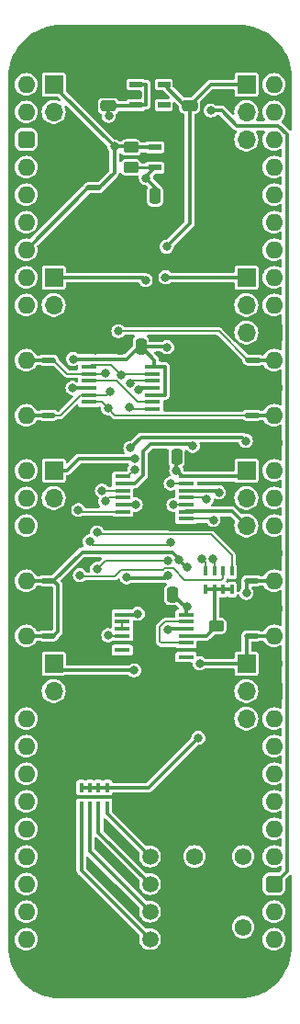
<source format=gbr>
%TF.GenerationSoftware,KiCad,Pcbnew,7.0.5*%
%TF.CreationDate,2023-12-18T11:22:37+02:00*%
%TF.ProjectId,Dual MPU Clock Generator,4475616c-204d-4505-9520-436c6f636b20,rev?*%
%TF.SameCoordinates,Original*%
%TF.FileFunction,Copper,L1,Top*%
%TF.FilePolarity,Positive*%
%FSLAX46Y46*%
G04 Gerber Fmt 4.6, Leading zero omitted, Abs format (unit mm)*
G04 Created by KiCad (PCBNEW 7.0.5) date 2023-12-18 11:22:37*
%MOMM*%
%LPD*%
G01*
G04 APERTURE LIST*
G04 Aperture macros list*
%AMRoundRect*
0 Rectangle with rounded corners*
0 $1 Rounding radius*
0 $2 $3 $4 $5 $6 $7 $8 $9 X,Y pos of 4 corners*
0 Add a 4 corners polygon primitive as box body*
4,1,4,$2,$3,$4,$5,$6,$7,$8,$9,$2,$3,0*
0 Add four circle primitives for the rounded corners*
1,1,$1+$1,$2,$3*
1,1,$1+$1,$4,$5*
1,1,$1+$1,$6,$7*
1,1,$1+$1,$8,$9*
0 Add four rect primitives between the rounded corners*
20,1,$1+$1,$2,$3,$4,$5,0*
20,1,$1+$1,$4,$5,$6,$7,0*
20,1,$1+$1,$6,$7,$8,$9,0*
20,1,$1+$1,$8,$9,$2,$3,0*%
G04 Aperture macros list end*
%TA.AperFunction,SMDPad,CuDef*%
%ADD10C,0.500000*%
%TD*%
%TA.AperFunction,SMDPad,CuDef*%
%ADD11RoundRect,0.250000X0.475000X-0.250000X0.475000X0.250000X-0.475000X0.250000X-0.475000X-0.250000X0*%
%TD*%
%TA.AperFunction,ComponentPad*%
%ADD12R,1.700000X1.700000*%
%TD*%
%TA.AperFunction,ComponentPad*%
%ADD13O,1.700000X1.700000*%
%TD*%
%TA.AperFunction,SMDPad,CuDef*%
%ADD14R,1.150000X0.600000*%
%TD*%
%TA.AperFunction,ComponentPad*%
%ADD15O,1.600000X1.600000*%
%TD*%
%TA.AperFunction,ComponentPad*%
%ADD16RoundRect,0.400000X-0.400000X-0.400000X0.400000X-0.400000X0.400000X0.400000X-0.400000X0.400000X0*%
%TD*%
%TA.AperFunction,ComponentPad*%
%ADD17R,1.600000X1.600000*%
%TD*%
%TA.AperFunction,SMDPad,CuDef*%
%ADD18R,1.475000X0.450000*%
%TD*%
%TA.AperFunction,SMDPad,CuDef*%
%ADD19RoundRect,0.250000X0.250000X0.475000X-0.250000X0.475000X-0.250000X-0.475000X0.250000X-0.475000X0*%
%TD*%
%TA.AperFunction,SMDPad,CuDef*%
%ADD20R,0.450000X0.900000*%
%TD*%
%TA.AperFunction,ComponentPad*%
%ADD21C,1.509000*%
%TD*%
%TA.AperFunction,SMDPad,CuDef*%
%ADD22RoundRect,0.250000X-0.450000X0.262500X-0.450000X-0.262500X0.450000X-0.262500X0.450000X0.262500X0*%
%TD*%
%TA.AperFunction,ComponentPad*%
%ADD23R,1.575000X1.575000*%
%TD*%
%TA.AperFunction,ComponentPad*%
%ADD24C,1.575000*%
%TD*%
%TA.AperFunction,SMDPad,CuDef*%
%ADD25RoundRect,0.250000X-0.250000X-0.475000X0.250000X-0.475000X0.250000X0.475000X-0.250000X0.475000X0*%
%TD*%
%TA.AperFunction,SMDPad,CuDef*%
%ADD26R,1.250000X0.600000*%
%TD*%
%TA.AperFunction,ViaPad*%
%ADD27C,0.800000*%
%TD*%
%TA.AperFunction,Conductor*%
%ADD28C,0.380000*%
%TD*%
%TA.AperFunction,Conductor*%
%ADD29C,0.250000*%
%TD*%
%TA.AperFunction,Conductor*%
%ADD30C,0.200000*%
%TD*%
G04 APERTURE END LIST*
%TA.AperFunction,EtchedComponent*%
%TO.C,NT5*%
G36*
X91424000Y-109470000D02*
G01*
X90424000Y-109470000D01*
X90424000Y-108970000D01*
X91424000Y-108970000D01*
X91424000Y-109470000D01*
G37*
%TD.AperFunction*%
%TA.AperFunction,EtchedComponent*%
%TO.C,NT8*%
G36*
X110228000Y-104390000D02*
G01*
X109228000Y-104390000D01*
X109228000Y-103890000D01*
X110228000Y-103890000D01*
X110228000Y-104390000D01*
G37*
%TD.AperFunction*%
%TA.AperFunction,EtchedComponent*%
%TO.C,NT3*%
G36*
X110355000Y-84070000D02*
G01*
X109355000Y-84070000D01*
X109355000Y-83570000D01*
X110355000Y-83570000D01*
X110355000Y-84070000D01*
G37*
%TD.AperFunction*%
%TA.AperFunction,EtchedComponent*%
%TO.C,NT1*%
G36*
X95623000Y-68195000D02*
G01*
X94623000Y-68195000D01*
X94623000Y-67695000D01*
X95623000Y-67695000D01*
X95623000Y-68195000D01*
G37*
%TD.AperFunction*%
%TA.AperFunction,EtchedComponent*%
%TO.C,NT4*%
G36*
X110228000Y-109470000D02*
G01*
X109228000Y-109470000D01*
X109228000Y-108970000D01*
X110228000Y-108970000D01*
X110228000Y-109470000D01*
G37*
%TD.AperFunction*%
%TA.AperFunction,EtchedComponent*%
%TO.C,NT7*%
G36*
X110236000Y-89150000D02*
G01*
X109236000Y-89150000D01*
X109236000Y-88650000D01*
X110236000Y-88650000D01*
X110236000Y-89150000D01*
G37*
%TD.AperFunction*%
%TA.AperFunction,EtchedComponent*%
%TO.C,NT2*%
G36*
X91432000Y-84070000D02*
G01*
X90432000Y-84070000D01*
X90432000Y-83570000D01*
X91432000Y-83570000D01*
X91432000Y-84070000D01*
G37*
%TD.AperFunction*%
%TA.AperFunction,EtchedComponent*%
%TO.C,NT9*%
G36*
X91432000Y-104390000D02*
G01*
X90432000Y-104390000D01*
X90432000Y-103890000D01*
X91432000Y-103890000D01*
X91432000Y-104390000D01*
G37*
%TD.AperFunction*%
%TA.AperFunction,EtchedComponent*%
%TO.C,NT6*%
G36*
X91423999Y-89150000D02*
G01*
X90423999Y-89150000D01*
X90423999Y-88650000D01*
X91423999Y-88650000D01*
X91423999Y-89150000D01*
G37*
%TD.AperFunction*%
%TD*%
D10*
%TO.P,NT5,1,1*%
%TO.N,/3.3V*%
X91424000Y-109220000D03*
%TO.P,NT5,2,2*%
%TO.N,/~{Q}_{3}*%
X90424000Y-109220000D03*
%TD*%
D11*
%TO.P,C10,1*%
%TO.N,/5V*%
X96490000Y-60431000D03*
%TO.P,C10,2*%
%TO.N,/GND*%
X96490000Y-58531000D03*
%TD*%
D12*
%TO.P,J7,1,Pin_1*%
%TO.N,/3.3V*%
X109220000Y-93980000D03*
D13*
%TO.P,J7,2,Pin_2*%
%TO.N,unconnected-(J7-Pin_2-Pad2)*%
X109220000Y-96520000D03*
%TO.P,J7,3,Pin_3*%
%TO.N,/CLK3*%
X109220000Y-99060000D03*
%TD*%
D14*
%TO.P,IC1,1,VIN*%
%TO.N,/5V*%
X99000000Y-58420000D03*
%TO.P,IC1,2,GND*%
%TO.N,/GND*%
X99000000Y-59370000D03*
%TO.P,IC1,3,EN*%
%TO.N,/5V*%
X99000000Y-60320000D03*
%TO.P,IC1,4,ADJ*%
%TO.N,unconnected-(IC1-ADJ-Pad4)*%
X101600000Y-60320000D03*
%TO.P,IC1,5,VOUT*%
%TO.N,/3.3V*%
X101600000Y-58420000D03*
%TD*%
D10*
%TO.P,NT8,1,1*%
%TO.N,/3.3V*%
X109228000Y-104140000D03*
%TO.P,NT8,2,2*%
%TO.N,/~{Y2}*%
X110228000Y-104140000D03*
%TD*%
D15*
%TO.P,J1,1,Pin_1*%
%TO.N,unconnected-(J1-Pin_1-Pad1)*%
X88900000Y-58420000D03*
%TO.P,J1,2,Pin_2*%
%TO.N,unconnected-(J1-Pin_2-Pad2)*%
X88900000Y-60960000D03*
D16*
%TO.P,J1,3,Pin_3*%
%TO.N,/5V*%
X88900000Y-63500000D03*
D15*
%TO.P,J1,4,Pin_4*%
%TO.N,unconnected-(J1-Pin_4-Pad4)*%
X88900000Y-66040000D03*
%TO.P,J1,5,Pin_5*%
%TO.N,unconnected-(J1-Pin_5-Pad5)*%
X88900000Y-68580000D03*
%TO.P,J1,6,Pin_6*%
%TO.N,unconnected-(J1-Pin_6-Pad6)*%
X88900000Y-71120000D03*
%TO.P,J1,7,Pin_7*%
%TO.N,/~{Reset}_{OUT}*%
X88900000Y-73660000D03*
%TO.P,J1,8,Pin_8*%
%TO.N,unconnected-(J1-Pin_8-Pad8)*%
X88900000Y-76200000D03*
%TO.P,J1,9,Pin_9*%
%TO.N,unconnected-(J1-Pin_9-Pad9)*%
X88900000Y-78740000D03*
D17*
%TO.P,J1,10,Pin_10*%
%TO.N,/GND*%
X88900000Y-81280000D03*
D15*
%TO.P,J1,11,Pin_11*%
%TO.N,/~{Q}_{0}*%
X88900000Y-83820000D03*
%TO.P,J1,12,Pin_12*%
%TO.N,/GND*%
X88900000Y-86360000D03*
%TO.P,J1,13,Pin_13*%
%TO.N,/~{Y0}*%
X88900000Y-88900000D03*
%TO.P,J1,14,Pin_14*%
%TO.N,/GND*%
X88900000Y-91440000D03*
%TO.P,J1,15,Pin_15*%
%TO.N,unconnected-(J1-Pin_15-Pad15)*%
X88900000Y-93980000D03*
%TO.P,J1,16,Pin_16*%
%TO.N,unconnected-(J1-Pin_16-Pad16)*%
X88900000Y-96520000D03*
%TO.P,J1,17,Pin_17*%
%TO.N,unconnected-(J1-Pin_17-Pad17)*%
X88900000Y-99060000D03*
%TO.P,J1,18,Pin_18*%
%TO.N,/GND*%
X88900000Y-101600000D03*
%TO.P,J1,19,Pin_19*%
%TO.N,/~{Y3}*%
X88900000Y-104140000D03*
%TO.P,J1,20,Pin_20*%
%TO.N,/GND*%
X88900000Y-106680000D03*
%TO.P,J1,21,Pin_21*%
%TO.N,/~{Q}_{3}*%
X88900000Y-109220000D03*
%TO.P,J1,22,Pin_22*%
%TO.N,/GND*%
X88900000Y-111760000D03*
D17*
%TO.P,J1,23,Pin_23*%
X88900000Y-114300000D03*
D15*
%TO.P,J1,24,Pin_24*%
%TO.N,unconnected-(J1-Pin_24-Pad24)*%
X88900000Y-116840000D03*
%TO.P,J1,25,Pin_25*%
%TO.N,unconnected-(J1-Pin_25-Pad25)*%
X88900000Y-119380000D03*
%TO.P,J1,26,Pin_26*%
%TO.N,unconnected-(J1-Pin_26-Pad26)*%
X88900000Y-121920000D03*
%TO.P,J1,27,Pin_27*%
%TO.N,unconnected-(J1-Pin_27-Pad27)*%
X88900000Y-124460000D03*
%TO.P,J1,28,Pin_28*%
%TO.N,unconnected-(J1-Pin_28-Pad28)*%
X88900000Y-127000000D03*
%TO.P,J1,29,Pin_29*%
%TO.N,unconnected-(J1-Pin_29-Pad29)*%
X88900000Y-129540000D03*
%TO.P,J1,30,Pin_30*%
%TO.N,unconnected-(J1-Pin_30-Pad30)*%
X88900000Y-132080000D03*
%TO.P,J1,31,Pin_31*%
%TO.N,unconnected-(J1-Pin_31-Pad31)*%
X88900000Y-134620000D03*
%TO.P,J1,32,Pin_32*%
%TO.N,unconnected-(J1-Pin_32-Pad32)*%
X88900000Y-137160000D03*
%TO.P,J1,33,Pin_33*%
%TO.N,unconnected-(J1-Pin_33-Pad33)*%
X111760000Y-137160000D03*
%TO.P,J1,34,Pin_34*%
%TO.N,unconnected-(J1-Pin_34-Pad34)*%
X111760000Y-134620000D03*
D16*
%TO.P,J1,35,Pin_35*%
%TO.N,/5V*%
X111760000Y-132080000D03*
D15*
%TO.P,J1,36,Pin_36*%
%TO.N,unconnected-(J1-Pin_36-Pad36)*%
X111760000Y-129540000D03*
%TO.P,J1,37,Pin_37*%
%TO.N,unconnected-(J1-Pin_37-Pad37)*%
X111760000Y-127000000D03*
%TO.P,J1,38,Pin_38*%
%TO.N,unconnected-(J1-Pin_38-Pad38)*%
X111760000Y-124460000D03*
%TO.P,J1,39,Pin_39*%
%TO.N,unconnected-(J1-Pin_39-Pad39)*%
X111760000Y-121920000D03*
%TO.P,J1,40,Pin_40*%
%TO.N,unconnected-(J1-Pin_40-Pad40)*%
X111760000Y-119380000D03*
%TO.P,J1,41,Pin_41*%
%TO.N,unconnected-(J1-Pin_41-Pad41)*%
X111760000Y-116840000D03*
D17*
%TO.P,J1,42,Pin_42*%
%TO.N,/GND*%
X111760000Y-114300000D03*
D15*
%TO.P,J1,43,Pin_43*%
X111760000Y-111760000D03*
%TO.P,J1,44,Pin_44*%
%TO.N,/~{Q}_{2}*%
X111760000Y-109220000D03*
%TO.P,J1,45,Pin_45*%
%TO.N,/GND*%
X111760000Y-106680000D03*
%TO.P,J1,46,Pin_46*%
%TO.N,/~{Y2}*%
X111760000Y-104140000D03*
%TO.P,J1,47,Pin_47*%
%TO.N,/GND*%
X111760000Y-101600000D03*
%TO.P,J1,48,Pin_48*%
%TO.N,unconnected-(J1-Pin_48-Pad48)*%
X111760000Y-99060000D03*
%TO.P,J1,49,Pin_49*%
%TO.N,unconnected-(J1-Pin_49-Pad49)*%
X111760000Y-96520000D03*
%TO.P,J1,50,Pin_50*%
%TO.N,unconnected-(J1-Pin_50-Pad50)*%
X111760000Y-93980000D03*
%TO.P,J1,51,Pin_51*%
%TO.N,/GND*%
X111760000Y-91440000D03*
%TO.P,J1,52,Pin_52*%
%TO.N,/~{Y1}*%
X111760000Y-88900000D03*
%TO.P,J1,53,Pin_53*%
%TO.N,/GND*%
X111760000Y-86360000D03*
%TO.P,J1,54,Pin_54*%
%TO.N,/~{Q}_{1}*%
X111760000Y-83820000D03*
D17*
%TO.P,J1,55,Pin_55*%
%TO.N,/GND*%
X111760000Y-81280000D03*
D15*
%TO.P,J1,56,Pin_56*%
%TO.N,unconnected-(J1-Pin_56-Pad56)*%
X111760000Y-78740000D03*
%TO.P,J1,57,Pin_57*%
%TO.N,unconnected-(J1-Pin_57-Pad57)*%
X111760000Y-76200000D03*
%TO.P,J1,58,Pin_58*%
%TO.N,unconnected-(J1-Pin_58-Pad58)*%
X111760000Y-73660000D03*
%TO.P,J1,59,Pin_59*%
%TO.N,unconnected-(J1-Pin_59-Pad59)*%
X111760000Y-71120000D03*
%TO.P,J1,60,Pin_60*%
%TO.N,unconnected-(J1-Pin_60-Pad60)*%
X111760000Y-68580000D03*
%TO.P,J1,61,Pin_61*%
%TO.N,unconnected-(J1-Pin_61-Pad61)*%
X111760000Y-66040000D03*
%TO.P,J1,62,Pin_62*%
%TO.N,unconnected-(J1-Pin_62-Pad62)*%
X111760000Y-63500000D03*
%TO.P,J1,63,Pin_63*%
%TO.N,unconnected-(J1-Pin_63-Pad63)*%
X111760000Y-60960000D03*
%TO.P,J1,64,Pin_64*%
%TO.N,unconnected-(J1-Pin_64-Pad64)*%
X111760000Y-58420000D03*
%TD*%
D18*
%TO.P,IC3,1,~{1RD}*%
%TO.N,/~{Reset}_{2}*%
X94695000Y-84440000D03*
%TO.P,IC3,2,1D*%
%TO.N,/~{Q}*%
X94695000Y-85090000D03*
%TO.P,IC3,3,1CP*%
%TO.N,/Q_{f}*%
X94695000Y-85740000D03*
%TO.P,IC3,4,~{1SD}*%
%TO.N,/3.3V*%
X94695000Y-86390000D03*
%TO.P,IC3,5,1Q*%
%TO.N,/Q*%
X94695000Y-87040000D03*
%TO.P,IC3,6,~{1Q}*%
%TO.N,/~{Q}*%
X94695000Y-87690000D03*
%TO.P,IC3,7,GND*%
%TO.N,/GND*%
X94695000Y-88340000D03*
%TO.P,IC3,8,~{2Q}*%
%TO.N,/~{Q}_{f}*%
X100571000Y-88340000D03*
%TO.P,IC3,9,2Q*%
%TO.N,/Q_{f}*%
X100571000Y-87690000D03*
%TO.P,IC3,10,~{2SD}*%
%TO.N,/3.3V*%
X100571000Y-87040000D03*
%TO.P,IC3,11,2CP*%
%TO.N,/CLK_{2}*%
X100571000Y-86390000D03*
%TO.P,IC3,12,2D*%
%TO.N,/~{Q}_{f}*%
X100571000Y-85740000D03*
%TO.P,IC3,13,~{2RD}*%
%TO.N,/~{Reset}_{2}*%
X100571000Y-85090000D03*
%TO.P,IC3,14,3V*%
%TO.N,/3.3V*%
X100571000Y-84440000D03*
%TD*%
D19*
%TO.P,C6,1*%
%TO.N,/3.3V*%
X102407000Y-105410000D03*
%TO.P,C6,2*%
%TO.N,/GND*%
X100507000Y-105410000D03*
%TD*%
D10*
%TO.P,NT3,1,1*%
%TO.N,/Q*%
X109355000Y-83820000D03*
%TO.P,NT3,2,2*%
%TO.N,/~{Q}_{1}*%
X110355000Y-83820000D03*
%TD*%
D20*
%TO.P,RN1,1,R1*%
%TO.N,/3.3V*%
X96380000Y-123190000D03*
%TO.P,RN1,2,R2*%
X95580000Y-123190000D03*
%TO.P,RN1,3,R3*%
X94780000Y-123190000D03*
%TO.P,RN1,4,R4*%
X93980000Y-123190000D03*
%TO.P,RN1,5,R4*%
%TO.N,/R4*%
X93980000Y-124890000D03*
%TO.P,RN1,6,R3*%
%TO.N,/R3*%
X94780000Y-124890000D03*
%TO.P,RN1,7,R2*%
%TO.N,/R2*%
X95580000Y-124890000D03*
%TO.P,RN1,8,R1*%
%TO.N,/R1*%
X96380000Y-124890000D03*
%TD*%
D10*
%TO.P,NT1,1,1*%
%TO.N,/~{Reset}*%
X95623000Y-67945000D03*
%TO.P,NT1,2,2*%
%TO.N,/~{Reset}_{OUT}*%
X94623000Y-67945000D03*
%TD*%
D12*
%TO.P,J9,1,Pin_1*%
%TO.N,/3.3V*%
X109220000Y-111760000D03*
D13*
%TO.P,J9,2,Pin_2*%
%TO.N,unconnected-(J9-Pin_2-Pad2)*%
X109220000Y-114300000D03*
%TO.P,J9,3,Pin_3*%
%TO.N,/CLK4*%
X109220000Y-116840000D03*
%TD*%
D12*
%TO.P,J6,1,Pin_1*%
%TO.N,/~{Reset}*%
X91440000Y-93980000D03*
D13*
%TO.P,J6,2,Pin_2*%
%TO.N,unconnected-(J6-Pin_2-Pad2)*%
X91440000Y-96520000D03*
%TO.P,J6,3,Pin_3*%
%TO.N,/GND*%
X91440000Y-99060000D03*
%TD*%
D19*
%TO.P,C2,1*%
%TO.N,/3.3V*%
X99486000Y-82580000D03*
%TO.P,C2,2*%
%TO.N,/GND*%
X97586000Y-82580000D03*
%TD*%
D20*
%TO.P,RN2,1,R1*%
%TO.N,Net-(IC9-1Y)*%
X107880000Y-103261000D03*
%TO.P,RN2,2,R2*%
%TO.N,Net-(IC9-2Y)*%
X107080000Y-103261000D03*
%TO.P,RN2,3,R3*%
%TO.N,Net-(IC9-3Y)*%
X106280000Y-103261000D03*
%TO.P,RN2,4,R4*%
%TO.N,Net-(IC9-4Y)*%
X105480000Y-103261000D03*
%TO.P,RN2,5,R4*%
%TO.N,/CLK*%
X105480000Y-104961000D03*
%TO.P,RN2,6,R3*%
X106280000Y-104961000D03*
%TO.P,RN2,7,R2*%
X107080000Y-104961000D03*
%TO.P,RN2,8,R1*%
X107880000Y-104961000D03*
%TD*%
D21*
%TO.P,S1,1,COM_1*%
%TO.N,/GND*%
X92710000Y-129540000D03*
%TO.P,S1,2,COM_2*%
X92710000Y-132080000D03*
%TO.P,S1,3,COM_3*%
X92710000Y-134620000D03*
%TO.P,S1,4,COM_4*%
X92710000Y-137160000D03*
%TO.P,S1,5,NO_4*%
%TO.N,/R4*%
X100330000Y-137160000D03*
%TO.P,S1,6,NO_3*%
%TO.N,/R3*%
X100330000Y-134620000D03*
%TO.P,S1,7,NO_2*%
%TO.N,/R2*%
X100330000Y-132080000D03*
%TO.P,S1,8,NO_1*%
%TO.N,/R1*%
X100330000Y-129540000D03*
%TD*%
D10*
%TO.P,NT4,1,1*%
%TO.N,/3.3V*%
X109228000Y-109220000D03*
%TO.P,NT4,2,2*%
%TO.N,/~{Q}_{2}*%
X110228000Y-109220000D03*
%TD*%
D22*
%TO.P,R2,1*%
%TO.N,/~{Reset}*%
X98562000Y-64238500D03*
%TO.P,R2,2*%
%TO.N,/5V*%
X98562000Y-66063500D03*
%TD*%
D11*
%TO.P,C11,1*%
%TO.N,/3.3V*%
X103983000Y-60365000D03*
%TO.P,C11,2*%
%TO.N,/GND*%
X103983000Y-58465000D03*
%TD*%
D12*
%TO.P,J5,1,Pin_1*%
%TO.N,/3.3V*%
X109220000Y-76200000D03*
D13*
%TO.P,J5,2,Pin_2*%
%TO.N,unconnected-(J5-Pin_2-Pad2)*%
X109220000Y-78740000D03*
%TO.P,J5,3,Pin_3*%
%TO.N,/CLK2*%
X109220000Y-81280000D03*
%TD*%
D12*
%TO.P,J2,1,Pin_1*%
%TO.N,/~{Reset}*%
X91440000Y-58420000D03*
D13*
%TO.P,J2,2,Pin_2*%
%TO.N,unconnected-(J2-Pin_2-Pad2)*%
X91440000Y-60960000D03*
%TO.P,J2,3,Pin_3*%
%TO.N,/GND*%
X91440000Y-63500000D03*
%TD*%
D23*
%TO.P,S2,1,C1*%
%TO.N,/GND*%
X104430000Y-136040000D03*
D24*
%TO.P,S2,2,C2*%
%TO.N,unconnected-(S2-C2-Pad2)*%
X104430000Y-129540000D03*
%TO.P,S2,3,N1*%
%TO.N,/~{Reset}*%
X108930000Y-136040000D03*
%TO.P,S2,4,N2*%
%TO.N,unconnected-(S2-N2-Pad4)*%
X108930000Y-129540000D03*
%TD*%
D12*
%TO.P,J4,1,Pin_1*%
%TO.N,/~{Reset}*%
X91440000Y-76200000D03*
D13*
%TO.P,J4,2,Pin_2*%
%TO.N,unconnected-(J4-Pin_2-Pad2)*%
X91440000Y-78740000D03*
%TO.P,J4,3,Pin_3*%
%TO.N,/GND*%
X91440000Y-81280000D03*
%TD*%
D18*
%TO.P,IC7,1,1A*%
%TO.N,/~{Reset}*%
X97773000Y-107270000D03*
%TO.P,IC7,2,1Y*%
%TO.N,/Reset*%
X97773000Y-107920000D03*
%TO.P,IC7,3,2A*%
X97773000Y-108570000D03*
%TO.P,IC7,4,2Y*%
%TO.N,/~{Reset}_{2}*%
X97773000Y-109220000D03*
%TO.P,IC7,5,3A*%
%TO.N,/GND*%
X97773000Y-109870000D03*
%TO.P,IC7,6,3Y*%
%TO.N,unconnected-(IC7C-3Y-Pad6)*%
X97773000Y-110520000D03*
%TO.P,IC7,7,GND*%
%TO.N,/GND*%
X97773000Y-111170000D03*
%TO.P,IC7,8,4Y*%
%TO.N,unconnected-(IC7D-4Y-Pad8)*%
X103649000Y-111170000D03*
%TO.P,IC7,9,4A*%
%TO.N,/GND*%
X103649000Y-110520000D03*
%TO.P,IC7,10,5Y*%
%TO.N,/~{CLK}*%
X103649000Y-109870000D03*
%TO.P,IC7,11,5A*%
%TO.N,/CLK*%
X103649000Y-109220000D03*
%TO.P,IC7,12,6Y*%
%TO.N,/CLK_{2}*%
X103649000Y-108570000D03*
%TO.P,IC7,13,6A*%
%TO.N,/~{CLK}*%
X103649000Y-107920000D03*
%TO.P,IC7,14,3V*%
%TO.N,/3.3V*%
X103649000Y-107270000D03*
%TD*%
D22*
%TO.P,R1,1*%
%TO.N,/CLK*%
X106436000Y-108307500D03*
%TO.P,R1,2*%
%TO.N,/GND*%
X106436000Y-110132500D03*
%TD*%
D10*
%TO.P,NT7,1,1*%
%TO.N,/~{Q}*%
X109236000Y-88900000D03*
%TO.P,NT7,2,2*%
%TO.N,/~{Y1}*%
X110236000Y-88900000D03*
%TD*%
D25*
%TO.P,C8,1*%
%TO.N,/5V*%
X100793000Y-68707000D03*
%TO.P,C8,2*%
%TO.N,/GND*%
X102693000Y-68707000D03*
%TD*%
D10*
%TO.P,NT2,1,1*%
%TO.N,/~{Q}*%
X91432000Y-83820000D03*
%TO.P,NT2,2,2*%
%TO.N,/~{Q}_{0}*%
X90432000Y-83820000D03*
%TD*%
D18*
%TO.P,IC9,1,~{1OE}*%
%TO.N,/R1*%
X97790000Y-94540000D03*
%TO.P,IC9,2,1A*%
%TO.N,/CLK1*%
X97790000Y-95190000D03*
%TO.P,IC9,3,1Y*%
%TO.N,Net-(IC9-1Y)*%
X97790000Y-95840000D03*
%TO.P,IC9,4,~{2OE}*%
%TO.N,/R2*%
X97790000Y-96490000D03*
%TO.P,IC9,5,2A*%
%TO.N,/CLK2*%
X97790000Y-97140000D03*
%TO.P,IC9,6,2Y*%
%TO.N,Net-(IC9-2Y)*%
X97790000Y-97790000D03*
%TO.P,IC9,7,GND*%
%TO.N,/GND*%
X97790000Y-98440000D03*
%TO.P,IC9,8,3Y*%
%TO.N,Net-(IC9-3Y)*%
X103666000Y-98440000D03*
%TO.P,IC9,9,3A*%
%TO.N,/CLK3*%
X103666000Y-97790000D03*
%TO.P,IC9,10,~{3OE}*%
%TO.N,/R3*%
X103666000Y-97140000D03*
%TO.P,IC9,11,4Y*%
%TO.N,Net-(IC9-4Y)*%
X103666000Y-96490000D03*
%TO.P,IC9,12,4A*%
%TO.N,/CLK4*%
X103666000Y-95840000D03*
%TO.P,IC9,13,~{4OE}*%
%TO.N,/R4*%
X103666000Y-95190000D03*
%TO.P,IC9,14,3V*%
%TO.N,/3.3V*%
X103666000Y-94540000D03*
%TD*%
D26*
%TO.P,IC8,1,~{RST}*%
%TO.N,/~{Reset}*%
X100770000Y-64201000D03*
%TO.P,IC8,2,5V*%
%TO.N,/5V*%
X100770000Y-66101000D03*
%TO.P,IC8,3,GND*%
%TO.N,/GND*%
X102870000Y-65151000D03*
%TD*%
D10*
%TO.P,NT9,1,1*%
%TO.N,/3.3V*%
X91432000Y-104140000D03*
%TO.P,NT9,2,2*%
%TO.N,/~{Y3}*%
X90432000Y-104140000D03*
%TD*%
D12*
%TO.P,J3,1,Pin_1*%
%TO.N,/3.3V*%
X109220000Y-58420000D03*
D13*
%TO.P,J3,2,Pin_2*%
%TO.N,unconnected-(J3-Pin_2-Pad2)*%
X109220000Y-60960000D03*
%TO.P,J3,3,Pin_3*%
%TO.N,/CLK1*%
X109220000Y-63500000D03*
%TD*%
D10*
%TO.P,NT6,1,1*%
%TO.N,/Q*%
X91423999Y-88900000D03*
%TO.P,NT6,2,2*%
%TO.N,/~{Y0}*%
X90423999Y-88900000D03*
%TD*%
D12*
%TO.P,J8,1,Pin_1*%
%TO.N,/~{Reset}*%
X91440000Y-111760000D03*
D13*
%TO.P,J8,2,Pin_2*%
%TO.N,unconnected-(J8-Pin_2-Pad2)*%
X91440000Y-114300000D03*
%TO.P,J8,3,Pin_3*%
%TO.N,/GND*%
X91440000Y-116840000D03*
%TD*%
D19*
%TO.P,C1,1*%
%TO.N,/3.3V*%
X102788000Y-92710000D03*
%TO.P,C1,2*%
%TO.N,/GND*%
X100888000Y-92710000D03*
%TD*%
D27*
%TO.N,/5V*%
X105918000Y-60833000D03*
X96520000Y-61341000D03*
X99949002Y-67056000D03*
%TO.N,/GND*%
X94711995Y-88929987D03*
X100965000Y-80137000D03*
X95250000Y-82933000D03*
X107188000Y-86599006D03*
X100965000Y-89789000D03*
X101947000Y-62357000D03*
X102063019Y-111169981D03*
X94869000Y-58420000D03*
X101981000Y-115062000D03*
X101219000Y-96139000D03*
X107188000Y-80137000D03*
X100507000Y-107823000D03*
%TO.N,/3.3V*%
X109219989Y-105283011D03*
X104775000Y-118618000D03*
X102988401Y-102231635D03*
X101854005Y-73380920D03*
X102743000Y-93980000D03*
X101755000Y-76200000D03*
X103759000Y-102898840D03*
X101902500Y-82628500D03*
X93217998Y-83723000D03*
X103759000Y-106553000D03*
X104902000Y-111760000D03*
X93188000Y-86390000D03*
%TO.N,/~{Reset}_{2}*%
X96493866Y-109170073D03*
X97663000Y-85160097D03*
%TO.N,/CLK_{2}*%
X102000950Y-108639950D03*
X101943155Y-103691000D03*
X99303929Y-86518586D03*
X98171000Y-103824000D03*
%TO.N,/~{Q}*%
X96201000Y-85040000D03*
X96444078Y-88265509D03*
%TO.N,/Q*%
X96647000Y-86741000D03*
X97409002Y-81153000D03*
%TO.N,/~{Reset}*%
X99921000Y-76457862D03*
X99187000Y-107188000D03*
X98871036Y-112395000D03*
X98904998Y-92904026D03*
X97028000Y-64135000D03*
%TO.N,/~{Q}_{f}*%
X98475475Y-85958525D03*
X98425000Y-88164996D03*
%TO.N,/CLK1*%
X104266996Y-91722000D03*
%TO.N,/CLK2*%
X98524000Y-91923032D03*
X99013000Y-97140002D03*
X109162064Y-91258996D03*
%TO.N,/R1*%
X98905000Y-93904029D03*
%TO.N,/R2*%
X96201000Y-96827131D03*
%TO.N,/R3*%
X102489000Y-97155000D03*
X101939125Y-102291000D03*
X95442000Y-103059000D03*
%TO.N,/R4*%
X102235000Y-100584000D03*
X102235000Y-95190000D03*
X94742000Y-100525000D03*
%TO.N,Net-(IC9-1Y)*%
X95893821Y-95848058D03*
X95439000Y-99695000D03*
%TO.N,Net-(IC9-2Y)*%
X93853000Y-103632000D03*
X93707141Y-97650000D03*
%TO.N,Net-(IC9-3Y)*%
X106121384Y-102107996D03*
X106172000Y-98552000D03*
%TO.N,Net-(IC9-4Y)*%
X105121382Y-102108000D03*
X105536994Y-96647000D03*
%TO.N,/CLK4*%
X106680000Y-96012000D03*
%TD*%
D28*
%TO.N,/5V*%
X96490000Y-60431000D02*
X98889000Y-60431000D01*
D29*
X98562000Y-66063500D02*
X100732500Y-66063500D01*
D28*
X99949002Y-66921998D02*
X99949002Y-67056000D01*
X112950000Y-63007085D02*
X112950000Y-130890000D01*
X99000000Y-60320000D02*
X99955000Y-60320000D01*
X96490000Y-61311000D02*
X96520000Y-61341000D01*
X99955000Y-58420000D02*
X99000000Y-58420000D01*
X99965000Y-60310000D02*
X99965000Y-58430000D01*
X100770000Y-66101000D02*
X99949002Y-66921998D01*
X99965000Y-58430000D02*
X99955000Y-58420000D01*
X99955000Y-60320000D02*
X99965000Y-60310000D01*
X112172915Y-62230000D02*
X112950000Y-63007085D01*
X100883000Y-68707000D02*
X100883000Y-67989998D01*
X106934000Y-60833000D02*
X108331000Y-62230000D01*
X100883000Y-67989998D02*
X99949002Y-67056000D01*
X105918000Y-60833000D02*
X106934000Y-60833000D01*
X112950000Y-130890000D02*
X111760000Y-132080000D01*
X108331000Y-62230000D02*
X112172915Y-62230000D01*
X96490000Y-60431000D02*
X96490000Y-61311000D01*
%TO.N,/GND*%
X96139000Y-62357000D02*
X101947000Y-62357000D01*
X102137385Y-99394000D02*
X100888000Y-98144615D01*
X92710000Y-129540000D02*
X92710000Y-132080000D01*
X92710000Y-134620000D02*
X92710000Y-137160000D01*
X100507000Y-111120000D02*
X100457000Y-111170000D01*
X97773000Y-109870000D02*
X96860232Y-109870000D01*
X97291000Y-57730000D02*
X103248000Y-57730000D01*
X107188006Y-86599000D02*
X107188000Y-86599006D01*
X94980000Y-58531000D02*
X94869000Y-58420000D01*
X96645500Y-111160000D02*
X96655500Y-111170000D01*
X90140000Y-110520000D02*
X88900000Y-111760000D01*
X97329000Y-59370000D02*
X96490000Y-58531000D01*
X111506000Y-91186000D02*
X110109000Y-89789000D01*
X100507000Y-105410000D02*
X100507000Y-107823000D01*
X100965000Y-89789000D02*
X90805000Y-89789000D01*
X91440000Y-116840000D02*
X91440000Y-123571000D01*
X96645500Y-110084732D02*
X96645500Y-110617000D01*
X102165500Y-138304500D02*
X93854500Y-138304500D01*
X100457000Y-111170000D02*
X102063000Y-111170000D01*
X91440000Y-123571000D02*
X92710000Y-124841000D01*
X99000000Y-59370000D02*
X97329000Y-59370000D01*
X94869000Y-58420000D02*
X94869000Y-61087000D01*
X94869000Y-61087000D02*
X96139000Y-62357000D01*
X96548500Y-110520000D02*
X90140000Y-110520000D01*
X94695000Y-88340000D02*
X94695000Y-88912992D01*
X92710000Y-132080000D02*
X92710000Y-134620000D01*
X96490000Y-58531000D02*
X97291000Y-57730000D01*
X106048500Y-110520000D02*
X103649000Y-110520000D01*
X100888000Y-96470000D02*
X101219000Y-96139000D01*
X92710000Y-115062000D02*
X101981000Y-115062000D01*
X106436000Y-110132500D02*
X106048500Y-110520000D01*
X90805000Y-89789000D02*
X89027000Y-91567000D01*
X100592615Y-98440000D02*
X97790000Y-98440000D01*
X91440000Y-116332000D02*
X92710000Y-115062000D01*
X102693000Y-68707000D02*
X102693000Y-65328000D01*
X110109000Y-89789000D02*
X100965000Y-89789000D01*
X102063000Y-111170000D02*
X102063019Y-111169981D01*
X100888000Y-95808000D02*
X101219000Y-96139000D01*
X96655500Y-111170000D02*
X97773000Y-111170000D01*
X111760000Y-101600000D02*
X109347000Y-101600000D01*
X111521000Y-86599000D02*
X107188006Y-86599000D01*
X95603000Y-82580000D02*
X95250000Y-82933000D01*
X100507000Y-107823000D02*
X100507000Y-111120000D01*
X102870000Y-63280000D02*
X101947000Y-62357000D01*
X102870000Y-65151000D02*
X102870000Y-63280000D01*
X100888000Y-92710000D02*
X100888000Y-95808000D01*
X96860232Y-109870000D02*
X96645500Y-110084732D01*
X100965000Y-80137000D02*
X100629000Y-79801000D01*
X96645500Y-110617000D02*
X96645500Y-111160000D01*
X93854500Y-138304500D02*
X92710000Y-137160000D01*
X107141000Y-99394000D02*
X102137385Y-99394000D01*
X97773000Y-111170000D02*
X100457000Y-111170000D01*
X107188000Y-80137000D02*
X100965000Y-80137000D01*
X106457225Y-110111275D02*
X107058725Y-110111275D01*
X94695000Y-88912992D02*
X94711995Y-88929987D01*
X92060000Y-98440000D02*
X97790000Y-98440000D01*
X92710000Y-124841000D02*
X92710000Y-129540000D01*
X103248000Y-57730000D02*
X103983000Y-58465000D01*
X100888000Y-98144615D02*
X100888000Y-96470000D01*
X96490000Y-58531000D02*
X94980000Y-58531000D01*
X110490000Y-106680000D02*
X111760000Y-106680000D01*
X102693000Y-65328000D02*
X102870000Y-65151000D01*
X97556000Y-82580000D02*
X95603000Y-82580000D01*
X91440000Y-99060000D02*
X92060000Y-98440000D01*
X100629000Y-79801000D02*
X92919000Y-79801000D01*
X103649000Y-110520000D02*
X102713000Y-110520000D01*
X104430000Y-136040000D02*
X102165500Y-138304500D01*
X107058725Y-110111275D02*
X110490000Y-106680000D01*
X100888000Y-98144615D02*
X100592615Y-98440000D01*
X109347000Y-101600000D02*
X107141000Y-99394000D01*
X96645500Y-110617000D02*
X96548500Y-110520000D01*
X102713000Y-110520000D02*
X102063019Y-111169981D01*
X92919000Y-79801000D02*
X91440000Y-81280000D01*
%TO.N,/3.3V*%
X103655606Y-102898840D02*
X102988401Y-102231635D01*
X109228000Y-109220000D02*
X109228000Y-111752000D01*
X103545000Y-60365000D02*
X101600000Y-58420000D01*
X99486000Y-82580000D02*
X100722066Y-83816066D01*
X98171000Y-83723000D02*
X93217998Y-83723000D01*
X94780000Y-123190000D02*
X95580000Y-123190000D01*
X109228000Y-105275000D02*
X109219989Y-105283011D01*
X101854000Y-82580000D02*
X101902500Y-82628500D01*
X94695000Y-86390000D02*
X93188000Y-86390000D01*
X103649000Y-106663000D02*
X103759000Y-106553000D01*
X103649000Y-107270000D02*
X103649000Y-106663000D01*
X102400965Y-101501000D02*
X102988401Y-102088436D01*
X100722066Y-83816066D02*
X100722066Y-84440000D01*
X109220000Y-111760000D02*
X104902000Y-111760000D01*
X103759000Y-102898840D02*
X103655606Y-102898840D01*
X109220000Y-76200000D02*
X101755000Y-76200000D01*
X99314000Y-82580000D02*
X98171000Y-83723000D01*
X101698500Y-87030000D02*
X101698500Y-84450000D01*
X103666000Y-94540000D02*
X108660000Y-94540000D01*
X103550000Y-106553000D02*
X102407000Y-105410000D01*
X103303000Y-94540000D02*
X102743000Y-93980000D01*
X103983000Y-71251925D02*
X101854005Y-73380920D01*
X102988401Y-102088436D02*
X102988401Y-102231635D01*
X103759000Y-106553000D02*
X103550000Y-106553000D01*
X91432000Y-104140000D02*
X91821000Y-104529000D01*
X93980000Y-123190000D02*
X94780000Y-123190000D01*
X101688500Y-84440000D02*
X100571000Y-84440000D01*
X109228000Y-104140000D02*
X109228000Y-105275000D01*
X105928000Y-58420000D02*
X103983000Y-60365000D01*
X109220000Y-58420000D02*
X105928000Y-58420000D01*
X91821000Y-104529000D02*
X91821000Y-108823000D01*
X101698500Y-84450000D02*
X101688500Y-84440000D01*
X103983000Y-60365000D02*
X103983000Y-71251925D01*
X94071000Y-101501000D02*
X102400965Y-101501000D01*
X100203000Y-123190000D02*
X104775000Y-118618000D01*
X102743000Y-93980000D02*
X102743000Y-92755000D01*
X91432000Y-104140000D02*
X94071000Y-101501000D01*
X99486000Y-82580000D02*
X101854000Y-82580000D01*
X101688500Y-87040000D02*
X101698500Y-87030000D01*
X100571000Y-87040000D02*
X101688500Y-87040000D01*
X96380000Y-123190000D02*
X100203000Y-123190000D01*
X95580000Y-123190000D02*
X96380000Y-123190000D01*
X91821000Y-108823000D02*
X91424000Y-109220000D01*
D30*
%TO.N,/~{Reset}_{2}*%
X94905469Y-84229531D02*
X96732434Y-84229531D01*
X96732434Y-84229531D02*
X97663000Y-85160097D01*
X94695000Y-84440000D02*
X94905469Y-84229531D01*
X100571000Y-85090000D02*
X97733097Y-85090000D01*
X96543793Y-109220000D02*
X96493866Y-109170073D01*
X97733097Y-85090000D02*
X97663000Y-85160097D01*
X97773000Y-109220000D02*
X96543793Y-109220000D01*
D28*
%TO.N,/CLK_{2}*%
X101943155Y-103691000D02*
X101748155Y-103886000D01*
X99432515Y-86390000D02*
X99303929Y-86518586D01*
X100571000Y-86390000D02*
X99432515Y-86390000D01*
X98233000Y-103886000D02*
X98171000Y-103824000D01*
X103649000Y-108570000D02*
X102070900Y-108570000D01*
X102070900Y-108570000D02*
X102000950Y-108639950D01*
X101748155Y-103886000D02*
X98233000Y-103886000D01*
D30*
%TO.N,/~{Q}*%
X94695000Y-85090000D02*
X96151000Y-85090000D01*
X91432000Y-83820000D02*
X92702000Y-85090000D01*
X109236000Y-88900000D02*
X97078569Y-88900000D01*
X95868569Y-87690000D02*
X96444078Y-88265509D01*
X97078569Y-88900000D02*
X96444078Y-88265509D01*
X94695000Y-87690000D02*
X95868569Y-87690000D01*
X96151000Y-85090000D02*
X96201000Y-85040000D01*
X92702000Y-85090000D02*
X94695000Y-85090000D01*
%TO.N,/Q*%
X94695000Y-87040000D02*
X96348000Y-87040000D01*
X91423999Y-88900000D02*
X92058999Y-88900000D01*
X96348000Y-87040000D02*
X96647000Y-86741000D01*
X109355000Y-83820000D02*
X106688000Y-81153000D01*
X106688000Y-81153000D02*
X97409002Y-81153000D01*
X92058999Y-88900000D02*
X93918999Y-87040000D01*
X93918999Y-87040000D02*
X94695000Y-87040000D01*
D28*
%TO.N,/~{Reset}*%
X99105000Y-107270000D02*
X99187000Y-107188000D01*
X98562000Y-64238500D02*
X100600500Y-64238500D01*
X91440000Y-76200000D02*
X99663138Y-76200000D01*
X92075000Y-112395000D02*
X98871036Y-112395000D01*
X97028000Y-64135000D02*
X98458500Y-64135000D01*
X97773000Y-107270000D02*
X99105000Y-107270000D01*
X95623000Y-67945000D02*
X97028000Y-66540000D01*
X91440000Y-93980000D02*
X92670000Y-93980000D01*
X93745974Y-92904026D02*
X98904998Y-92904026D01*
X99663138Y-76200000D02*
X99921000Y-76457862D01*
X97028000Y-64135000D02*
X91821000Y-58928000D01*
X97028000Y-66540000D02*
X97028000Y-64135000D01*
X92670000Y-93980000D02*
X93745974Y-92904026D01*
D30*
%TO.N,/~{Q}_{f}*%
X100571000Y-85740000D02*
X98694000Y-85740000D01*
X100571000Y-88340000D02*
X98600004Y-88340000D01*
X98694000Y-85740000D02*
X98475475Y-85958525D01*
X98600004Y-88340000D02*
X98425000Y-88164996D01*
D28*
%TO.N,/~{Y3}*%
X90432000Y-104140000D02*
X88900000Y-104140000D01*
%TO.N,/~{Y2}*%
X110228000Y-104140000D02*
X111760000Y-104140000D01*
%TO.N,/~{Y1}*%
X110236000Y-88900000D02*
X111760000Y-88900000D01*
%TO.N,/~{Y0}*%
X90423999Y-88900000D02*
X88900000Y-88900000D01*
%TO.N,/~{Q}_{0}*%
X90432000Y-83820000D02*
X88900000Y-83820000D01*
%TO.N,/~{Q}_{1}*%
X110355000Y-83820000D02*
X111760000Y-83820000D01*
%TO.N,/~{Q}_{2}*%
X110228000Y-109220000D02*
X111760000Y-109220000D01*
%TO.N,/~{Q}_{3}*%
X90424000Y-109220000D02*
X88900000Y-109220000D01*
D30*
%TO.N,/Reset*%
X97773000Y-107920000D02*
X97773000Y-108570000D01*
%TO.N,/~{CLK}*%
X101219000Y-109728000D02*
X101361000Y-109870000D01*
X101361000Y-109870000D02*
X103649000Y-109870000D01*
X101219000Y-108431950D02*
X101219000Y-109728000D01*
X101730950Y-107920000D02*
X101219000Y-108431950D01*
X103649000Y-107920000D02*
X101730950Y-107920000D01*
D28*
%TO.N,/CLK*%
X106436000Y-108307500D02*
X105523500Y-109220000D01*
X105480000Y-104961000D02*
X106280000Y-104961000D01*
X105523500Y-109220000D02*
X103649000Y-109220000D01*
X106280000Y-104961000D02*
X107080000Y-104961000D01*
X107080000Y-104961000D02*
X107880000Y-104961000D01*
X106299000Y-108170500D02*
X106299000Y-104980000D01*
%TO.N,/CLK1*%
X99695000Y-92202000D02*
X100330000Y-91567000D01*
X99695000Y-94402500D02*
X99695000Y-92202000D01*
X100330000Y-91567000D02*
X104111996Y-91567000D01*
X104111996Y-91567000D02*
X104266996Y-91722000D01*
X98907500Y-95190000D02*
X99695000Y-94402500D01*
X97790000Y-95190000D02*
X98907500Y-95190000D01*
%TO.N,/CLK2*%
X109162064Y-91258996D02*
X108835068Y-90932000D01*
X108835068Y-90932000D02*
X99515032Y-90932000D01*
X97790002Y-97140002D02*
X99013000Y-97140002D01*
X99515032Y-90932000D02*
X98524000Y-91923032D01*
%TO.N,/CLK3*%
X107922000Y-97762000D02*
X109220000Y-99060000D01*
X103694000Y-97762000D02*
X107922000Y-97762000D01*
D30*
%TO.N,/R1*%
X98269029Y-94540000D02*
X98905000Y-93904029D01*
D28*
X96380000Y-125590000D02*
X96380000Y-124890000D01*
X100330000Y-129540000D02*
X96380000Y-125590000D01*
%TO.N,/R2*%
X100330000Y-132080000D02*
X95580000Y-127330000D01*
D30*
X97790000Y-96490000D02*
X96538131Y-96490000D01*
D28*
X95580000Y-127330000D02*
X95580000Y-124890000D01*
D30*
X96538131Y-96490000D02*
X96201000Y-96827131D01*
D28*
%TO.N,/R3*%
X94780000Y-129070000D02*
X94780000Y-124890000D01*
D30*
X103666000Y-97140000D02*
X102504000Y-97140000D01*
X102504000Y-97140000D02*
X102489000Y-97155000D01*
D28*
X100330000Y-134620000D02*
X94780000Y-129070000D01*
D30*
X95442000Y-103059000D02*
X96210000Y-102291000D01*
X96210000Y-102291000D02*
X101939125Y-102291000D01*
%TO.N,/R4*%
X94742000Y-100525000D02*
X95042000Y-100825000D01*
X103666000Y-95190000D02*
X102235000Y-95190000D01*
X95042000Y-100825000D02*
X101994000Y-100825000D01*
D28*
X100330000Y-137160000D02*
X93980000Y-130810000D01*
D30*
X101994000Y-100825000D02*
X102235000Y-100584000D01*
D28*
X93980000Y-130810000D02*
X93980000Y-124890000D01*
%TO.N,/~{Reset}_{OUT}*%
X94615000Y-67945000D02*
X88900000Y-73660000D01*
D30*
%TO.N,Net-(IC9-1Y)*%
X95901879Y-95840000D02*
X95893821Y-95848058D01*
X107880000Y-101784000D02*
X105980000Y-99884000D01*
X97790000Y-95840000D02*
X95901879Y-95840000D01*
X95628000Y-99884000D02*
X95439000Y-99695000D01*
X107880000Y-103261000D02*
X107880000Y-101784000D01*
X105980000Y-99884000D02*
X95628000Y-99884000D01*
%TO.N,Net-(IC9-2Y)*%
X97790000Y-97790000D02*
X93847141Y-97790000D01*
X93980000Y-103759000D02*
X93853000Y-103632000D01*
X101649175Y-102991000D02*
X101516175Y-103124000D01*
X103540950Y-104075000D02*
X102456950Y-102991000D01*
X93847141Y-97790000D02*
X93707141Y-97650000D01*
X101516175Y-103124000D02*
X97689050Y-103124000D01*
X97054050Y-103759000D02*
X93980000Y-103759000D01*
X107080000Y-103911000D02*
X106916000Y-104075000D01*
X102456950Y-102991000D02*
X101649175Y-102991000D01*
X97689050Y-103124000D02*
X97054050Y-103759000D01*
X107080000Y-103261000D02*
X107080000Y-103911000D01*
X106916000Y-104075000D02*
X103540950Y-104075000D01*
%TO.N,Net-(IC9-3Y)*%
X103666000Y-98440000D02*
X106060000Y-98440000D01*
X106280000Y-102266612D02*
X106121384Y-102107996D01*
X106060000Y-98440000D02*
X106172000Y-98552000D01*
X106280000Y-103261000D02*
X106280000Y-102266612D01*
%TO.N,Net-(IC9-4Y)*%
X105480000Y-103261000D02*
X105480000Y-102466618D01*
X103666000Y-96490000D02*
X105379994Y-96490000D01*
X105379994Y-96490000D02*
X105536994Y-96647000D01*
X105480000Y-102466618D02*
X105121382Y-102108000D01*
D28*
%TO.N,/CLK4*%
X103666000Y-95840000D02*
X106508000Y-95840000D01*
X106508000Y-95840000D02*
X106680000Y-96012000D01*
D30*
%TO.N,/Q_{f}*%
X97267000Y-85740000D02*
X94695000Y-85740000D01*
X100571000Y-87690000D02*
X99217000Y-87690000D01*
X99217000Y-87690000D02*
X97267000Y-85740000D01*
%TD*%
%TA.AperFunction,Conductor*%
%TO.N,/GND*%
G36*
X108586351Y-52955559D02*
G01*
X109003236Y-52973760D01*
X109008589Y-52974229D01*
X109420967Y-53028519D01*
X109426268Y-53029454D01*
X109832335Y-53119477D01*
X109837525Y-53120867D01*
X110234209Y-53245941D01*
X110239286Y-53247789D01*
X110623552Y-53406958D01*
X110628422Y-53409229D01*
X110997371Y-53601291D01*
X111002020Y-53603976D01*
X111352809Y-53827454D01*
X111357231Y-53830550D01*
X111687197Y-54083741D01*
X111691342Y-54087220D01*
X111963881Y-54336957D01*
X111997975Y-54368198D01*
X112001801Y-54372024D01*
X112282779Y-54678657D01*
X112286258Y-54682802D01*
X112539449Y-55012768D01*
X112542548Y-55017194D01*
X112766018Y-55367972D01*
X112768712Y-55372635D01*
X112960761Y-55741559D01*
X112963048Y-55746463D01*
X113122208Y-56130709D01*
X113124059Y-56135794D01*
X113249125Y-56532450D01*
X113250525Y-56537677D01*
X113340543Y-56943725D01*
X113341483Y-56949054D01*
X113395768Y-57361393D01*
X113396240Y-57366784D01*
X113414441Y-57783649D01*
X113414500Y-57786353D01*
X113414500Y-62549262D01*
X113394815Y-62616301D01*
X113342011Y-62662056D01*
X113272853Y-62672000D01*
X113209297Y-62642975D01*
X113202819Y-62636943D01*
X112504358Y-61938482D01*
X112499721Y-61933294D01*
X112470122Y-61896178D01*
X112472863Y-61893991D01*
X112445924Y-61848747D01*
X112448310Y-61778918D01*
X112487360Y-61722043D01*
X112506410Y-61706410D01*
X112637685Y-61546450D01*
X112735232Y-61363954D01*
X112795300Y-61165934D01*
X112815583Y-60960000D01*
X112795300Y-60754066D01*
X112735232Y-60556046D01*
X112637685Y-60373550D01*
X112572168Y-60293717D01*
X112506410Y-60213589D01*
X112388677Y-60116969D01*
X112346450Y-60082315D01*
X112163954Y-59984768D01*
X111965934Y-59924700D01*
X111965932Y-59924699D01*
X111965934Y-59924699D01*
X111778463Y-59906235D01*
X111760000Y-59904417D01*
X111759999Y-59904417D01*
X111554067Y-59924699D01*
X111356043Y-59984769D01*
X111245898Y-60043643D01*
X111173550Y-60082315D01*
X111173548Y-60082316D01*
X111173547Y-60082317D01*
X111013589Y-60213589D01*
X110901027Y-60350749D01*
X110882315Y-60373550D01*
X110851266Y-60431639D01*
X110784769Y-60556043D01*
X110784768Y-60556045D01*
X110784768Y-60556046D01*
X110777898Y-60578692D01*
X110724699Y-60754067D01*
X110704417Y-60960000D01*
X110724699Y-61165932D01*
X110745875Y-61235739D01*
X110783340Y-61359247D01*
X110784769Y-61363956D01*
X110799235Y-61391020D01*
X110856320Y-61497818D01*
X110882317Y-61546453D01*
X110915458Y-61586836D01*
X110942770Y-61651146D01*
X110930978Y-61720014D01*
X110883826Y-61771573D01*
X110819604Y-61789500D01*
X110221660Y-61789500D01*
X110154621Y-61769815D01*
X110108866Y-61717011D01*
X110098922Y-61647853D01*
X110122706Y-61590773D01*
X110125679Y-61586836D01*
X110159673Y-61541821D01*
X110250582Y-61359250D01*
X110306397Y-61163083D01*
X110325215Y-60960000D01*
X110306397Y-60756917D01*
X110250582Y-60560750D01*
X110248238Y-60556043D01*
X110194848Y-60448820D01*
X110159673Y-60378179D01*
X110063479Y-60250797D01*
X110036762Y-60215418D01*
X109886041Y-60078019D01*
X109886039Y-60078017D01*
X109712642Y-59970655D01*
X109712635Y-59970651D01*
X109587722Y-59922260D01*
X109522456Y-59896976D01*
X109321976Y-59859500D01*
X109118024Y-59859500D01*
X108917544Y-59896976D01*
X108917541Y-59896976D01*
X108917541Y-59896977D01*
X108727364Y-59970651D01*
X108727357Y-59970655D01*
X108553960Y-60078017D01*
X108553958Y-60078019D01*
X108403237Y-60215418D01*
X108280327Y-60378178D01*
X108189422Y-60560739D01*
X108189417Y-60560752D01*
X108133602Y-60756917D01*
X108114785Y-60959999D01*
X108114785Y-60960000D01*
X108127096Y-61092860D01*
X108113681Y-61161430D01*
X108065324Y-61211861D01*
X107997378Y-61228144D01*
X107931415Y-61205107D01*
X107915944Y-61191982D01*
X107265443Y-60541482D01*
X107260806Y-60536294D01*
X107254572Y-60528477D01*
X107237001Y-60506443D01*
X107237000Y-60506442D01*
X107236999Y-60506441D01*
X107189893Y-60474324D01*
X107188003Y-60472983D01*
X107152273Y-60446614D01*
X107142157Y-60439148D01*
X107142155Y-60439147D01*
X107134794Y-60435256D01*
X107127284Y-60431639D01*
X107072818Y-60414839D01*
X107070615Y-60414114D01*
X107016819Y-60395289D01*
X107008640Y-60393741D01*
X107000399Y-60392500D01*
X107000395Y-60392500D01*
X106943404Y-60392500D01*
X106941122Y-60392457D01*
X106917061Y-60391557D01*
X106884122Y-60390324D01*
X106874890Y-60391365D01*
X106874793Y-60390510D01*
X106859680Y-60392500D01*
X106448771Y-60392500D01*
X106381732Y-60372815D01*
X106366544Y-60361316D01*
X106351966Y-60348401D01*
X106290240Y-60293717D01*
X106290238Y-60293716D01*
X106290237Y-60293715D01*
X106150365Y-60220303D01*
X105996986Y-60182500D01*
X105996985Y-60182500D01*
X105839015Y-60182500D01*
X105839014Y-60182500D01*
X105685634Y-60220303D01*
X105545762Y-60293715D01*
X105427516Y-60398471D01*
X105337781Y-60528475D01*
X105337780Y-60528476D01*
X105281762Y-60676181D01*
X105262722Y-60832999D01*
X105262722Y-60833000D01*
X105281762Y-60989818D01*
X105332953Y-61124795D01*
X105337780Y-61137523D01*
X105427517Y-61267530D01*
X105545760Y-61372283D01*
X105545762Y-61372284D01*
X105685634Y-61445696D01*
X105839014Y-61483500D01*
X105839015Y-61483500D01*
X105996985Y-61483500D01*
X106150365Y-61445696D01*
X106290240Y-61372283D01*
X106366544Y-61304683D01*
X106429778Y-61274963D01*
X106448771Y-61273500D01*
X106700177Y-61273500D01*
X106767216Y-61293185D01*
X106787858Y-61309819D01*
X107999555Y-62521516D01*
X108004191Y-62526704D01*
X108022181Y-62549262D01*
X108027999Y-62556557D01*
X108065195Y-62581917D01*
X108075099Y-62588669D01*
X108076982Y-62590006D01*
X108122842Y-62623852D01*
X108122846Y-62623853D01*
X108130223Y-62627752D01*
X108137713Y-62631359D01*
X108137715Y-62631360D01*
X108155816Y-62636943D01*
X108192184Y-62648161D01*
X108194370Y-62648880D01*
X108244783Y-62666521D01*
X108256954Y-62670780D01*
X108256277Y-62672711D01*
X108307713Y-62698999D01*
X108342861Y-62759384D01*
X108339783Y-62829186D01*
X108321415Y-62863769D01*
X108280327Y-62918179D01*
X108189422Y-63100739D01*
X108189417Y-63100752D01*
X108133602Y-63296917D01*
X108114785Y-63499999D01*
X108114785Y-63500000D01*
X108133602Y-63703082D01*
X108189417Y-63899247D01*
X108189422Y-63899260D01*
X108280327Y-64081821D01*
X108403237Y-64244581D01*
X108553958Y-64381980D01*
X108553960Y-64381982D01*
X108612264Y-64418082D01*
X108727363Y-64489348D01*
X108917544Y-64563024D01*
X109118024Y-64600500D01*
X109118026Y-64600500D01*
X109321974Y-64600500D01*
X109321976Y-64600500D01*
X109522456Y-64563024D01*
X109712637Y-64489348D01*
X109886041Y-64381981D01*
X110014122Y-64265219D01*
X110036762Y-64244581D01*
X110100334Y-64160398D01*
X110159673Y-64081821D01*
X110250582Y-63899250D01*
X110306397Y-63703083D01*
X110325215Y-63500000D01*
X110306397Y-63296917D01*
X110250582Y-63100750D01*
X110248238Y-63096043D01*
X110199136Y-62997432D01*
X110159673Y-62918179D01*
X110122705Y-62869226D01*
X110098014Y-62803866D01*
X110112579Y-62735531D01*
X110161776Y-62685919D01*
X110221660Y-62670500D01*
X110819604Y-62670500D01*
X110886643Y-62690185D01*
X110932398Y-62742989D01*
X110942342Y-62812147D01*
X110915458Y-62873164D01*
X110882317Y-62913546D01*
X110784769Y-63096043D01*
X110784768Y-63096045D01*
X110784768Y-63096046D01*
X110777898Y-63118692D01*
X110724699Y-63294067D01*
X110704417Y-63500000D01*
X110724699Y-63705932D01*
X110746656Y-63778315D01*
X110784768Y-63903954D01*
X110882315Y-64086450D01*
X110882317Y-64086452D01*
X111013589Y-64246410D01*
X111110209Y-64325702D01*
X111173550Y-64377685D01*
X111356046Y-64475232D01*
X111554066Y-64535300D01*
X111554065Y-64535300D01*
X111572529Y-64537118D01*
X111760000Y-64555583D01*
X111965934Y-64535300D01*
X112163954Y-64475232D01*
X112327048Y-64388055D01*
X112395449Y-64373814D01*
X112460693Y-64398814D01*
X112502064Y-64455118D01*
X112509500Y-64497414D01*
X112509500Y-65042585D01*
X112489815Y-65109624D01*
X112437011Y-65155379D01*
X112367853Y-65165323D01*
X112327047Y-65151943D01*
X112163958Y-65064769D01*
X112064943Y-65034733D01*
X111965934Y-65004700D01*
X111965932Y-65004699D01*
X111965934Y-65004699D01*
X111760000Y-64984417D01*
X111554067Y-65004699D01*
X111356043Y-65064769D01*
X111272127Y-65109624D01*
X111173550Y-65162315D01*
X111173548Y-65162316D01*
X111173547Y-65162317D01*
X111013589Y-65293589D01*
X110882317Y-65453547D01*
X110784769Y-65636043D01*
X110724699Y-65834067D01*
X110704417Y-66039999D01*
X110724699Y-66245932D01*
X110724700Y-66245934D01*
X110784768Y-66443954D01*
X110882315Y-66626450D01*
X110882317Y-66626452D01*
X111013589Y-66786410D01*
X111109347Y-66864995D01*
X111173550Y-66917685D01*
X111356046Y-67015232D01*
X111554066Y-67075300D01*
X111554065Y-67075300D01*
X111574347Y-67077297D01*
X111760000Y-67095583D01*
X111965934Y-67075300D01*
X112163954Y-67015232D01*
X112327048Y-66928055D01*
X112395449Y-66913814D01*
X112460693Y-66938814D01*
X112502064Y-66995118D01*
X112509500Y-67037414D01*
X112509500Y-67582585D01*
X112489815Y-67649624D01*
X112437011Y-67695379D01*
X112367853Y-67705323D01*
X112327047Y-67691943D01*
X112163958Y-67604769D01*
X112025787Y-67562856D01*
X111965934Y-67544700D01*
X111965932Y-67544699D01*
X111965934Y-67544699D01*
X111778463Y-67526235D01*
X111760000Y-67524417D01*
X111759999Y-67524417D01*
X111554067Y-67544699D01*
X111356043Y-67604769D01*
X111294792Y-67637509D01*
X111173550Y-67702315D01*
X111173548Y-67702316D01*
X111173547Y-67702317D01*
X111013589Y-67833589D01*
X110882317Y-67993547D01*
X110784769Y-68176043D01*
X110724699Y-68374067D01*
X110704417Y-68579999D01*
X110724699Y-68785932D01*
X110724700Y-68785934D01*
X110784768Y-68983954D01*
X110882315Y-69166450D01*
X110882317Y-69166452D01*
X111013589Y-69326410D01*
X111110209Y-69405702D01*
X111173550Y-69457685D01*
X111356046Y-69555232D01*
X111554066Y-69615300D01*
X111554065Y-69615300D01*
X111572529Y-69617118D01*
X111760000Y-69635583D01*
X111965934Y-69615300D01*
X112163954Y-69555232D01*
X112327048Y-69468055D01*
X112395449Y-69453814D01*
X112460693Y-69478814D01*
X112502064Y-69535118D01*
X112509500Y-69577414D01*
X112509500Y-70122585D01*
X112489815Y-70189624D01*
X112437011Y-70235379D01*
X112367853Y-70245323D01*
X112327047Y-70231943D01*
X112163958Y-70144769D01*
X112064943Y-70114733D01*
X111965934Y-70084700D01*
X111965932Y-70084699D01*
X111965934Y-70084699D01*
X111760000Y-70064417D01*
X111554067Y-70084699D01*
X111356043Y-70144769D01*
X111272127Y-70189624D01*
X111173550Y-70242315D01*
X111173548Y-70242316D01*
X111173547Y-70242317D01*
X111013589Y-70373589D01*
X110882317Y-70533547D01*
X110784769Y-70716043D01*
X110724699Y-70914067D01*
X110704417Y-71120000D01*
X110724699Y-71325932D01*
X110743695Y-71388553D01*
X110784768Y-71523954D01*
X110882315Y-71706450D01*
X110882317Y-71706452D01*
X111013589Y-71866410D01*
X111110209Y-71945702D01*
X111173550Y-71997685D01*
X111356046Y-72095232D01*
X111554066Y-72155300D01*
X111554065Y-72155300D01*
X111574347Y-72157297D01*
X111760000Y-72175583D01*
X111965934Y-72155300D01*
X112163954Y-72095232D01*
X112327048Y-72008055D01*
X112395449Y-71993814D01*
X112460693Y-72018814D01*
X112502064Y-72075118D01*
X112509500Y-72117414D01*
X112509500Y-72662585D01*
X112489815Y-72729624D01*
X112437011Y-72775379D01*
X112367853Y-72785323D01*
X112327047Y-72771943D01*
X112163958Y-72684769D01*
X112053175Y-72651164D01*
X111965934Y-72624700D01*
X111965932Y-72624699D01*
X111965934Y-72624699D01*
X111778463Y-72606235D01*
X111760000Y-72604417D01*
X111759999Y-72604417D01*
X111554067Y-72624699D01*
X111356043Y-72684769D01*
X111275940Y-72727586D01*
X111173550Y-72782315D01*
X111173548Y-72782316D01*
X111173547Y-72782317D01*
X111013589Y-72913589D01*
X110882317Y-73073547D01*
X110882315Y-73073550D01*
X110843643Y-73145897D01*
X110784769Y-73256043D01*
X110724699Y-73454067D01*
X110704417Y-73660000D01*
X110724699Y-73865932D01*
X110724700Y-73865934D01*
X110784768Y-74063954D01*
X110882315Y-74246450D01*
X110882317Y-74246452D01*
X111013589Y-74406410D01*
X111110209Y-74485702D01*
X111173550Y-74537685D01*
X111356046Y-74635232D01*
X111554066Y-74695300D01*
X111554065Y-74695300D01*
X111572529Y-74697118D01*
X111760000Y-74715583D01*
X111965934Y-74695300D01*
X112163954Y-74635232D01*
X112327048Y-74548055D01*
X112395449Y-74533814D01*
X112460693Y-74558814D01*
X112502064Y-74615118D01*
X112509500Y-74657414D01*
X112509500Y-75202585D01*
X112489815Y-75269624D01*
X112437011Y-75315379D01*
X112367853Y-75325323D01*
X112327047Y-75311943D01*
X112163958Y-75224769D01*
X112064943Y-75194733D01*
X111965934Y-75164700D01*
X111965932Y-75164699D01*
X111965934Y-75164699D01*
X111760000Y-75144417D01*
X111554067Y-75164699D01*
X111356043Y-75224769D01*
X111272127Y-75269624D01*
X111173550Y-75322315D01*
X111173548Y-75322316D01*
X111173547Y-75322317D01*
X111013589Y-75453589D01*
X110903855Y-75587303D01*
X110882315Y-75613550D01*
X110843643Y-75685897D01*
X110784769Y-75796043D01*
X110784768Y-75796045D01*
X110784768Y-75796046D01*
X110783150Y-75801379D01*
X110724699Y-75994067D01*
X110704417Y-76199999D01*
X110724699Y-76405932D01*
X110724700Y-76405934D01*
X110784768Y-76603954D01*
X110882315Y-76786450D01*
X110916969Y-76828677D01*
X111013589Y-76946410D01*
X111075411Y-76997145D01*
X111173550Y-77077685D01*
X111356046Y-77175232D01*
X111554066Y-77235300D01*
X111554065Y-77235300D01*
X111574347Y-77237297D01*
X111760000Y-77255583D01*
X111965934Y-77235300D01*
X112163954Y-77175232D01*
X112327048Y-77088055D01*
X112395449Y-77073814D01*
X112460693Y-77098814D01*
X112502064Y-77155118D01*
X112509500Y-77197414D01*
X112509500Y-77742585D01*
X112489815Y-77809624D01*
X112437011Y-77855379D01*
X112367853Y-77865323D01*
X112327047Y-77851943D01*
X112163958Y-77764769D01*
X112064943Y-77734733D01*
X111965934Y-77704700D01*
X111965932Y-77704699D01*
X111965934Y-77704699D01*
X111778463Y-77686235D01*
X111760000Y-77684417D01*
X111759999Y-77684417D01*
X111554067Y-77704699D01*
X111356043Y-77764769D01*
X111272127Y-77809624D01*
X111173550Y-77862315D01*
X111173548Y-77862316D01*
X111173547Y-77862317D01*
X111013589Y-77993589D01*
X110882317Y-78153547D01*
X110882315Y-78153550D01*
X110879841Y-78158179D01*
X110784769Y-78336043D01*
X110784768Y-78336045D01*
X110784768Y-78336046D01*
X110777898Y-78358692D01*
X110724699Y-78534067D01*
X110704417Y-78739999D01*
X110724699Y-78945932D01*
X110724700Y-78945934D01*
X110784768Y-79143954D01*
X110882315Y-79326450D01*
X110882317Y-79326452D01*
X111013589Y-79486410D01*
X111110209Y-79565702D01*
X111173550Y-79617685D01*
X111356046Y-79715232D01*
X111554066Y-79775300D01*
X111554065Y-79775300D01*
X111572529Y-79777118D01*
X111760000Y-79795583D01*
X111965934Y-79775300D01*
X112163954Y-79715232D01*
X112327048Y-79628055D01*
X112395449Y-79613814D01*
X112460693Y-79638814D01*
X112502064Y-79695118D01*
X112509500Y-79737414D01*
X112509500Y-82822585D01*
X112489815Y-82889624D01*
X112437011Y-82935379D01*
X112367853Y-82945323D01*
X112327047Y-82931943D01*
X112163958Y-82844769D01*
X111967971Y-82785318D01*
X111965934Y-82784700D01*
X111965932Y-82784699D01*
X111965934Y-82784699D01*
X111760000Y-82764417D01*
X111554067Y-82784699D01*
X111356043Y-82844769D01*
X111272127Y-82889624D01*
X111173550Y-82942315D01*
X111173548Y-82942316D01*
X111173547Y-82942317D01*
X111013589Y-83073589D01*
X110882317Y-83233547D01*
X110882315Y-83233550D01*
X110846896Y-83299815D01*
X110839338Y-83313954D01*
X110790375Y-83363798D01*
X110729980Y-83379500D01*
X110631733Y-83379500D01*
X110573700Y-83362460D01*
X110573120Y-83363731D01*
X110565048Y-83360044D01*
X110426963Y-83319500D01*
X110426961Y-83319500D01*
X110391886Y-83319500D01*
X110367694Y-83317117D01*
X110355001Y-83314592D01*
X110354999Y-83314592D01*
X110342306Y-83317117D01*
X110318114Y-83319500D01*
X109401543Y-83319500D01*
X109334504Y-83299815D01*
X109313862Y-83283181D01*
X108261004Y-82230323D01*
X108245070Y-82201142D01*
X108227096Y-82194524D01*
X108213308Y-82182627D01*
X108150496Y-82119815D01*
X107310682Y-81280000D01*
X108114785Y-81280000D01*
X108133602Y-81483082D01*
X108189417Y-81679247D01*
X108189422Y-81679260D01*
X108280327Y-81861821D01*
X108399943Y-82020219D01*
X108404805Y-82033090D01*
X108408112Y-82033810D01*
X108432223Y-82051005D01*
X108553958Y-82161980D01*
X108553960Y-82161982D01*
X108606518Y-82194524D01*
X108727363Y-82269348D01*
X108917544Y-82343024D01*
X109118024Y-82380500D01*
X109118026Y-82380500D01*
X109321974Y-82380500D01*
X109321976Y-82380500D01*
X109522456Y-82343024D01*
X109712637Y-82269348D01*
X109886041Y-82161981D01*
X110036764Y-82024579D01*
X110159673Y-81861821D01*
X110250582Y-81679250D01*
X110306397Y-81483083D01*
X110325215Y-81280000D01*
X110306397Y-81076917D01*
X110250582Y-80880750D01*
X110246575Y-80872703D01*
X110169777Y-80718471D01*
X110159673Y-80698179D01*
X110095889Y-80613715D01*
X110036762Y-80535418D01*
X109886041Y-80398019D01*
X109886039Y-80398017D01*
X109712642Y-80290655D01*
X109712635Y-80290651D01*
X109617546Y-80253813D01*
X109522456Y-80216976D01*
X109321976Y-80179500D01*
X109118024Y-80179500D01*
X108917544Y-80216976D01*
X108917541Y-80216976D01*
X108917541Y-80216977D01*
X108727364Y-80290651D01*
X108727357Y-80290655D01*
X108553960Y-80398017D01*
X108553958Y-80398019D01*
X108403237Y-80535418D01*
X108280327Y-80698178D01*
X108189422Y-80880739D01*
X108189417Y-80880752D01*
X108133602Y-81076917D01*
X108114785Y-81279999D01*
X108114785Y-81280000D01*
X107310682Y-81280000D01*
X106970637Y-80939955D01*
X106954511Y-80920098D01*
X106949437Y-80912331D01*
X106923487Y-80892133D01*
X106917741Y-80887059D01*
X106915307Y-80884625D01*
X106898609Y-80872703D01*
X106896555Y-80871171D01*
X106871275Y-80851496D01*
X106857126Y-80840483D01*
X106857124Y-80840482D01*
X106850648Y-80836977D01*
X106844066Y-80833759D01*
X106796182Y-80819503D01*
X106793743Y-80818722D01*
X106746484Y-80802498D01*
X106739269Y-80801294D01*
X106731953Y-80800382D01*
X106683139Y-80802401D01*
X106682049Y-80802447D01*
X106679489Y-80802500D01*
X98022566Y-80802500D01*
X97955527Y-80782815D01*
X97920515Y-80748938D01*
X97899486Y-80718471D01*
X97876580Y-80698178D01*
X97781242Y-80613717D01*
X97781240Y-80613716D01*
X97781239Y-80613715D01*
X97641367Y-80540303D01*
X97487988Y-80502500D01*
X97487987Y-80502500D01*
X97330017Y-80502500D01*
X97330016Y-80502500D01*
X97176636Y-80540303D01*
X97036764Y-80613715D01*
X96918518Y-80718471D01*
X96828783Y-80848475D01*
X96828782Y-80848476D01*
X96772764Y-80996181D01*
X96753724Y-81152999D01*
X96753724Y-81153000D01*
X96772764Y-81309818D01*
X96828782Y-81457523D01*
X96918519Y-81587530D01*
X97036762Y-81692283D01*
X97036764Y-81692284D01*
X97176636Y-81765696D01*
X97330016Y-81803500D01*
X97330017Y-81803500D01*
X97487987Y-81803500D01*
X97641367Y-81765696D01*
X97676124Y-81747454D01*
X97781242Y-81692283D01*
X97899485Y-81587530D01*
X97920515Y-81557061D01*
X97974797Y-81513070D01*
X98022566Y-81503500D01*
X98831778Y-81503500D01*
X98898817Y-81523185D01*
X98944572Y-81575989D01*
X98954516Y-81645147D01*
X98925491Y-81708703D01*
X98906089Y-81726766D01*
X98878455Y-81747452D01*
X98878452Y-81747455D01*
X98792206Y-81862664D01*
X98792202Y-81862671D01*
X98741908Y-81997517D01*
X98735501Y-82057116D01*
X98735500Y-82057135D01*
X98735500Y-82484176D01*
X98715815Y-82551215D01*
X98699181Y-82571857D01*
X98024858Y-83246181D01*
X97963535Y-83279666D01*
X97937177Y-83282500D01*
X93748769Y-83282500D01*
X93681730Y-83262815D01*
X93666542Y-83251316D01*
X93644943Y-83232181D01*
X93590238Y-83183717D01*
X93590236Y-83183716D01*
X93590235Y-83183715D01*
X93450363Y-83110303D01*
X93296984Y-83072500D01*
X93296983Y-83072500D01*
X93139013Y-83072500D01*
X93139012Y-83072500D01*
X92985632Y-83110303D01*
X92845760Y-83183715D01*
X92727514Y-83288471D01*
X92637779Y-83418475D01*
X92637778Y-83418476D01*
X92581760Y-83566181D01*
X92562720Y-83722999D01*
X92562720Y-83723000D01*
X92581760Y-83879818D01*
X92626720Y-83998365D01*
X92637778Y-84027523D01*
X92727515Y-84157530D01*
X92845758Y-84262283D01*
X92845760Y-84262284D01*
X92985632Y-84335696D01*
X93139012Y-84373500D01*
X93139013Y-84373500D01*
X93296983Y-84373500D01*
X93450363Y-84335696D01*
X93525374Y-84296327D01*
X93593882Y-84282601D01*
X93658935Y-84308093D01*
X93699880Y-84364709D01*
X93707000Y-84406123D01*
X93707000Y-84615500D01*
X93687315Y-84682539D01*
X93634511Y-84728294D01*
X93583000Y-84739500D01*
X92898544Y-84739500D01*
X92831505Y-84719815D01*
X92810863Y-84703181D01*
X91968503Y-83860821D01*
X91935018Y-83799498D01*
X91933449Y-83790805D01*
X91917165Y-83677543D01*
X91857377Y-83546627D01*
X91763128Y-83437857D01*
X91642053Y-83360047D01*
X91642051Y-83360046D01*
X91642049Y-83360045D01*
X91642050Y-83360045D01*
X91503963Y-83319500D01*
X91503961Y-83319500D01*
X91468886Y-83319500D01*
X91444694Y-83317117D01*
X91432001Y-83314592D01*
X91431999Y-83314592D01*
X91419306Y-83317117D01*
X91395114Y-83319500D01*
X90468886Y-83319500D01*
X90444694Y-83317117D01*
X90432001Y-83314592D01*
X90431999Y-83314592D01*
X90419306Y-83317117D01*
X90395114Y-83319500D01*
X90360036Y-83319500D01*
X90221951Y-83360044D01*
X90213880Y-83363731D01*
X90213299Y-83362460D01*
X90155267Y-83379500D01*
X89930020Y-83379500D01*
X89862981Y-83359815D01*
X89820662Y-83313954D01*
X89777685Y-83233550D01*
X89723712Y-83167783D01*
X89646410Y-83073589D01*
X89486452Y-82942317D01*
X89486453Y-82942317D01*
X89486450Y-82942315D01*
X89303954Y-82844768D01*
X89105934Y-82784700D01*
X89105932Y-82784699D01*
X89105934Y-82784699D01*
X88918463Y-82766235D01*
X88900000Y-82764417D01*
X88899999Y-82764417D01*
X88694067Y-82784699D01*
X88496043Y-82844769D01*
X88412127Y-82889624D01*
X88313550Y-82942315D01*
X88313548Y-82942316D01*
X88313547Y-82942317D01*
X88153589Y-83073589D01*
X88022317Y-83233547D01*
X88022315Y-83233550D01*
X87992959Y-83288470D01*
X87924769Y-83416043D01*
X87864699Y-83614067D01*
X87844417Y-83820000D01*
X87864699Y-84025932D01*
X87885157Y-84093373D01*
X87924768Y-84223954D01*
X88022315Y-84406450D01*
X88044386Y-84433344D01*
X88153589Y-84566410D01*
X88219879Y-84620812D01*
X88313550Y-84697685D01*
X88496046Y-84795232D01*
X88694066Y-84855300D01*
X88694065Y-84855300D01*
X88714347Y-84857297D01*
X88900000Y-84875583D01*
X89105934Y-84855300D01*
X89303954Y-84795232D01*
X89486450Y-84697685D01*
X89646410Y-84566410D01*
X89777685Y-84406450D01*
X89820662Y-84326045D01*
X89869625Y-84276202D01*
X89930020Y-84260500D01*
X90155267Y-84260500D01*
X90213299Y-84277539D01*
X90213880Y-84276269D01*
X90221951Y-84279955D01*
X90317784Y-84308093D01*
X90353888Y-84318694D01*
X90360036Y-84320499D01*
X90360038Y-84320500D01*
X90360039Y-84320500D01*
X90395114Y-84320500D01*
X90419306Y-84322883D01*
X90431999Y-84325408D01*
X90432000Y-84325408D01*
X90432001Y-84325408D01*
X90444694Y-84322883D01*
X90468886Y-84320500D01*
X91360039Y-84320500D01*
X91385456Y-84320500D01*
X91452495Y-84340185D01*
X91473137Y-84356819D01*
X92419362Y-85303044D01*
X92435486Y-85322899D01*
X92440563Y-85330669D01*
X92466508Y-85350862D01*
X92472260Y-85355942D01*
X92474693Y-85358375D01*
X92491435Y-85370328D01*
X92493434Y-85371819D01*
X92532875Y-85402518D01*
X92539321Y-85406006D01*
X92545931Y-85409237D01*
X92545934Y-85409239D01*
X92593820Y-85423494D01*
X92596202Y-85424257D01*
X92643512Y-85440500D01*
X92643516Y-85440500D01*
X92650760Y-85441709D01*
X92658046Y-85442617D01*
X92707950Y-85440552D01*
X92710511Y-85440500D01*
X93583000Y-85440500D01*
X93650039Y-85460185D01*
X93695794Y-85512989D01*
X93707000Y-85564500D01*
X93707000Y-85722621D01*
X93687315Y-85789660D01*
X93634511Y-85835415D01*
X93565353Y-85845359D01*
X93525374Y-85832417D01*
X93420365Y-85777303D01*
X93266986Y-85739500D01*
X93266985Y-85739500D01*
X93109015Y-85739500D01*
X93109014Y-85739500D01*
X92955634Y-85777303D01*
X92815762Y-85850715D01*
X92697516Y-85955471D01*
X92607781Y-86085475D01*
X92607780Y-86085476D01*
X92551762Y-86233181D01*
X92532722Y-86389999D01*
X92532722Y-86390000D01*
X92551762Y-86546818D01*
X92603670Y-86683685D01*
X92607780Y-86694523D01*
X92697517Y-86824530D01*
X92815760Y-86929283D01*
X92815762Y-86929284D01*
X92955634Y-87002696D01*
X93109014Y-87040500D01*
X93123454Y-87040500D01*
X93190493Y-87060185D01*
X93236248Y-87112989D01*
X93246192Y-87182147D01*
X93217167Y-87245703D01*
X93211135Y-87252181D01*
X91950136Y-88513181D01*
X91888813Y-88546666D01*
X91862455Y-88549500D01*
X91837894Y-88549500D01*
X91770855Y-88529815D01*
X91756687Y-88519210D01*
X91755131Y-88517862D01*
X91755127Y-88517857D01*
X91634052Y-88440047D01*
X91634050Y-88440046D01*
X91634048Y-88440045D01*
X91634049Y-88440045D01*
X91495962Y-88399500D01*
X91495960Y-88399500D01*
X91460885Y-88399500D01*
X91436693Y-88397117D01*
X91424000Y-88394592D01*
X91423998Y-88394592D01*
X91411305Y-88397117D01*
X91387113Y-88399500D01*
X90460885Y-88399500D01*
X90436693Y-88397117D01*
X90424000Y-88394592D01*
X90423998Y-88394592D01*
X90411305Y-88397117D01*
X90387113Y-88399500D01*
X90352035Y-88399500D01*
X90213950Y-88440044D01*
X90205879Y-88443731D01*
X90205298Y-88442460D01*
X90147266Y-88459500D01*
X89930020Y-88459500D01*
X89862981Y-88439815D01*
X89820662Y-88393954D01*
X89777685Y-88313550D01*
X89725702Y-88250209D01*
X89646410Y-88153589D01*
X89528677Y-88056969D01*
X89486450Y-88022315D01*
X89303954Y-87924768D01*
X89105934Y-87864700D01*
X89105932Y-87864699D01*
X89105934Y-87864699D01*
X88900000Y-87844417D01*
X88694067Y-87864699D01*
X88496043Y-87924769D01*
X88428291Y-87960984D01*
X88313550Y-88022315D01*
X88313548Y-88022316D01*
X88313547Y-88022317D01*
X88153589Y-88153589D01*
X88022317Y-88313547D01*
X88022315Y-88313550D01*
X87985980Y-88381528D01*
X87924769Y-88496043D01*
X87864699Y-88694067D01*
X87844417Y-88900000D01*
X87864699Y-89105932D01*
X87894734Y-89204944D01*
X87924768Y-89303954D01*
X88022315Y-89486450D01*
X88022317Y-89486452D01*
X88153589Y-89646410D01*
X88250209Y-89725702D01*
X88313550Y-89777685D01*
X88496046Y-89875232D01*
X88694066Y-89935300D01*
X88694065Y-89935300D01*
X88714347Y-89937297D01*
X88900000Y-89955583D01*
X89105934Y-89935300D01*
X89303954Y-89875232D01*
X89486450Y-89777685D01*
X89646410Y-89646410D01*
X89777685Y-89486450D01*
X89820662Y-89406045D01*
X89869625Y-89356202D01*
X89930020Y-89340500D01*
X90147266Y-89340500D01*
X90205298Y-89357539D01*
X90205879Y-89356269D01*
X90213950Y-89359955D01*
X90352035Y-89400499D01*
X90352037Y-89400500D01*
X90352038Y-89400500D01*
X90387113Y-89400500D01*
X90411305Y-89402883D01*
X90423998Y-89405408D01*
X90423999Y-89405408D01*
X90424000Y-89405408D01*
X90436693Y-89402883D01*
X90460885Y-89400500D01*
X91352038Y-89400500D01*
X91387113Y-89400500D01*
X91411305Y-89402883D01*
X91423998Y-89405408D01*
X91423999Y-89405408D01*
X91424000Y-89405408D01*
X91436693Y-89402883D01*
X91460885Y-89400500D01*
X91495961Y-89400500D01*
X91495961Y-89400499D01*
X91633262Y-89360185D01*
X91634049Y-89359954D01*
X91634049Y-89359953D01*
X91634052Y-89359953D01*
X91755127Y-89282143D01*
X91755135Y-89282133D01*
X91756687Y-89280790D01*
X91758571Y-89279929D01*
X91762588Y-89277348D01*
X91762959Y-89277925D01*
X91820242Y-89251763D01*
X91837894Y-89250500D01*
X92009788Y-89250500D01*
X92035233Y-89253138D01*
X92044314Y-89255043D01*
X92060004Y-89253087D01*
X92076938Y-89250977D01*
X92084614Y-89250500D01*
X92088034Y-89250500D01*
X92088039Y-89250500D01*
X92097302Y-89248954D01*
X92108277Y-89247123D01*
X92110810Y-89246753D01*
X92160392Y-89240573D01*
X92160398Y-89240569D01*
X92167450Y-89238470D01*
X92174376Y-89236092D01*
X92174380Y-89236092D01*
X92213490Y-89214926D01*
X92218328Y-89212308D01*
X92220589Y-89211143D01*
X92265483Y-89189198D01*
X92265486Y-89189194D01*
X92271452Y-89184935D01*
X92277253Y-89180419D01*
X92277257Y-89180418D01*
X92311100Y-89143653D01*
X92312825Y-89141854D01*
X93511107Y-87943572D01*
X93572429Y-87910089D01*
X93642121Y-87915073D01*
X93698054Y-87956945D01*
X93720404Y-88007062D01*
X93721532Y-88012737D01*
X93721533Y-88012739D01*
X93739210Y-88039194D01*
X93776899Y-88095601D01*
X93859759Y-88150965D01*
X93859760Y-88150966D01*
X93859764Y-88150967D01*
X93932821Y-88165499D01*
X93932824Y-88165500D01*
X93932826Y-88165500D01*
X95457176Y-88165500D01*
X95457177Y-88165499D01*
X95530240Y-88150966D01*
X95602228Y-88102865D01*
X95668905Y-88081988D01*
X95736285Y-88100473D01*
X95782975Y-88152452D01*
X95794214Y-88220912D01*
X95788800Y-88265506D01*
X95788800Y-88265509D01*
X95807840Y-88422327D01*
X95854941Y-88546519D01*
X95863858Y-88570032D01*
X95953595Y-88700039D01*
X96071838Y-88804792D01*
X96071840Y-88804793D01*
X96211712Y-88878205D01*
X96365092Y-88916009D01*
X96365093Y-88916009D01*
X96523067Y-88916009D01*
X96530513Y-88915105D01*
X96530921Y-88918471D01*
X96585411Y-88920687D01*
X96633354Y-88950466D01*
X96795929Y-89113041D01*
X96812053Y-89132896D01*
X96817132Y-89140669D01*
X96843078Y-89160863D01*
X96848841Y-89165953D01*
X96851263Y-89168375D01*
X96867960Y-89180296D01*
X96869998Y-89181816D01*
X96909443Y-89212517D01*
X96909444Y-89212517D01*
X96909445Y-89212518D01*
X96915911Y-89216017D01*
X96922502Y-89219240D01*
X96970391Y-89233497D01*
X96972811Y-89234272D01*
X97020081Y-89250500D01*
X97020086Y-89250500D01*
X97027337Y-89251710D01*
X97034615Y-89252617D01*
X97084531Y-89250552D01*
X97087090Y-89250500D01*
X108822105Y-89250500D01*
X108889144Y-89270185D01*
X108903312Y-89280790D01*
X108904866Y-89282137D01*
X108904872Y-89282143D01*
X109025947Y-89359953D01*
X109025950Y-89359954D01*
X109025949Y-89359954D01*
X109164036Y-89400499D01*
X109164038Y-89400500D01*
X109164039Y-89400500D01*
X109199114Y-89400500D01*
X109223306Y-89402883D01*
X109235999Y-89405408D01*
X109236000Y-89405408D01*
X109236001Y-89405408D01*
X109248694Y-89402883D01*
X109272886Y-89400500D01*
X110164039Y-89400500D01*
X110199114Y-89400500D01*
X110223306Y-89402883D01*
X110235999Y-89405408D01*
X110236000Y-89405408D01*
X110236001Y-89405408D01*
X110248694Y-89402883D01*
X110272886Y-89400500D01*
X110307962Y-89400500D01*
X110307962Y-89400499D01*
X110368298Y-89382783D01*
X110446048Y-89359955D01*
X110446051Y-89359953D01*
X110446053Y-89359953D01*
X110446054Y-89359952D01*
X110454120Y-89356269D01*
X110454700Y-89357539D01*
X110512733Y-89340500D01*
X110729980Y-89340500D01*
X110797019Y-89360185D01*
X110839336Y-89406044D01*
X110882315Y-89486450D01*
X110882317Y-89486452D01*
X111013589Y-89646410D01*
X111110209Y-89725702D01*
X111173550Y-89777685D01*
X111356046Y-89875232D01*
X111554066Y-89935300D01*
X111554065Y-89935300D01*
X111574347Y-89937297D01*
X111760000Y-89955583D01*
X111965934Y-89935300D01*
X112163954Y-89875232D01*
X112327048Y-89788055D01*
X112395449Y-89773814D01*
X112460693Y-89798814D01*
X112502064Y-89855118D01*
X112509500Y-89897414D01*
X112509500Y-92982585D01*
X112489815Y-93049624D01*
X112437011Y-93095379D01*
X112367853Y-93105323D01*
X112327047Y-93091943D01*
X112163958Y-93004769D01*
X112064943Y-92974733D01*
X111965934Y-92944700D01*
X111965932Y-92944699D01*
X111965934Y-92944699D01*
X111778463Y-92926235D01*
X111760000Y-92924417D01*
X111759999Y-92924417D01*
X111554067Y-92944699D01*
X111356043Y-93004769D01*
X111272127Y-93049624D01*
X111173550Y-93102315D01*
X111173548Y-93102316D01*
X111173547Y-93102317D01*
X111013589Y-93233589D01*
X110882317Y-93393547D01*
X110882315Y-93393550D01*
X110869773Y-93417015D01*
X110784769Y-93576043D01*
X110724699Y-93774067D01*
X110704417Y-93980000D01*
X110724699Y-94185932D01*
X110746485Y-94257750D01*
X110784768Y-94383954D01*
X110882315Y-94566450D01*
X110906391Y-94595787D01*
X111013589Y-94726410D01*
X111090678Y-94789674D01*
X111173550Y-94857685D01*
X111356046Y-94955232D01*
X111554066Y-95015300D01*
X111554065Y-95015300D01*
X111572529Y-95017118D01*
X111760000Y-95035583D01*
X111965934Y-95015300D01*
X112163954Y-94955232D01*
X112327048Y-94868055D01*
X112395449Y-94853814D01*
X112460693Y-94878814D01*
X112502064Y-94935118D01*
X112509500Y-94977414D01*
X112509500Y-95522585D01*
X112489815Y-95589624D01*
X112437011Y-95635379D01*
X112367853Y-95645323D01*
X112327047Y-95631943D01*
X112163958Y-95544769D01*
X112037925Y-95506538D01*
X111965934Y-95484700D01*
X111965932Y-95484699D01*
X111965934Y-95484699D01*
X111778463Y-95466235D01*
X111760000Y-95464417D01*
X111759999Y-95464417D01*
X111554067Y-95484699D01*
X111402571Y-95530655D01*
X111360118Y-95543533D01*
X111356043Y-95544769D01*
X111272127Y-95589624D01*
X111173550Y-95642315D01*
X111173548Y-95642316D01*
X111173547Y-95642317D01*
X111013589Y-95773589D01*
X110882317Y-95933547D01*
X110882315Y-95933550D01*
X110879841Y-95938179D01*
X110784769Y-96116043D01*
X110784768Y-96116045D01*
X110784768Y-96116046D01*
X110777898Y-96138692D01*
X110724699Y-96314067D01*
X110704417Y-96520000D01*
X110724699Y-96725932D01*
X110754734Y-96824943D01*
X110784768Y-96923954D01*
X110882315Y-97106450D01*
X110909850Y-97140002D01*
X111013589Y-97266410D01*
X111084116Y-97324289D01*
X111173550Y-97397685D01*
X111356046Y-97495232D01*
X111554066Y-97555300D01*
X111554065Y-97555300D01*
X111574347Y-97557297D01*
X111760000Y-97575583D01*
X111965934Y-97555300D01*
X112163954Y-97495232D01*
X112327048Y-97408055D01*
X112395449Y-97393814D01*
X112460693Y-97418814D01*
X112502064Y-97475118D01*
X112509500Y-97517414D01*
X112509500Y-98062585D01*
X112489815Y-98129624D01*
X112437011Y-98175379D01*
X112367853Y-98185323D01*
X112327047Y-98171943D01*
X112163958Y-98084769D01*
X112015310Y-98039678D01*
X111965934Y-98024700D01*
X111965932Y-98024699D01*
X111965934Y-98024699D01*
X111760000Y-98004417D01*
X111554067Y-98024699D01*
X111356043Y-98084769D01*
X111299486Y-98115000D01*
X111173550Y-98182315D01*
X111173548Y-98182316D01*
X111173547Y-98182317D01*
X111013589Y-98313589D01*
X110882317Y-98473547D01*
X110882315Y-98473550D01*
X110879841Y-98478179D01*
X110784769Y-98656043D01*
X110784768Y-98656045D01*
X110784768Y-98656046D01*
X110782347Y-98664028D01*
X110724699Y-98854067D01*
X110704417Y-99059999D01*
X110724699Y-99265932D01*
X110724700Y-99265934D01*
X110784768Y-99463954D01*
X110882315Y-99646450D01*
X110902426Y-99670955D01*
X111013589Y-99806410D01*
X111068920Y-99851818D01*
X111173550Y-99937685D01*
X111356046Y-100035232D01*
X111554066Y-100095300D01*
X111554065Y-100095300D01*
X111574347Y-100097297D01*
X111760000Y-100115583D01*
X111965934Y-100095300D01*
X112163954Y-100035232D01*
X112327048Y-99948055D01*
X112395449Y-99933814D01*
X112460693Y-99958814D01*
X112502064Y-100015118D01*
X112509500Y-100057414D01*
X112509500Y-103142585D01*
X112489815Y-103209624D01*
X112437011Y-103255379D01*
X112367853Y-103265323D01*
X112327047Y-103251943D01*
X112163958Y-103164769D01*
X112064943Y-103134733D01*
X111965934Y-103104700D01*
X111965932Y-103104699D01*
X111965934Y-103104699D01*
X111778463Y-103086235D01*
X111760000Y-103084417D01*
X111759999Y-103084417D01*
X111554067Y-103104699D01*
X111356043Y-103164769D01*
X111272127Y-103209624D01*
X111173550Y-103262315D01*
X111173548Y-103262316D01*
X111173547Y-103262317D01*
X111013589Y-103393589D01*
X110885770Y-103549340D01*
X110882315Y-103553550D01*
X110855787Y-103603181D01*
X110839338Y-103633954D01*
X110790375Y-103683798D01*
X110729980Y-103699500D01*
X110504733Y-103699500D01*
X110446700Y-103682460D01*
X110446120Y-103683731D01*
X110438048Y-103680044D01*
X110299963Y-103639500D01*
X110299961Y-103639500D01*
X110264886Y-103639500D01*
X110240694Y-103637117D01*
X110228001Y-103634592D01*
X110227999Y-103634592D01*
X110215306Y-103637117D01*
X110191114Y-103639500D01*
X109264886Y-103639500D01*
X109240694Y-103637117D01*
X109228001Y-103634592D01*
X109227999Y-103634592D01*
X109215306Y-103637117D01*
X109191114Y-103639500D01*
X109156036Y-103639500D01*
X109017949Y-103680045D01*
X108896873Y-103757856D01*
X108802623Y-103866626D01*
X108802622Y-103866628D01*
X108742834Y-103997543D01*
X108722353Y-104140000D01*
X108742834Y-104282456D01*
X108762272Y-104325018D01*
X108776103Y-104355303D01*
X108776294Y-104355720D01*
X108787500Y-104407232D01*
X108787500Y-104741295D01*
X108767815Y-104808334D01*
X108745728Y-104834108D01*
X108739905Y-104839267D01*
X108729505Y-104848481D01*
X108639770Y-104978486D01*
X108639769Y-104978487D01*
X108595442Y-105095368D01*
X108553264Y-105151071D01*
X108487666Y-105175128D01*
X108419476Y-105159901D01*
X108370343Y-105110225D01*
X108355500Y-105051397D01*
X108355500Y-104783490D01*
X108355500Y-104486326D01*
X108349078Y-104454042D01*
X108340967Y-104413264D01*
X108340966Y-104413260D01*
X108338028Y-104408863D01*
X108285601Y-104330399D01*
X108213914Y-104282500D01*
X108202739Y-104275033D01*
X108202735Y-104275032D01*
X108129677Y-104260500D01*
X108129674Y-104260500D01*
X107630326Y-104260500D01*
X107630324Y-104260500D01*
X107557259Y-104275033D01*
X107548883Y-104280630D01*
X107482205Y-104301503D01*
X107414826Y-104283014D01*
X107411105Y-104280623D01*
X107407054Y-104277916D01*
X107362250Y-104224302D01*
X107353545Y-104154977D01*
X107378094Y-104098654D01*
X107392517Y-104080126D01*
X107392518Y-104080122D01*
X107396017Y-104073655D01*
X107399235Y-104067072D01*
X107399240Y-104067066D01*
X107409595Y-104032281D01*
X107447587Y-103973647D01*
X107511250Y-103944859D01*
X107552633Y-103946045D01*
X107557258Y-103946965D01*
X107557260Y-103946966D01*
X107597418Y-103954954D01*
X107630325Y-103961500D01*
X107630326Y-103961500D01*
X108129676Y-103961500D01*
X108129677Y-103961499D01*
X108202740Y-103946966D01*
X108285601Y-103891601D01*
X108340966Y-103808740D01*
X108355500Y-103735674D01*
X108355500Y-102786326D01*
X108355500Y-102786325D01*
X108355500Y-102786323D01*
X108355499Y-102786321D01*
X108340967Y-102713264D01*
X108340966Y-102713263D01*
X108340966Y-102713260D01*
X108285601Y-102630399D01*
X108285597Y-102630396D01*
X108276967Y-102621766D01*
X108277741Y-102620991D01*
X108240802Y-102576787D01*
X108230500Y-102527302D01*
X108230500Y-101833211D01*
X108233139Y-101807764D01*
X108235043Y-101798685D01*
X108233270Y-101784463D01*
X108230977Y-101766061D01*
X108230500Y-101758385D01*
X108230500Y-101754962D01*
X108230500Y-101754960D01*
X108227118Y-101734699D01*
X108226754Y-101732190D01*
X108220573Y-101682607D01*
X108218477Y-101675568D01*
X108216091Y-101668616D01*
X108192317Y-101624688D01*
X108191157Y-101622437D01*
X108176831Y-101593131D01*
X108169200Y-101577519D01*
X108164919Y-101571524D01*
X108160420Y-101565744D01*
X108160418Y-101565742D01*
X108123642Y-101531887D01*
X108121820Y-101530138D01*
X106262637Y-99670955D01*
X106246511Y-99651098D01*
X106241437Y-99643331D01*
X106215487Y-99623133D01*
X106209741Y-99618059D01*
X106207307Y-99615625D01*
X106190609Y-99603703D01*
X106188555Y-99602171D01*
X106163275Y-99582496D01*
X106149126Y-99571483D01*
X106149124Y-99571482D01*
X106142648Y-99567977D01*
X106136066Y-99564759D01*
X106088182Y-99550503D01*
X106085743Y-99549722D01*
X106038484Y-99533498D01*
X106031269Y-99532294D01*
X106023953Y-99531382D01*
X105975139Y-99533401D01*
X105974049Y-99533447D01*
X105971489Y-99533500D01*
X96159052Y-99533500D01*
X96092013Y-99513815D01*
X96046258Y-99461011D01*
X96043110Y-99453471D01*
X96019219Y-99390475D01*
X95987330Y-99344277D01*
X95929483Y-99260470D01*
X95811240Y-99155717D01*
X95811238Y-99155716D01*
X95811237Y-99155715D01*
X95671365Y-99082303D01*
X95517986Y-99044500D01*
X95517985Y-99044500D01*
X95360015Y-99044500D01*
X95360014Y-99044500D01*
X95206634Y-99082303D01*
X95066762Y-99155715D01*
X94948516Y-99260471D01*
X94858781Y-99390475D01*
X94858780Y-99390476D01*
X94802762Y-99538181D01*
X94783722Y-99694999D01*
X94783722Y-99695000D01*
X94788646Y-99735554D01*
X94777185Y-99804477D01*
X94730281Y-99856263D01*
X94670403Y-99873132D01*
X94670460Y-99873596D01*
X94667470Y-99873958D01*
X94665550Y-99874500D01*
X94663014Y-99874500D01*
X94509634Y-99912303D01*
X94369762Y-99985715D01*
X94251516Y-100090471D01*
X94161781Y-100220475D01*
X94161780Y-100220476D01*
X94105762Y-100368181D01*
X94086722Y-100524999D01*
X94086722Y-100525000D01*
X94105762Y-100681818D01*
X94161780Y-100829523D01*
X94185502Y-100863891D01*
X94207384Y-100930246D01*
X94189918Y-100997897D01*
X94138649Y-101045367D01*
X94069856Y-101057582D01*
X94069566Y-101057550D01*
X94054345Y-101055834D01*
X93998317Y-101066434D01*
X93996034Y-101066822D01*
X93939692Y-101075315D01*
X93931714Y-101077776D01*
X93923868Y-101080522D01*
X93873493Y-101107145D01*
X93871426Y-101108188D01*
X93820053Y-101132929D01*
X93813197Y-101137603D01*
X93806464Y-101142573D01*
X93766185Y-101182852D01*
X93764517Y-101184459D01*
X93722710Y-101223251D01*
X93716919Y-101230514D01*
X93716249Y-101229980D01*
X93706968Y-101242069D01*
X91345858Y-103603181D01*
X91284535Y-103636666D01*
X91258177Y-103639500D01*
X90468886Y-103639500D01*
X90444694Y-103637117D01*
X90432001Y-103634592D01*
X90431999Y-103634592D01*
X90419306Y-103637117D01*
X90395114Y-103639500D01*
X90360036Y-103639500D01*
X90221951Y-103680044D01*
X90213880Y-103683731D01*
X90213299Y-103682460D01*
X90155267Y-103699500D01*
X89930020Y-103699500D01*
X89862981Y-103679815D01*
X89820662Y-103633954D01*
X89812926Y-103619481D01*
X89777685Y-103553550D01*
X89725702Y-103490209D01*
X89646410Y-103393589D01*
X89528677Y-103296969D01*
X89486450Y-103262315D01*
X89303954Y-103164768D01*
X89105934Y-103104700D01*
X89105932Y-103104699D01*
X89105934Y-103104699D01*
X88918463Y-103086235D01*
X88900000Y-103084417D01*
X88899999Y-103084417D01*
X88694067Y-103104699D01*
X88496043Y-103164769D01*
X88412127Y-103209624D01*
X88313550Y-103262315D01*
X88313548Y-103262316D01*
X88313547Y-103262317D01*
X88153589Y-103393589D01*
X88025770Y-103549340D01*
X88022315Y-103553550D01*
X87987074Y-103619481D01*
X87924769Y-103736043D01*
X87864699Y-103934067D01*
X87844417Y-104140000D01*
X87864699Y-104345932D01*
X87888835Y-104425499D01*
X87924768Y-104543954D01*
X88022315Y-104726450D01*
X88022317Y-104726452D01*
X88153589Y-104886410D01*
X88250209Y-104965702D01*
X88313550Y-105017685D01*
X88496046Y-105115232D01*
X88694066Y-105175300D01*
X88694065Y-105175300D01*
X88714347Y-105177297D01*
X88900000Y-105195583D01*
X89105934Y-105175300D01*
X89303954Y-105115232D01*
X89486450Y-105017685D01*
X89646410Y-104886410D01*
X89777685Y-104726450D01*
X89820662Y-104646045D01*
X89869625Y-104596202D01*
X89930020Y-104580500D01*
X90155267Y-104580500D01*
X90213299Y-104597539D01*
X90213880Y-104596269D01*
X90221951Y-104599955D01*
X90360036Y-104640499D01*
X90360038Y-104640500D01*
X90360039Y-104640500D01*
X90395114Y-104640500D01*
X90419306Y-104642883D01*
X90431999Y-104645408D01*
X90432000Y-104645408D01*
X90432001Y-104645408D01*
X90444694Y-104642883D01*
X90468886Y-104640500D01*
X91256500Y-104640500D01*
X91323539Y-104660185D01*
X91369294Y-104712989D01*
X91380500Y-104764500D01*
X91380500Y-108589175D01*
X91360815Y-108656214D01*
X91344188Y-108676849D01*
X91337864Y-108683174D01*
X91276544Y-108716664D01*
X91250176Y-108719500D01*
X90460886Y-108719500D01*
X90436694Y-108717117D01*
X90424001Y-108714592D01*
X90423999Y-108714592D01*
X90411306Y-108717117D01*
X90387114Y-108719500D01*
X90352036Y-108719500D01*
X90213951Y-108760044D01*
X90205880Y-108763731D01*
X90205299Y-108762460D01*
X90147267Y-108779500D01*
X89930020Y-108779500D01*
X89862981Y-108759815D01*
X89820662Y-108713954D01*
X89816951Y-108707011D01*
X89777685Y-108633550D01*
X89684147Y-108519573D01*
X89646410Y-108473589D01*
X89486452Y-108342317D01*
X89486453Y-108342317D01*
X89486450Y-108342315D01*
X89303954Y-108244768D01*
X89105934Y-108184700D01*
X89105932Y-108184699D01*
X89105934Y-108184699D01*
X88900000Y-108164417D01*
X88694067Y-108184699D01*
X88518692Y-108237898D01*
X88502732Y-108242740D01*
X88496043Y-108244769D01*
X88412127Y-108289624D01*
X88313550Y-108342315D01*
X88313548Y-108342316D01*
X88313547Y-108342317D01*
X88153589Y-108473589D01*
X88022317Y-108633547D01*
X88022315Y-108633550D01*
X88010201Y-108656214D01*
X87924769Y-108816043D01*
X87924768Y-108816045D01*
X87924768Y-108816046D01*
X87920506Y-108830095D01*
X87864699Y-109014067D01*
X87844417Y-109219999D01*
X87864699Y-109425932D01*
X87886485Y-109497750D01*
X87924768Y-109623954D01*
X88022315Y-109806450D01*
X88052623Y-109843381D01*
X88153589Y-109966410D01*
X88250209Y-110045702D01*
X88313550Y-110097685D01*
X88496046Y-110195232D01*
X88694066Y-110255300D01*
X88694065Y-110255300D01*
X88712529Y-110257118D01*
X88900000Y-110275583D01*
X89105934Y-110255300D01*
X89303954Y-110195232D01*
X89486450Y-110097685D01*
X89646410Y-109966410D01*
X89777685Y-109806450D01*
X89820662Y-109726045D01*
X89869625Y-109676202D01*
X89930020Y-109660500D01*
X90147267Y-109660500D01*
X90205299Y-109677539D01*
X90205880Y-109676269D01*
X90213951Y-109679955D01*
X90352036Y-109720499D01*
X90352038Y-109720500D01*
X90352039Y-109720500D01*
X90387114Y-109720500D01*
X90411306Y-109722883D01*
X90423999Y-109725408D01*
X90424000Y-109725408D01*
X90424001Y-109725408D01*
X90436694Y-109722883D01*
X90460886Y-109720500D01*
X91352039Y-109720500D01*
X91387114Y-109720500D01*
X91411306Y-109722883D01*
X91423999Y-109725408D01*
X91424000Y-109725408D01*
X91424001Y-109725408D01*
X91436694Y-109722883D01*
X91460886Y-109720500D01*
X91495962Y-109720500D01*
X91495962Y-109720499D01*
X91633263Y-109680185D01*
X91634050Y-109679954D01*
X91634050Y-109679953D01*
X91634053Y-109679953D01*
X91755128Y-109602143D01*
X91849377Y-109493373D01*
X91903790Y-109374225D01*
X91928900Y-109338059D01*
X92096886Y-109170073D01*
X95838588Y-109170073D01*
X95857628Y-109326891D01*
X95903184Y-109447011D01*
X95913646Y-109474596D01*
X96003383Y-109604603D01*
X96121626Y-109709356D01*
X96129162Y-109713311D01*
X96261500Y-109782769D01*
X96414880Y-109820573D01*
X96414881Y-109820573D01*
X96572851Y-109820573D01*
X96726231Y-109782769D01*
X96866095Y-109709362D01*
X96866096Y-109709361D01*
X96866106Y-109709356D01*
X96866114Y-109709348D01*
X96870876Y-109706062D01*
X96937229Y-109684173D01*
X96965519Y-109686488D01*
X97010823Y-109695500D01*
X97010826Y-109695500D01*
X98535176Y-109695500D01*
X98535177Y-109695499D01*
X98608240Y-109680966D01*
X98691101Y-109625601D01*
X98746466Y-109542740D01*
X98761000Y-109469674D01*
X98761000Y-108970326D01*
X98750828Y-108919188D01*
X98750828Y-108870811D01*
X98761000Y-108819674D01*
X98761000Y-108320326D01*
X98750828Y-108269188D01*
X98750828Y-108220809D01*
X98761000Y-108169674D01*
X98761000Y-107904189D01*
X98780685Y-107837150D01*
X98833489Y-107791395D01*
X98902647Y-107781451D01*
X98942625Y-107794392D01*
X98954635Y-107800696D01*
X99056888Y-107825898D01*
X99108014Y-107838500D01*
X99108015Y-107838500D01*
X99265985Y-107838500D01*
X99419365Y-107800696D01*
X99456033Y-107781451D01*
X99559240Y-107727283D01*
X99677483Y-107622530D01*
X99767220Y-107492523D01*
X99823237Y-107344818D01*
X99842278Y-107188000D01*
X99823237Y-107031182D01*
X99767220Y-106883477D01*
X99677483Y-106753470D01*
X99559240Y-106648717D01*
X99559238Y-106648716D01*
X99559237Y-106648715D01*
X99419365Y-106575303D01*
X99265986Y-106537500D01*
X99265985Y-106537500D01*
X99108015Y-106537500D01*
X99108014Y-106537500D01*
X98954634Y-106575303D01*
X98814762Y-106648715D01*
X98696512Y-106753474D01*
X98691543Y-106759084D01*
X98689889Y-106757618D01*
X98644138Y-106794683D01*
X98574688Y-106802333D01*
X98572199Y-106801864D01*
X98535175Y-106794500D01*
X98535174Y-106794500D01*
X97010826Y-106794500D01*
X97010823Y-106794500D01*
X96937764Y-106809032D01*
X96937760Y-106809033D01*
X96854899Y-106864399D01*
X96799533Y-106947260D01*
X96799532Y-106947264D01*
X96785000Y-107020321D01*
X96785000Y-107519673D01*
X96795171Y-107570810D01*
X96795171Y-107619190D01*
X96785000Y-107670326D01*
X96785000Y-108169673D01*
X96795171Y-108220809D01*
X96795171Y-108269188D01*
X96785000Y-108320325D01*
X96785000Y-108413588D01*
X96765315Y-108480627D01*
X96712511Y-108526382D01*
X96643353Y-108536326D01*
X96631326Y-108533985D01*
X96572852Y-108519573D01*
X96572851Y-108519573D01*
X96414881Y-108519573D01*
X96414880Y-108519573D01*
X96261500Y-108557376D01*
X96121628Y-108630788D01*
X96003382Y-108735544D01*
X95913647Y-108865548D01*
X95913646Y-108865549D01*
X95857628Y-109013254D01*
X95838588Y-109170072D01*
X95838588Y-109170073D01*
X92096886Y-109170073D01*
X92112528Y-109154431D01*
X92117696Y-109149812D01*
X92147557Y-109126001D01*
X92179694Y-109078862D01*
X92180982Y-109077046D01*
X92214852Y-109031157D01*
X92214853Y-109031155D01*
X92218743Y-109023794D01*
X92222359Y-109016287D01*
X92223128Y-109013796D01*
X92239157Y-108961824D01*
X92239881Y-108959628D01*
X92258711Y-108905820D01*
X92260249Y-108897685D01*
X92261500Y-108889392D01*
X92261500Y-108832414D01*
X92261542Y-108830133D01*
X92263675Y-108773123D01*
X92263674Y-108773122D01*
X92262635Y-108763893D01*
X92263488Y-108763796D01*
X92261500Y-108748681D01*
X92261500Y-104557228D01*
X92261890Y-104550280D01*
X92262355Y-104546160D01*
X92266165Y-104512343D01*
X92255564Y-104456321D01*
X92255177Y-104454042D01*
X92253842Y-104445185D01*
X92246685Y-104397694D01*
X92244238Y-104389763D01*
X92241477Y-104381872D01*
X92241477Y-104381869D01*
X92214848Y-104331485D01*
X92213824Y-104329457D01*
X92191211Y-104282500D01*
X92189068Y-104278049D01*
X92184408Y-104271215D01*
X92179427Y-104264465D01*
X92142642Y-104227680D01*
X92109157Y-104166357D01*
X92114141Y-104096665D01*
X92142640Y-104052320D01*
X94217141Y-101977819D01*
X94278465Y-101944334D01*
X94304823Y-101941500D01*
X95764455Y-101941500D01*
X95831494Y-101961185D01*
X95877249Y-102013989D01*
X95887193Y-102083147D01*
X95858168Y-102146703D01*
X95852136Y-102153181D01*
X95631274Y-102374042D01*
X95569951Y-102407527D01*
X95528721Y-102407004D01*
X95528430Y-102409404D01*
X95520985Y-102408500D01*
X95363015Y-102408500D01*
X95363014Y-102408500D01*
X95209634Y-102446303D01*
X95069762Y-102519715D01*
X94951516Y-102624471D01*
X94861781Y-102754475D01*
X94861780Y-102754476D01*
X94805762Y-102902181D01*
X94786722Y-103058999D01*
X94786722Y-103059000D01*
X94805763Y-103215819D01*
X94805763Y-103215821D01*
X94815134Y-103240530D01*
X94820501Y-103310193D01*
X94787353Y-103371699D01*
X94726214Y-103405520D01*
X94699192Y-103408500D01*
X94549539Y-103408500D01*
X94482500Y-103388815D01*
X94436745Y-103336011D01*
X94433599Y-103328475D01*
X94433222Y-103327481D01*
X94433220Y-103327479D01*
X94433220Y-103327477D01*
X94343483Y-103197470D01*
X94225240Y-103092717D01*
X94225238Y-103092716D01*
X94225237Y-103092715D01*
X94085365Y-103019303D01*
X93931986Y-102981500D01*
X93931985Y-102981500D01*
X93774015Y-102981500D01*
X93774014Y-102981500D01*
X93620634Y-103019303D01*
X93480762Y-103092715D01*
X93362516Y-103197471D01*
X93272781Y-103327475D01*
X93272780Y-103327476D01*
X93216762Y-103475181D01*
X93197722Y-103631999D01*
X93197722Y-103632000D01*
X93216762Y-103788818D01*
X93269454Y-103927754D01*
X93272780Y-103936523D01*
X93362517Y-104066530D01*
X93480760Y-104171283D01*
X93480762Y-104171284D01*
X93620634Y-104244696D01*
X93774014Y-104282500D01*
X93774015Y-104282500D01*
X93931985Y-104282500D01*
X94085365Y-104244696D01*
X94124222Y-104224302D01*
X94225240Y-104171283D01*
X94259779Y-104140683D01*
X94323013Y-104110963D01*
X94342006Y-104109500D01*
X97004839Y-104109500D01*
X97030284Y-104112138D01*
X97039365Y-104114043D01*
X97055055Y-104112087D01*
X97071989Y-104109977D01*
X97079665Y-104109500D01*
X97083085Y-104109500D01*
X97083090Y-104109500D01*
X97092353Y-104107954D01*
X97103328Y-104106123D01*
X97105861Y-104105753D01*
X97155443Y-104099573D01*
X97155449Y-104099569D01*
X97162501Y-104097470D01*
X97169427Y-104095092D01*
X97169431Y-104095092D01*
X97198316Y-104079459D01*
X97213379Y-104071308D01*
X97215640Y-104070143D01*
X97260534Y-104048198D01*
X97260537Y-104048194D01*
X97266503Y-104043935D01*
X97272304Y-104039419D01*
X97272308Y-104039418D01*
X97306151Y-104002653D01*
X97307876Y-104000854D01*
X97342273Y-103966457D01*
X97403594Y-103932974D01*
X97473286Y-103937958D01*
X97529219Y-103979830D01*
X97545894Y-104010169D01*
X97583746Y-104109977D01*
X97590780Y-104128523D01*
X97680517Y-104258530D01*
X97798760Y-104363283D01*
X97798762Y-104363284D01*
X97938634Y-104436696D01*
X98092014Y-104474500D01*
X98092015Y-104474500D01*
X98249985Y-104474500D01*
X98403365Y-104436696D01*
X98455603Y-104409279D01*
X98543240Y-104363283D01*
X98549562Y-104357681D01*
X98612796Y-104327963D01*
X98631787Y-104326500D01*
X101719927Y-104326500D01*
X101726867Y-104326889D01*
X101753204Y-104329857D01*
X101770037Y-104331754D01*
X101834451Y-104358821D01*
X101874005Y-104416417D01*
X101876142Y-104486254D01*
X101840183Y-104546160D01*
X101830464Y-104554240D01*
X101799452Y-104577455D01*
X101713206Y-104692664D01*
X101713202Y-104692671D01*
X101662908Y-104827517D01*
X101656982Y-104882644D01*
X101656501Y-104887123D01*
X101656500Y-104887135D01*
X101656500Y-105932870D01*
X101656501Y-105932876D01*
X101662908Y-105992483D01*
X101713202Y-106127328D01*
X101713206Y-106127335D01*
X101799452Y-106242544D01*
X101799455Y-106242547D01*
X101914664Y-106328793D01*
X101914671Y-106328797D01*
X101959618Y-106345560D01*
X102049517Y-106379091D01*
X102109127Y-106385500D01*
X102704872Y-106385499D01*
X102708176Y-106385499D01*
X102775215Y-106405183D01*
X102795857Y-106421818D01*
X102957894Y-106583855D01*
X102991379Y-106645178D01*
X102986395Y-106714870D01*
X102944523Y-106770803D01*
X102892352Y-106791062D01*
X102892800Y-106793311D01*
X102813764Y-106809032D01*
X102813760Y-106809033D01*
X102730899Y-106864399D01*
X102675533Y-106947260D01*
X102675532Y-106947264D01*
X102661000Y-107020321D01*
X102661000Y-107445500D01*
X102641315Y-107512539D01*
X102588511Y-107558294D01*
X102537000Y-107569500D01*
X101780161Y-107569500D01*
X101754715Y-107566861D01*
X101745635Y-107564957D01*
X101745634Y-107564957D01*
X101745632Y-107564957D01*
X101713011Y-107569023D01*
X101705335Y-107569500D01*
X101701910Y-107569500D01*
X101681678Y-107572875D01*
X101679146Y-107573244D01*
X101629561Y-107579425D01*
X101622510Y-107581524D01*
X101615567Y-107583908D01*
X101571628Y-107607686D01*
X101569352Y-107608858D01*
X101524465Y-107630802D01*
X101518479Y-107635075D01*
X101512692Y-107639580D01*
X101478840Y-107676353D01*
X101477067Y-107678201D01*
X101005955Y-108149311D01*
X100986106Y-108165432D01*
X100978331Y-108170512D01*
X100958143Y-108196448D01*
X100953067Y-108202198D01*
X100950634Y-108204631D01*
X100950624Y-108204644D01*
X100938695Y-108221351D01*
X100937164Y-108223403D01*
X100906483Y-108262822D01*
X100902975Y-108269303D01*
X100899761Y-108275881D01*
X100885506Y-108323759D01*
X100884725Y-108326196D01*
X100868499Y-108373462D01*
X100867294Y-108380683D01*
X100866382Y-108387996D01*
X100868447Y-108437898D01*
X100868500Y-108440460D01*
X100868500Y-109678788D01*
X100865861Y-109704232D01*
X100863957Y-109713311D01*
X100863957Y-109713317D01*
X100868023Y-109745937D01*
X100868500Y-109753614D01*
X100868500Y-109757040D01*
X100871232Y-109773420D01*
X100871876Y-109777276D01*
X100872245Y-109779808D01*
X100878427Y-109829393D01*
X100880520Y-109836426D01*
X100882907Y-109843379D01*
X100882908Y-109843381D01*
X100883514Y-109844500D01*
X100906691Y-109887330D01*
X100907864Y-109889608D01*
X100929802Y-109934484D01*
X100929804Y-109934486D01*
X100934071Y-109940464D01*
X100938582Y-109946259D01*
X100975341Y-109980098D01*
X100977190Y-109981872D01*
X101078362Y-110083044D01*
X101094486Y-110102899D01*
X101099563Y-110110669D01*
X101125508Y-110130862D01*
X101131260Y-110135942D01*
X101133693Y-110138375D01*
X101150435Y-110150328D01*
X101152434Y-110151819D01*
X101191875Y-110182518D01*
X101198321Y-110186006D01*
X101204931Y-110189237D01*
X101204934Y-110189239D01*
X101252820Y-110203494D01*
X101255202Y-110204257D01*
X101302512Y-110220500D01*
X101302516Y-110220500D01*
X101309760Y-110221709D01*
X101317046Y-110222617D01*
X101366950Y-110220552D01*
X101369511Y-110220500D01*
X102627803Y-110220500D01*
X102694842Y-110240185D01*
X102722186Y-110267046D01*
X102722266Y-110266967D01*
X102730896Y-110275597D01*
X102730899Y-110275601D01*
X102813760Y-110330966D01*
X102813763Y-110330966D01*
X102813764Y-110330967D01*
X102886821Y-110345499D01*
X102886824Y-110345500D01*
X102886826Y-110345500D01*
X104411176Y-110345500D01*
X104411177Y-110345499D01*
X104484240Y-110330966D01*
X104567101Y-110275601D01*
X104622466Y-110192740D01*
X104637000Y-110119674D01*
X104637000Y-109784499D01*
X104656685Y-109717461D01*
X104709489Y-109671706D01*
X104761000Y-109660500D01*
X105495272Y-109660500D01*
X105502212Y-109660889D01*
X105532151Y-109664263D01*
X105540156Y-109665165D01*
X105540156Y-109665164D01*
X105540157Y-109665165D01*
X105596204Y-109654559D01*
X105598471Y-109654175D01*
X105654806Y-109645685D01*
X105662777Y-109643226D01*
X105670627Y-109640479D01*
X105670627Y-109640478D01*
X105670631Y-109640478D01*
X105721029Y-109613840D01*
X105723075Y-109612808D01*
X105774446Y-109588070D01*
X105774448Y-109588067D01*
X105781304Y-109583393D01*
X105788032Y-109578429D01*
X105828337Y-109538122D01*
X105829960Y-109536558D01*
X105871787Y-109497750D01*
X105871789Y-109497746D01*
X105877582Y-109490482D01*
X105878258Y-109491021D01*
X105887531Y-109478928D01*
X106259641Y-109106817D01*
X106320965Y-109073333D01*
X106347323Y-109070499D01*
X106933871Y-109070499D01*
X106933872Y-109070499D01*
X106993483Y-109064091D01*
X107128331Y-109013796D01*
X107243546Y-108927546D01*
X107329796Y-108812331D01*
X107380091Y-108677483D01*
X107386500Y-108617873D01*
X107386499Y-107997128D01*
X107380091Y-107937517D01*
X107367660Y-107904189D01*
X107329797Y-107802671D01*
X107329793Y-107802664D01*
X107243547Y-107687455D01*
X107243544Y-107687452D01*
X107128335Y-107601206D01*
X107128328Y-107601202D01*
X106993482Y-107550908D01*
X106993483Y-107550908D01*
X106933883Y-107544501D01*
X106933881Y-107544500D01*
X106933873Y-107544500D01*
X106933865Y-107544500D01*
X106863500Y-107544500D01*
X106796461Y-107524815D01*
X106750706Y-107472011D01*
X106739500Y-107420500D01*
X106739500Y-105785500D01*
X106759185Y-105718461D01*
X106811989Y-105672706D01*
X106863500Y-105661500D01*
X107329676Y-105661500D01*
X107329677Y-105661499D01*
X107402740Y-105646966D01*
X107411108Y-105641374D01*
X107477780Y-105620495D01*
X107545161Y-105638976D01*
X107548874Y-105641362D01*
X107557260Y-105646966D01*
X107557263Y-105646966D01*
X107557264Y-105646967D01*
X107630321Y-105661499D01*
X107630324Y-105661500D01*
X107630326Y-105661500D01*
X108129676Y-105661500D01*
X108129677Y-105661499D01*
X108202740Y-105646966D01*
X108285601Y-105591601D01*
X108340966Y-105508740D01*
X108349175Y-105467470D01*
X108381559Y-105405562D01*
X108442275Y-105370988D01*
X108512044Y-105374727D01*
X108568717Y-105415593D01*
X108586734Y-105447693D01*
X108609886Y-105508739D01*
X108639769Y-105587534D01*
X108729506Y-105717541D01*
X108847749Y-105822294D01*
X108847751Y-105822295D01*
X108987623Y-105895707D01*
X109141003Y-105933511D01*
X109141004Y-105933511D01*
X109298974Y-105933511D01*
X109452354Y-105895707D01*
X109452353Y-105895707D01*
X109592229Y-105822294D01*
X109710472Y-105717541D01*
X109800209Y-105587534D01*
X109856226Y-105439829D01*
X109875267Y-105283011D01*
X109864652Y-105195583D01*
X109856226Y-105126192D01*
X109827860Y-105051397D01*
X109800209Y-104978488D01*
X109710472Y-104848481D01*
X109710469Y-104848478D01*
X109708916Y-104846724D01*
X109708183Y-104845166D01*
X109706211Y-104842308D01*
X109706686Y-104841979D01*
X109679197Y-104783490D01*
X109688382Y-104714226D01*
X109733557Y-104660925D01*
X109800376Y-104640507D01*
X109801734Y-104640500D01*
X110156039Y-104640500D01*
X110191114Y-104640500D01*
X110215306Y-104642883D01*
X110227999Y-104645408D01*
X110228000Y-104645408D01*
X110228001Y-104645408D01*
X110240694Y-104642883D01*
X110264886Y-104640500D01*
X110299962Y-104640500D01*
X110299962Y-104640499D01*
X110360298Y-104622783D01*
X110438048Y-104599955D01*
X110438051Y-104599953D01*
X110438053Y-104599953D01*
X110438054Y-104599952D01*
X110446120Y-104596269D01*
X110446700Y-104597539D01*
X110504733Y-104580500D01*
X110729980Y-104580500D01*
X110797019Y-104600185D01*
X110839336Y-104646044D01*
X110882315Y-104726450D01*
X110882317Y-104726452D01*
X111013589Y-104886410D01*
X111110209Y-104965702D01*
X111173550Y-105017685D01*
X111356046Y-105115232D01*
X111554066Y-105175300D01*
X111554065Y-105175300D01*
X111574348Y-105177297D01*
X111760000Y-105195583D01*
X111965934Y-105175300D01*
X112163954Y-105115232D01*
X112327048Y-105028055D01*
X112395449Y-105013814D01*
X112460693Y-105038814D01*
X112502064Y-105095118D01*
X112509500Y-105137414D01*
X112509500Y-108222585D01*
X112489815Y-108289624D01*
X112437011Y-108335379D01*
X112367853Y-108345323D01*
X112327047Y-108331943D01*
X112163958Y-108244769D01*
X112004662Y-108196448D01*
X111965934Y-108184700D01*
X111965932Y-108184699D01*
X111965934Y-108184699D01*
X111760000Y-108164417D01*
X111554067Y-108184699D01*
X111378692Y-108237898D01*
X111362732Y-108242740D01*
X111356043Y-108244769D01*
X111272127Y-108289624D01*
X111173550Y-108342315D01*
X111173548Y-108342316D01*
X111173547Y-108342317D01*
X111013589Y-108473589D01*
X110882317Y-108633547D01*
X110882315Y-108633550D01*
X110858831Y-108677486D01*
X110839338Y-108713954D01*
X110790375Y-108763798D01*
X110729980Y-108779500D01*
X110504733Y-108779500D01*
X110446700Y-108762460D01*
X110446120Y-108763731D01*
X110438048Y-108760044D01*
X110299963Y-108719500D01*
X110299961Y-108719500D01*
X110264886Y-108719500D01*
X110240694Y-108717117D01*
X110228001Y-108714592D01*
X110227999Y-108714592D01*
X110215306Y-108717117D01*
X110191114Y-108719500D01*
X109264886Y-108719500D01*
X109240694Y-108717117D01*
X109228001Y-108714592D01*
X109227999Y-108714592D01*
X109215306Y-108717117D01*
X109191114Y-108719500D01*
X109156036Y-108719500D01*
X109017949Y-108760045D01*
X108896873Y-108837856D01*
X108802623Y-108946626D01*
X108802622Y-108946628D01*
X108742834Y-109077543D01*
X108722353Y-109220000D01*
X108742834Y-109362456D01*
X108749866Y-109377853D01*
X108771824Y-109425934D01*
X108776294Y-109435720D01*
X108787500Y-109487232D01*
X108787500Y-110535500D01*
X108767815Y-110602539D01*
X108715011Y-110648294D01*
X108663500Y-110659500D01*
X108345323Y-110659500D01*
X108272264Y-110674032D01*
X108272260Y-110674033D01*
X108189399Y-110729399D01*
X108134033Y-110812260D01*
X108134032Y-110812264D01*
X108119500Y-110885321D01*
X108119500Y-111195500D01*
X108099815Y-111262539D01*
X108047011Y-111308294D01*
X107995500Y-111319500D01*
X105432771Y-111319500D01*
X105365732Y-111299815D01*
X105350544Y-111288316D01*
X105274240Y-111220717D01*
X105274238Y-111220716D01*
X105274237Y-111220715D01*
X105134365Y-111147303D01*
X104980986Y-111109500D01*
X104980985Y-111109500D01*
X104823015Y-111109500D01*
X104803127Y-111114402D01*
X104790675Y-111117471D01*
X104720872Y-111114402D01*
X104663810Y-111074082D01*
X104637605Y-111009312D01*
X104637000Y-110997074D01*
X104637000Y-110920323D01*
X104636999Y-110920321D01*
X104622467Y-110847264D01*
X104622466Y-110847260D01*
X104619445Y-110842739D01*
X104567101Y-110764399D01*
X104484240Y-110709034D01*
X104484239Y-110709033D01*
X104484235Y-110709032D01*
X104411177Y-110694500D01*
X104411174Y-110694500D01*
X102886826Y-110694500D01*
X102886823Y-110694500D01*
X102813764Y-110709032D01*
X102813760Y-110709033D01*
X102730899Y-110764399D01*
X102675533Y-110847260D01*
X102675532Y-110847264D01*
X102661000Y-110920321D01*
X102661000Y-111419678D01*
X102675532Y-111492735D01*
X102675533Y-111492739D01*
X102675534Y-111492740D01*
X102730899Y-111575601D01*
X102813760Y-111630966D01*
X102813764Y-111630967D01*
X102886821Y-111645499D01*
X102886824Y-111645500D01*
X102886826Y-111645500D01*
X104122965Y-111645500D01*
X104190004Y-111665185D01*
X104235759Y-111717989D01*
X104246061Y-111754554D01*
X104246722Y-111759998D01*
X104246722Y-111760000D01*
X104265763Y-111916818D01*
X104321780Y-112064523D01*
X104411517Y-112194530D01*
X104529760Y-112299283D01*
X104529762Y-112299284D01*
X104669634Y-112372696D01*
X104823014Y-112410500D01*
X104823015Y-112410500D01*
X104980985Y-112410500D01*
X105134365Y-112372696D01*
X105134365Y-112372695D01*
X105274240Y-112299283D01*
X105350544Y-112231683D01*
X105413778Y-112201963D01*
X105432771Y-112200500D01*
X107995500Y-112200500D01*
X108062539Y-112220185D01*
X108108294Y-112272989D01*
X108119500Y-112324500D01*
X108119500Y-112634678D01*
X108134032Y-112707735D01*
X108134033Y-112707739D01*
X108134034Y-112707740D01*
X108189399Y-112790601D01*
X108270721Y-112844938D01*
X108272260Y-112845966D01*
X108272264Y-112845967D01*
X108345321Y-112860499D01*
X108345324Y-112860500D01*
X108345326Y-112860500D01*
X110094676Y-112860500D01*
X110094677Y-112860499D01*
X110167740Y-112845966D01*
X110250601Y-112790601D01*
X110305966Y-112707740D01*
X110320500Y-112634674D01*
X110320500Y-110885326D01*
X110320500Y-110885323D01*
X110320499Y-110885321D01*
X110305967Y-110812264D01*
X110305966Y-110812260D01*
X110277514Y-110769678D01*
X110250601Y-110729399D01*
X110167740Y-110674034D01*
X110167739Y-110674033D01*
X110167735Y-110674032D01*
X110094677Y-110659500D01*
X110094674Y-110659500D01*
X109792500Y-110659500D01*
X109725461Y-110639815D01*
X109679706Y-110587011D01*
X109668500Y-110535500D01*
X109668500Y-109844500D01*
X109688185Y-109777461D01*
X109740989Y-109731706D01*
X109792500Y-109720500D01*
X110156039Y-109720500D01*
X110191114Y-109720500D01*
X110215306Y-109722883D01*
X110227999Y-109725408D01*
X110228000Y-109725408D01*
X110228001Y-109725408D01*
X110240694Y-109722883D01*
X110264886Y-109720500D01*
X110299962Y-109720500D01*
X110299962Y-109720499D01*
X110360298Y-109702783D01*
X110438048Y-109679955D01*
X110438051Y-109679953D01*
X110438053Y-109679953D01*
X110438054Y-109679952D01*
X110446120Y-109676269D01*
X110446700Y-109677539D01*
X110504733Y-109660500D01*
X110729980Y-109660500D01*
X110797019Y-109680185D01*
X110839336Y-109726044D01*
X110882315Y-109806450D01*
X110912623Y-109843381D01*
X111013589Y-109966410D01*
X111110209Y-110045702D01*
X111173550Y-110097685D01*
X111356046Y-110195232D01*
X111554066Y-110255300D01*
X111554065Y-110255300D01*
X111572529Y-110257118D01*
X111760000Y-110275583D01*
X111965934Y-110255300D01*
X112163954Y-110195232D01*
X112327048Y-110108055D01*
X112395449Y-110093814D01*
X112460693Y-110118814D01*
X112502064Y-110175118D01*
X112509500Y-110217414D01*
X112509500Y-115842585D01*
X112489815Y-115909624D01*
X112437011Y-115955379D01*
X112367853Y-115965323D01*
X112327047Y-115951943D01*
X112163958Y-115864769D01*
X112064943Y-115834733D01*
X111965934Y-115804700D01*
X111965932Y-115804699D01*
X111965934Y-115804699D01*
X111760000Y-115784417D01*
X111554067Y-115804699D01*
X111356043Y-115864769D01*
X111272127Y-115909624D01*
X111173550Y-115962315D01*
X111173548Y-115962316D01*
X111173547Y-115962317D01*
X111013589Y-116093589D01*
X110882317Y-116253547D01*
X110882315Y-116253550D01*
X110879841Y-116258179D01*
X110784769Y-116436043D01*
X110784768Y-116436045D01*
X110784768Y-116436046D01*
X110777898Y-116458692D01*
X110724699Y-116634067D01*
X110704417Y-116840000D01*
X110724699Y-117045932D01*
X110724700Y-117045934D01*
X110784768Y-117243954D01*
X110882315Y-117426450D01*
X110882317Y-117426452D01*
X111013589Y-117586410D01*
X111110209Y-117665702D01*
X111173550Y-117717685D01*
X111356046Y-117815232D01*
X111554066Y-117875300D01*
X111554065Y-117875300D01*
X111572529Y-117877118D01*
X111760000Y-117895583D01*
X111965934Y-117875300D01*
X112163954Y-117815232D01*
X112327048Y-117728055D01*
X112395449Y-117713814D01*
X112460693Y-117738814D01*
X112502064Y-117795118D01*
X112509500Y-117837414D01*
X112509500Y-118382585D01*
X112489815Y-118449624D01*
X112437011Y-118495379D01*
X112367853Y-118505323D01*
X112327047Y-118491943D01*
X112163958Y-118404769D01*
X112064943Y-118374733D01*
X111965934Y-118344700D01*
X111965932Y-118344699D01*
X111965934Y-118344699D01*
X111760000Y-118324417D01*
X111554067Y-118344699D01*
X111356043Y-118404769D01*
X111272127Y-118449624D01*
X111173550Y-118502315D01*
X111173548Y-118502316D01*
X111173547Y-118502317D01*
X111013589Y-118633589D01*
X110882317Y-118793547D01*
X110784769Y-118976043D01*
X110724699Y-119174067D01*
X110704417Y-119380000D01*
X110724699Y-119585932D01*
X110724700Y-119585934D01*
X110784768Y-119783954D01*
X110882315Y-119966450D01*
X110882317Y-119966452D01*
X111013589Y-120126410D01*
X111110209Y-120205702D01*
X111173550Y-120257685D01*
X111356046Y-120355232D01*
X111554066Y-120415300D01*
X111554065Y-120415300D01*
X111572529Y-120417118D01*
X111760000Y-120435583D01*
X111965934Y-120415300D01*
X112163954Y-120355232D01*
X112327048Y-120268055D01*
X112395449Y-120253814D01*
X112460693Y-120278814D01*
X112502064Y-120335118D01*
X112509500Y-120377414D01*
X112509500Y-120922585D01*
X112489815Y-120989624D01*
X112437011Y-121035379D01*
X112367853Y-121045323D01*
X112327047Y-121031943D01*
X112163958Y-120944769D01*
X112064943Y-120914733D01*
X111965934Y-120884700D01*
X111965932Y-120884699D01*
X111965934Y-120884699D01*
X111778463Y-120866235D01*
X111760000Y-120864417D01*
X111759999Y-120864417D01*
X111554067Y-120884699D01*
X111356043Y-120944769D01*
X111272127Y-120989624D01*
X111173550Y-121042315D01*
X111173548Y-121042316D01*
X111173547Y-121042317D01*
X111013589Y-121173589D01*
X110882317Y-121333547D01*
X110784769Y-121516043D01*
X110724699Y-121714067D01*
X110704417Y-121920000D01*
X110724699Y-122125932D01*
X110724700Y-122125934D01*
X110784768Y-122323954D01*
X110882315Y-122506450D01*
X110882317Y-122506452D01*
X111013589Y-122666410D01*
X111110209Y-122745702D01*
X111173550Y-122797685D01*
X111356046Y-122895232D01*
X111554066Y-122955300D01*
X111554065Y-122955300D01*
X111574348Y-122957297D01*
X111760000Y-122975583D01*
X111965934Y-122955300D01*
X112163954Y-122895232D01*
X112327048Y-122808055D01*
X112395449Y-122793814D01*
X112460693Y-122818814D01*
X112502064Y-122875118D01*
X112509500Y-122917414D01*
X112509500Y-123462585D01*
X112489815Y-123529624D01*
X112437011Y-123575379D01*
X112367853Y-123585323D01*
X112327047Y-123571943D01*
X112163958Y-123484769D01*
X112045791Y-123448924D01*
X111965934Y-123424700D01*
X111965932Y-123424699D01*
X111965934Y-123424699D01*
X111760000Y-123404417D01*
X111554067Y-123424699D01*
X111356043Y-123484769D01*
X111272127Y-123529624D01*
X111173550Y-123582315D01*
X111173548Y-123582316D01*
X111173547Y-123582317D01*
X111013589Y-123713589D01*
X110884921Y-123870374D01*
X110882315Y-123873550D01*
X110873255Y-123890500D01*
X110784769Y-124056043D01*
X110724699Y-124254067D01*
X110704417Y-124459999D01*
X110724699Y-124665932D01*
X110724700Y-124665934D01*
X110784768Y-124863954D01*
X110882315Y-125046450D01*
X110882317Y-125046452D01*
X111013589Y-125206410D01*
X111110209Y-125285702D01*
X111173550Y-125337685D01*
X111356046Y-125435232D01*
X111554066Y-125495300D01*
X111554065Y-125495300D01*
X111572529Y-125497118D01*
X111760000Y-125515583D01*
X111965934Y-125495300D01*
X112163954Y-125435232D01*
X112327048Y-125348055D01*
X112395449Y-125333814D01*
X112460693Y-125358814D01*
X112502064Y-125415118D01*
X112509500Y-125457414D01*
X112509500Y-126002585D01*
X112489815Y-126069624D01*
X112437011Y-126115379D01*
X112367853Y-126125323D01*
X112327047Y-126111943D01*
X112163958Y-126024769D01*
X112064943Y-125994733D01*
X111965934Y-125964700D01*
X111965932Y-125964699D01*
X111965934Y-125964699D01*
X111760000Y-125944417D01*
X111554067Y-125964699D01*
X111356043Y-126024769D01*
X111291799Y-126059109D01*
X111173550Y-126122315D01*
X111173548Y-126122316D01*
X111173547Y-126122317D01*
X111013589Y-126253589D01*
X110882317Y-126413547D01*
X110784769Y-126596043D01*
X110724699Y-126794067D01*
X110704417Y-126999999D01*
X110724699Y-127205932D01*
X110724700Y-127205934D01*
X110784768Y-127403954D01*
X110882315Y-127586450D01*
X110882317Y-127586452D01*
X111013589Y-127746410D01*
X111110209Y-127825702D01*
X111173550Y-127877685D01*
X111356046Y-127975232D01*
X111554066Y-128035300D01*
X111554065Y-128035300D01*
X111572529Y-128037118D01*
X111760000Y-128055583D01*
X111965934Y-128035300D01*
X112163954Y-127975232D01*
X112327048Y-127888055D01*
X112395449Y-127873814D01*
X112460693Y-127898814D01*
X112502064Y-127955118D01*
X112509500Y-127997414D01*
X112509500Y-128542585D01*
X112489815Y-128609624D01*
X112437011Y-128655379D01*
X112367853Y-128665323D01*
X112327047Y-128651943D01*
X112163958Y-128564769D01*
X112064943Y-128534733D01*
X111965934Y-128504700D01*
X111965932Y-128504699D01*
X111965934Y-128504699D01*
X111778463Y-128486235D01*
X111760000Y-128484417D01*
X111759999Y-128484417D01*
X111554067Y-128504699D01*
X111356043Y-128564769D01*
X111277021Y-128607008D01*
X111173550Y-128662315D01*
X111173548Y-128662316D01*
X111173547Y-128662317D01*
X111013589Y-128793589D01*
X110906682Y-128923858D01*
X110882315Y-128953550D01*
X110843643Y-129025897D01*
X110784769Y-129136043D01*
X110724699Y-129334067D01*
X110704417Y-129540000D01*
X110724699Y-129745932D01*
X110724700Y-129745934D01*
X110784768Y-129943954D01*
X110882315Y-130126450D01*
X110882317Y-130126452D01*
X111013589Y-130286410D01*
X111110209Y-130365702D01*
X111173550Y-130417685D01*
X111356046Y-130515232D01*
X111554066Y-130575300D01*
X111554065Y-130575300D01*
X111562970Y-130576177D01*
X111760000Y-130595583D01*
X111965934Y-130575300D01*
X112163954Y-130515232D01*
X112327048Y-130428055D01*
X112395449Y-130413814D01*
X112460693Y-130438814D01*
X112502064Y-130495118D01*
X112509500Y-130537414D01*
X112509500Y-130656176D01*
X112489815Y-130723215D01*
X112473181Y-130743857D01*
X112223858Y-130993181D01*
X112162535Y-131026666D01*
X112136177Y-131029500D01*
X111294298Y-131029500D01*
X111257432Y-131032401D01*
X111257426Y-131032402D01*
X111099606Y-131078254D01*
X111099603Y-131078255D01*
X110958137Y-131161917D01*
X110958129Y-131161923D01*
X110841923Y-131278129D01*
X110841917Y-131278137D01*
X110758255Y-131419603D01*
X110758254Y-131419606D01*
X110712402Y-131577426D01*
X110712401Y-131577432D01*
X110709500Y-131614298D01*
X110709500Y-132545701D01*
X110712401Y-132582567D01*
X110712402Y-132582573D01*
X110758254Y-132740393D01*
X110758255Y-132740396D01*
X110841917Y-132881862D01*
X110841923Y-132881870D01*
X110958129Y-132998076D01*
X110958133Y-132998079D01*
X110958135Y-132998081D01*
X111099602Y-133081744D01*
X111127544Y-133089862D01*
X111257426Y-133127597D01*
X111257429Y-133127597D01*
X111257431Y-133127598D01*
X111294306Y-133130500D01*
X111294314Y-133130500D01*
X112225686Y-133130500D01*
X112225694Y-133130500D01*
X112262569Y-133127598D01*
X112262571Y-133127597D01*
X112262573Y-133127597D01*
X112304899Y-133115300D01*
X112420398Y-133081744D01*
X112561865Y-132998081D01*
X112678081Y-132881865D01*
X112761744Y-132740398D01*
X112807598Y-132582569D01*
X112810500Y-132545694D01*
X112810500Y-131703822D01*
X112830185Y-131636783D01*
X112846815Y-131616145D01*
X113202819Y-131260140D01*
X113264142Y-131226656D01*
X113333834Y-131231640D01*
X113389767Y-131273512D01*
X113414184Y-131338976D01*
X113414500Y-131347822D01*
X113414500Y-137793646D01*
X113414441Y-137796350D01*
X113396240Y-138213215D01*
X113395768Y-138218606D01*
X113341483Y-138630945D01*
X113340543Y-138636274D01*
X113250525Y-139042322D01*
X113249125Y-139047549D01*
X113124059Y-139444205D01*
X113122208Y-139449290D01*
X112963048Y-139833536D01*
X112960761Y-139838440D01*
X112768719Y-140207351D01*
X112766013Y-140212037D01*
X112542553Y-140562798D01*
X112539449Y-140567231D01*
X112286258Y-140897197D01*
X112282779Y-140901342D01*
X112001801Y-141207975D01*
X111997975Y-141211801D01*
X111691342Y-141492779D01*
X111687197Y-141496258D01*
X111357231Y-141749449D01*
X111352798Y-141752553D01*
X111002037Y-141976013D01*
X110997351Y-141978719D01*
X110628440Y-142170761D01*
X110623536Y-142173048D01*
X110239290Y-142332208D01*
X110234205Y-142334059D01*
X109837549Y-142459125D01*
X109832322Y-142460525D01*
X109426274Y-142550543D01*
X109420945Y-142551483D01*
X109008606Y-142605768D01*
X109003215Y-142606240D01*
X108586351Y-142624441D01*
X108583647Y-142624500D01*
X92076353Y-142624500D01*
X92073649Y-142624441D01*
X91656784Y-142606240D01*
X91651393Y-142605768D01*
X91445223Y-142578625D01*
X91239051Y-142551482D01*
X91233725Y-142550543D01*
X90827677Y-142460525D01*
X90822458Y-142459127D01*
X90636218Y-142400405D01*
X90425794Y-142334059D01*
X90420709Y-142332208D01*
X90200171Y-142240858D01*
X90036457Y-142173045D01*
X90031567Y-142170765D01*
X89662635Y-141978712D01*
X89657972Y-141976018D01*
X89307194Y-141752548D01*
X89302768Y-141749449D01*
X88972802Y-141496258D01*
X88968657Y-141492779D01*
X88662024Y-141211801D01*
X88658198Y-141207975D01*
X88377220Y-140901342D01*
X88373741Y-140897197D01*
X88120550Y-140567231D01*
X88117454Y-140562809D01*
X87893976Y-140212020D01*
X87891291Y-140207371D01*
X87699229Y-139838422D01*
X87696958Y-139833552D01*
X87537789Y-139449286D01*
X87535940Y-139444205D01*
X87410867Y-139047525D01*
X87409477Y-139042335D01*
X87319454Y-138636268D01*
X87318519Y-138630967D01*
X87264229Y-138218589D01*
X87263760Y-138213236D01*
X87245559Y-137796350D01*
X87245500Y-137793646D01*
X87245500Y-137160000D01*
X87844417Y-137160000D01*
X87864699Y-137365932D01*
X87864700Y-137365934D01*
X87924768Y-137563954D01*
X88022315Y-137746450D01*
X88022317Y-137746452D01*
X88153589Y-137906410D01*
X88250209Y-137985702D01*
X88313550Y-138037685D01*
X88496046Y-138135232D01*
X88694066Y-138195300D01*
X88694065Y-138195300D01*
X88712529Y-138197118D01*
X88900000Y-138215583D01*
X89105934Y-138195300D01*
X89303954Y-138135232D01*
X89486450Y-138037685D01*
X89646410Y-137906410D01*
X89777685Y-137746450D01*
X89875232Y-137563954D01*
X89935300Y-137365934D01*
X89955583Y-137160000D01*
X89935300Y-136954066D01*
X89875232Y-136756046D01*
X89777685Y-136573550D01*
X89672941Y-136445918D01*
X89646410Y-136413589D01*
X89486452Y-136282317D01*
X89486453Y-136282317D01*
X89486450Y-136282315D01*
X89310502Y-136188268D01*
X89303956Y-136184769D01*
X89303955Y-136184768D01*
X89303954Y-136184768D01*
X89105934Y-136124700D01*
X89105932Y-136124699D01*
X89105934Y-136124699D01*
X88900000Y-136104417D01*
X88694067Y-136124699D01*
X88496043Y-136184769D01*
X88417021Y-136227008D01*
X88313550Y-136282315D01*
X88313548Y-136282316D01*
X88313547Y-136282317D01*
X88153589Y-136413589D01*
X88022317Y-136573547D01*
X88022315Y-136573550D01*
X87983643Y-136645897D01*
X87924769Y-136756043D01*
X87864699Y-136954067D01*
X87844417Y-137160000D01*
X87245500Y-137160000D01*
X87245500Y-134620000D01*
X87844417Y-134620000D01*
X87864699Y-134825932D01*
X87864700Y-134825934D01*
X87924768Y-135023954D01*
X88022315Y-135206450D01*
X88022317Y-135206452D01*
X88153589Y-135366410D01*
X88250209Y-135445702D01*
X88313550Y-135497685D01*
X88496046Y-135595232D01*
X88694066Y-135655300D01*
X88694065Y-135655300D01*
X88712529Y-135657118D01*
X88900000Y-135675583D01*
X89105934Y-135655300D01*
X89303954Y-135595232D01*
X89486450Y-135497685D01*
X89646410Y-135366410D01*
X89777685Y-135206450D01*
X89875232Y-135023954D01*
X89935300Y-134825934D01*
X89955583Y-134620000D01*
X89935300Y-134414066D01*
X89875232Y-134216046D01*
X89777685Y-134033550D01*
X89672941Y-133905918D01*
X89646410Y-133873589D01*
X89486452Y-133742317D01*
X89486453Y-133742317D01*
X89486450Y-133742315D01*
X89310502Y-133648268D01*
X89303956Y-133644769D01*
X89303955Y-133644768D01*
X89303954Y-133644768D01*
X89105934Y-133584700D01*
X89105932Y-133584699D01*
X89105934Y-133584699D01*
X88900000Y-133564417D01*
X88694067Y-133584699D01*
X88496043Y-133644769D01*
X88417021Y-133687008D01*
X88313550Y-133742315D01*
X88313548Y-133742316D01*
X88313547Y-133742317D01*
X88153589Y-133873589D01*
X88022317Y-134033547D01*
X88022315Y-134033550D01*
X87983643Y-134105897D01*
X87924769Y-134216043D01*
X87864699Y-134414067D01*
X87844417Y-134620000D01*
X87245500Y-134620000D01*
X87245500Y-132079999D01*
X87844417Y-132079999D01*
X87864699Y-132285932D01*
X87864700Y-132285934D01*
X87924768Y-132483954D01*
X88022315Y-132666450D01*
X88022317Y-132666452D01*
X88153589Y-132826410D01*
X88250209Y-132905702D01*
X88313550Y-132957685D01*
X88496046Y-133055232D01*
X88694066Y-133115300D01*
X88694065Y-133115300D01*
X88714348Y-133117297D01*
X88900000Y-133135583D01*
X89105934Y-133115300D01*
X89303954Y-133055232D01*
X89486450Y-132957685D01*
X89646410Y-132826410D01*
X89777685Y-132666450D01*
X89875232Y-132483954D01*
X89935300Y-132285934D01*
X89955583Y-132080000D01*
X89935300Y-131874066D01*
X89875232Y-131676046D01*
X89777685Y-131493550D01*
X89672941Y-131365918D01*
X89646410Y-131333589D01*
X89486452Y-131202317D01*
X89486453Y-131202317D01*
X89486450Y-131202315D01*
X89310502Y-131108268D01*
X89303956Y-131104769D01*
X89303955Y-131104768D01*
X89303954Y-131104768D01*
X89105934Y-131044700D01*
X89105932Y-131044699D01*
X89105934Y-131044699D01*
X88900000Y-131024417D01*
X88694067Y-131044699D01*
X88496043Y-131104769D01*
X88417021Y-131147008D01*
X88313550Y-131202315D01*
X88313548Y-131202316D01*
X88313547Y-131202317D01*
X88153589Y-131333589D01*
X88022317Y-131493547D01*
X88022315Y-131493550D01*
X87983643Y-131565897D01*
X87924769Y-131676043D01*
X87864699Y-131874067D01*
X87844417Y-132079999D01*
X87245500Y-132079999D01*
X87245500Y-129539999D01*
X87844417Y-129539999D01*
X87864699Y-129745932D01*
X87864700Y-129745934D01*
X87924768Y-129943954D01*
X88022315Y-130126450D01*
X88022317Y-130126452D01*
X88153589Y-130286410D01*
X88250209Y-130365702D01*
X88313550Y-130417685D01*
X88496046Y-130515232D01*
X88694066Y-130575300D01*
X88694065Y-130575300D01*
X88702970Y-130576177D01*
X88900000Y-130595583D01*
X89105934Y-130575300D01*
X89303954Y-130515232D01*
X89486450Y-130417685D01*
X89646410Y-130286410D01*
X89777685Y-130126450D01*
X89875232Y-129943954D01*
X89935300Y-129745934D01*
X89955583Y-129540000D01*
X89935300Y-129334066D01*
X89875232Y-129136046D01*
X89777685Y-128953550D01*
X89725702Y-128890209D01*
X89646410Y-128793589D01*
X89486452Y-128662317D01*
X89486453Y-128662317D01*
X89486450Y-128662315D01*
X89310502Y-128568268D01*
X89303956Y-128564769D01*
X89303955Y-128564768D01*
X89303954Y-128564768D01*
X89105934Y-128504700D01*
X89105932Y-128504699D01*
X89105934Y-128504699D01*
X88918463Y-128486235D01*
X88900000Y-128484417D01*
X88899999Y-128484417D01*
X88694067Y-128504699D01*
X88496043Y-128564769D01*
X88417021Y-128607008D01*
X88313550Y-128662315D01*
X88313548Y-128662316D01*
X88313547Y-128662317D01*
X88153589Y-128793589D01*
X88046682Y-128923858D01*
X88022315Y-128953550D01*
X87983643Y-129025897D01*
X87924769Y-129136043D01*
X87864699Y-129334067D01*
X87844417Y-129539999D01*
X87245500Y-129539999D01*
X87245500Y-127000000D01*
X87844417Y-127000000D01*
X87864699Y-127205932D01*
X87864700Y-127205934D01*
X87924768Y-127403954D01*
X88022315Y-127586450D01*
X88022317Y-127586452D01*
X88153589Y-127746410D01*
X88250209Y-127825702D01*
X88313550Y-127877685D01*
X88496046Y-127975232D01*
X88694066Y-128035300D01*
X88694065Y-128035300D01*
X88712529Y-128037118D01*
X88900000Y-128055583D01*
X89105934Y-128035300D01*
X89303954Y-127975232D01*
X89486450Y-127877685D01*
X89646410Y-127746410D01*
X89777685Y-127586450D01*
X89875232Y-127403954D01*
X89935300Y-127205934D01*
X89955583Y-127000000D01*
X89935300Y-126794066D01*
X89875232Y-126596046D01*
X89777685Y-126413550D01*
X89725702Y-126350209D01*
X89646410Y-126253589D01*
X89486452Y-126122317D01*
X89486453Y-126122317D01*
X89486450Y-126122315D01*
X89303954Y-126024768D01*
X89105934Y-125964700D01*
X89105932Y-125964699D01*
X89105934Y-125964699D01*
X88900000Y-125944417D01*
X88694067Y-125964699D01*
X88496043Y-126024769D01*
X88431799Y-126059109D01*
X88313550Y-126122315D01*
X88313548Y-126122316D01*
X88313547Y-126122317D01*
X88153589Y-126253589D01*
X88022317Y-126413547D01*
X87924769Y-126596043D01*
X87864699Y-126794067D01*
X87844417Y-127000000D01*
X87245500Y-127000000D01*
X87245500Y-124460000D01*
X87844417Y-124460000D01*
X87864699Y-124665932D01*
X87864700Y-124665934D01*
X87924768Y-124863954D01*
X88022315Y-125046450D01*
X88022317Y-125046452D01*
X88153589Y-125206410D01*
X88250209Y-125285702D01*
X88313550Y-125337685D01*
X88496046Y-125435232D01*
X88694066Y-125495300D01*
X88694065Y-125495300D01*
X88712529Y-125497118D01*
X88900000Y-125515583D01*
X89105934Y-125495300D01*
X89303954Y-125435232D01*
X89435950Y-125364678D01*
X93504500Y-125364678D01*
X93519033Y-125437740D01*
X93523707Y-125449024D01*
X93522494Y-125449526D01*
X93539480Y-125503769D01*
X93539500Y-125505985D01*
X93539500Y-130781771D01*
X93539110Y-130788719D01*
X93534834Y-130826656D01*
X93540728Y-130857805D01*
X93545438Y-130882698D01*
X93545821Y-130884952D01*
X93554315Y-130941305D01*
X93556781Y-130949301D01*
X93559521Y-130957130D01*
X93586145Y-131007504D01*
X93587190Y-131009574D01*
X93611930Y-131060948D01*
X93616586Y-131067778D01*
X93621569Y-131074528D01*
X93621571Y-131074532D01*
X93661876Y-131114837D01*
X93663459Y-131116481D01*
X93702250Y-131158287D01*
X93709516Y-131164081D01*
X93708978Y-131164754D01*
X93721072Y-131174033D01*
X99326665Y-136779626D01*
X99360150Y-136840949D01*
X99357645Y-136903300D01*
X99339541Y-136962983D01*
X99320137Y-137160000D01*
X99339540Y-137357012D01*
X99397009Y-137546460D01*
X99490332Y-137721053D01*
X99615918Y-137874081D01*
X99768946Y-137999667D01*
X99768950Y-137999670D01*
X99943542Y-138092992D01*
X100132986Y-138150459D01*
X100330000Y-138169863D01*
X100527014Y-138150459D01*
X100716458Y-138092992D01*
X100891050Y-137999670D01*
X101044081Y-137874081D01*
X101169670Y-137721050D01*
X101262992Y-137546458D01*
X101320459Y-137357014D01*
X101339863Y-137160000D01*
X101339863Y-137159999D01*
X110704417Y-137159999D01*
X110724699Y-137365932D01*
X110724700Y-137365934D01*
X110784768Y-137563954D01*
X110882315Y-137746450D01*
X110882317Y-137746452D01*
X111013589Y-137906410D01*
X111110209Y-137985702D01*
X111173550Y-138037685D01*
X111356046Y-138135232D01*
X111554066Y-138195300D01*
X111554065Y-138195300D01*
X111572529Y-138197118D01*
X111760000Y-138215583D01*
X111965934Y-138195300D01*
X112163954Y-138135232D01*
X112346450Y-138037685D01*
X112506410Y-137906410D01*
X112637685Y-137746450D01*
X112735232Y-137563954D01*
X112795300Y-137365934D01*
X112815583Y-137160000D01*
X112795300Y-136954066D01*
X112735232Y-136756046D01*
X112637685Y-136573550D01*
X112532941Y-136445918D01*
X112506410Y-136413589D01*
X112346452Y-136282317D01*
X112346453Y-136282317D01*
X112346450Y-136282315D01*
X112170502Y-136188268D01*
X112163956Y-136184769D01*
X112163955Y-136184768D01*
X112163954Y-136184768D01*
X111965934Y-136124700D01*
X111965932Y-136124699D01*
X111965934Y-136124699D01*
X111760000Y-136104417D01*
X111554067Y-136124699D01*
X111356043Y-136184769D01*
X111277021Y-136227008D01*
X111173550Y-136282315D01*
X111173548Y-136282316D01*
X111173547Y-136282317D01*
X111013589Y-136413589D01*
X110882317Y-136573547D01*
X110882315Y-136573550D01*
X110843643Y-136645897D01*
X110784769Y-136756043D01*
X110724699Y-136954067D01*
X110704417Y-137159999D01*
X101339863Y-137159999D01*
X101320459Y-136962986D01*
X101262992Y-136773542D01*
X101169670Y-136598950D01*
X101148825Y-136573550D01*
X101044081Y-136445918D01*
X100891053Y-136320332D01*
X100891051Y-136320331D01*
X100891050Y-136320330D01*
X100716458Y-136227008D01*
X100588749Y-136188268D01*
X100527012Y-136169540D01*
X100330000Y-136150137D01*
X100132983Y-136169541D01*
X100073300Y-136187645D01*
X100003433Y-136188268D01*
X99949626Y-136156665D01*
X99832961Y-136040000D01*
X107886978Y-136040000D01*
X107907018Y-136243481D01*
X107966374Y-136439151D01*
X108062755Y-136619466D01*
X108062760Y-136619473D01*
X108192471Y-136777528D01*
X108259067Y-136832181D01*
X108350528Y-136907241D01*
X108350531Y-136907242D01*
X108350533Y-136907244D01*
X108530848Y-137003625D01*
X108530850Y-137003625D01*
X108530853Y-137003627D01*
X108726517Y-137062981D01*
X108930000Y-137083022D01*
X109133483Y-137062981D01*
X109329147Y-137003627D01*
X109509472Y-136907241D01*
X109667528Y-136777528D01*
X109797241Y-136619472D01*
X109893627Y-136439147D01*
X109952981Y-136243483D01*
X109973022Y-136040000D01*
X109952981Y-135836517D01*
X109893627Y-135640853D01*
X109893625Y-135640850D01*
X109893625Y-135640848D01*
X109797244Y-135460533D01*
X109797242Y-135460531D01*
X109797241Y-135460528D01*
X109757792Y-135412459D01*
X109667528Y-135302471D01*
X109509473Y-135172760D01*
X109509466Y-135172755D01*
X109329151Y-135076374D01*
X109133481Y-135017018D01*
X108930000Y-134996978D01*
X108726518Y-135017018D01*
X108530848Y-135076374D01*
X108350533Y-135172755D01*
X108350526Y-135172760D01*
X108192471Y-135302471D01*
X108062760Y-135460526D01*
X108062755Y-135460533D01*
X107966374Y-135640848D01*
X107907018Y-135836518D01*
X107886978Y-136040000D01*
X99832961Y-136040000D01*
X94456819Y-130663858D01*
X94423334Y-130602535D01*
X94420500Y-130576177D01*
X94420500Y-129632822D01*
X94440185Y-129565783D01*
X94492989Y-129520028D01*
X94562147Y-129510084D01*
X94625703Y-129539109D01*
X94632166Y-129545127D01*
X97167038Y-132079999D01*
X99326665Y-134239626D01*
X99360150Y-134300949D01*
X99357645Y-134363300D01*
X99339541Y-134422983D01*
X99320137Y-134619999D01*
X99339540Y-134817012D01*
X99368274Y-134911735D01*
X99397008Y-135006458D01*
X99485898Y-135172759D01*
X99490332Y-135181053D01*
X99615918Y-135334081D01*
X99768946Y-135459667D01*
X99768950Y-135459670D01*
X99943542Y-135552992D01*
X100132986Y-135610459D01*
X100330000Y-135629863D01*
X100527014Y-135610459D01*
X100716458Y-135552992D01*
X100891050Y-135459670D01*
X101044081Y-135334081D01*
X101169670Y-135181050D01*
X101262992Y-135006458D01*
X101320459Y-134817014D01*
X101339863Y-134620000D01*
X101339863Y-134619999D01*
X110704417Y-134619999D01*
X110724699Y-134825932D01*
X110724700Y-134825934D01*
X110784768Y-135023954D01*
X110882315Y-135206450D01*
X110882317Y-135206452D01*
X111013589Y-135366410D01*
X111110209Y-135445702D01*
X111173550Y-135497685D01*
X111356046Y-135595232D01*
X111554066Y-135655300D01*
X111554065Y-135655300D01*
X111572529Y-135657118D01*
X111760000Y-135675583D01*
X111965934Y-135655300D01*
X112163954Y-135595232D01*
X112346450Y-135497685D01*
X112506410Y-135366410D01*
X112637685Y-135206450D01*
X112735232Y-135023954D01*
X112795300Y-134825934D01*
X112815583Y-134620000D01*
X112795300Y-134414066D01*
X112735232Y-134216046D01*
X112637685Y-134033550D01*
X112532941Y-133905918D01*
X112506410Y-133873589D01*
X112346452Y-133742317D01*
X112346453Y-133742317D01*
X112346450Y-133742315D01*
X112170502Y-133648268D01*
X112163956Y-133644769D01*
X112163955Y-133644768D01*
X112163954Y-133644768D01*
X111965934Y-133584700D01*
X111965932Y-133584699D01*
X111965934Y-133584699D01*
X111760000Y-133564417D01*
X111554067Y-133584699D01*
X111356043Y-133644769D01*
X111277021Y-133687008D01*
X111173550Y-133742315D01*
X111173548Y-133742316D01*
X111173547Y-133742317D01*
X111013589Y-133873589D01*
X110882317Y-134033547D01*
X110882315Y-134033550D01*
X110843643Y-134105897D01*
X110784769Y-134216043D01*
X110724699Y-134414067D01*
X110704417Y-134619999D01*
X101339863Y-134619999D01*
X101320459Y-134422986D01*
X101262992Y-134233542D01*
X101169670Y-134058950D01*
X101148825Y-134033550D01*
X101044081Y-133905918D01*
X100891053Y-133780332D01*
X100891051Y-133780331D01*
X100891050Y-133780330D01*
X100716458Y-133687008D01*
X100588749Y-133648268D01*
X100527012Y-133629540D01*
X100330000Y-133610137D01*
X100132983Y-133629541D01*
X100073300Y-133647645D01*
X100003433Y-133648268D01*
X99949626Y-133616665D01*
X95256819Y-128923858D01*
X95223334Y-128862535D01*
X95220500Y-128836177D01*
X95220500Y-127892823D01*
X95240185Y-127825784D01*
X95292989Y-127780029D01*
X95362147Y-127770085D01*
X95425703Y-127799110D01*
X95432181Y-127805142D01*
X99326665Y-131699626D01*
X99360150Y-131760949D01*
X99357645Y-131823300D01*
X99339541Y-131882983D01*
X99320137Y-132079999D01*
X99339540Y-132277012D01*
X99397009Y-132466460D01*
X99490332Y-132641053D01*
X99615918Y-132794081D01*
X99722884Y-132881865D01*
X99768950Y-132919670D01*
X99943542Y-133012992D01*
X100132986Y-133070459D01*
X100330000Y-133089863D01*
X100527014Y-133070459D01*
X100716458Y-133012992D01*
X100891050Y-132919670D01*
X101044081Y-132794081D01*
X101169670Y-132641050D01*
X101262992Y-132466458D01*
X101320459Y-132277014D01*
X101339863Y-132080000D01*
X101320459Y-131882986D01*
X101262992Y-131693542D01*
X101169670Y-131518950D01*
X101148825Y-131493550D01*
X101044081Y-131365918D01*
X100891053Y-131240332D01*
X100891051Y-131240331D01*
X100891050Y-131240330D01*
X100716458Y-131147008D01*
X100588749Y-131108268D01*
X100527012Y-131089540D01*
X100330000Y-131070137D01*
X100132983Y-131089541D01*
X100073300Y-131107645D01*
X100003433Y-131108268D01*
X99949626Y-131076665D01*
X96056819Y-127183858D01*
X96023334Y-127122535D01*
X96020500Y-127096177D01*
X96020500Y-126152822D01*
X96040185Y-126085783D01*
X96092989Y-126040028D01*
X96162147Y-126030084D01*
X96225703Y-126059109D01*
X96232166Y-126065127D01*
X97802679Y-127635640D01*
X99326665Y-129159626D01*
X99360150Y-129220949D01*
X99357645Y-129283300D01*
X99339541Y-129342983D01*
X99320137Y-129540000D01*
X99339540Y-129737012D01*
X99397009Y-129926460D01*
X99490332Y-130101053D01*
X99615918Y-130254081D01*
X99768946Y-130379667D01*
X99768950Y-130379670D01*
X99943542Y-130472992D01*
X100132986Y-130530459D01*
X100330000Y-130549863D01*
X100527014Y-130530459D01*
X100716458Y-130472992D01*
X100891050Y-130379670D01*
X101044081Y-130254081D01*
X101169670Y-130101050D01*
X101262992Y-129926458D01*
X101320459Y-129737014D01*
X101339863Y-129540000D01*
X101339863Y-129539999D01*
X103386978Y-129539999D01*
X103407018Y-129743481D01*
X103466374Y-129939151D01*
X103562755Y-130119466D01*
X103562760Y-130119473D01*
X103692471Y-130277528D01*
X103802459Y-130367792D01*
X103850528Y-130407241D01*
X103850531Y-130407242D01*
X103850533Y-130407244D01*
X104030848Y-130503625D01*
X104030850Y-130503625D01*
X104030853Y-130503627D01*
X104226517Y-130562981D01*
X104430000Y-130583022D01*
X104633483Y-130562981D01*
X104829147Y-130503627D01*
X105009472Y-130407241D01*
X105167528Y-130277528D01*
X105297241Y-130119472D01*
X105393627Y-129939147D01*
X105452981Y-129743483D01*
X105473022Y-129540000D01*
X105473022Y-129539999D01*
X107886978Y-129539999D01*
X107907018Y-129743481D01*
X107966374Y-129939151D01*
X108062755Y-130119466D01*
X108062760Y-130119473D01*
X108192471Y-130277528D01*
X108302459Y-130367792D01*
X108350528Y-130407241D01*
X108350531Y-130407242D01*
X108350533Y-130407244D01*
X108530848Y-130503625D01*
X108530850Y-130503625D01*
X108530853Y-130503627D01*
X108726517Y-130562981D01*
X108930000Y-130583022D01*
X109133483Y-130562981D01*
X109329147Y-130503627D01*
X109509472Y-130407241D01*
X109667528Y-130277528D01*
X109797241Y-130119472D01*
X109893627Y-129939147D01*
X109952981Y-129743483D01*
X109973022Y-129540000D01*
X109952981Y-129336517D01*
X109893627Y-129140853D01*
X109893625Y-129140850D01*
X109893625Y-129140848D01*
X109797244Y-128960533D01*
X109797242Y-128960531D01*
X109797241Y-128960528D01*
X109737341Y-128887539D01*
X109667528Y-128802471D01*
X109509473Y-128672760D01*
X109509466Y-128672755D01*
X109329151Y-128576374D01*
X109133481Y-128517018D01*
X108930000Y-128496978D01*
X108726518Y-128517018D01*
X108530848Y-128576374D01*
X108350533Y-128672755D01*
X108350526Y-128672760D01*
X108192471Y-128802471D01*
X108062760Y-128960526D01*
X108062755Y-128960533D01*
X107966374Y-129140848D01*
X107907018Y-129336518D01*
X107886978Y-129539999D01*
X105473022Y-129539999D01*
X105452981Y-129336517D01*
X105393627Y-129140853D01*
X105393625Y-129140850D01*
X105393625Y-129140848D01*
X105297244Y-128960533D01*
X105297242Y-128960531D01*
X105297241Y-128960528D01*
X105237341Y-128887539D01*
X105167528Y-128802471D01*
X105009473Y-128672760D01*
X105009466Y-128672755D01*
X104829151Y-128576374D01*
X104633481Y-128517018D01*
X104430000Y-128496978D01*
X104226518Y-128517018D01*
X104030848Y-128576374D01*
X103850533Y-128672755D01*
X103850526Y-128672760D01*
X103692471Y-128802471D01*
X103562760Y-128960526D01*
X103562755Y-128960533D01*
X103466374Y-129140848D01*
X103407018Y-129336518D01*
X103386978Y-129539999D01*
X101339863Y-129539999D01*
X101320459Y-129342986D01*
X101262992Y-129153542D01*
X101169670Y-128978950D01*
X101154556Y-128960533D01*
X101044081Y-128825918D01*
X100891053Y-128700332D01*
X100891051Y-128700331D01*
X100891050Y-128700330D01*
X100716458Y-128607008D01*
X100588749Y-128568268D01*
X100527012Y-128549540D01*
X100330000Y-128530137D01*
X100132983Y-128549541D01*
X100073300Y-128567645D01*
X100003433Y-128568268D01*
X99949626Y-128536665D01*
X96889448Y-125476487D01*
X96855963Y-125415164D01*
X96855568Y-125370804D01*
X96854903Y-125370739D01*
X96855500Y-125364676D01*
X96855500Y-124415323D01*
X96855499Y-124415321D01*
X96840967Y-124342264D01*
X96840966Y-124342260D01*
X96840966Y-124342259D01*
X96785601Y-124259399D01*
X96711115Y-124209630D01*
X96702739Y-124204033D01*
X96702735Y-124204032D01*
X96629677Y-124189500D01*
X96629674Y-124189500D01*
X96130326Y-124189500D01*
X96130324Y-124189500D01*
X96057259Y-124204033D01*
X96048883Y-124209630D01*
X95982205Y-124230503D01*
X95914826Y-124212014D01*
X95911110Y-124209626D01*
X95902740Y-124204033D01*
X95829676Y-124189500D01*
X95829674Y-124189500D01*
X95330326Y-124189500D01*
X95330324Y-124189500D01*
X95257259Y-124204033D01*
X95248883Y-124209630D01*
X95182205Y-124230503D01*
X95114826Y-124212014D01*
X95111110Y-124209626D01*
X95102740Y-124204033D01*
X95029676Y-124189500D01*
X95029674Y-124189500D01*
X94530326Y-124189500D01*
X94530324Y-124189500D01*
X94457259Y-124204033D01*
X94448883Y-124209630D01*
X94382205Y-124230503D01*
X94314826Y-124212014D01*
X94311110Y-124209626D01*
X94302740Y-124204033D01*
X94229676Y-124189500D01*
X94229674Y-124189500D01*
X93730326Y-124189500D01*
X93730323Y-124189500D01*
X93657264Y-124204032D01*
X93657260Y-124204033D01*
X93574399Y-124259399D01*
X93519033Y-124342260D01*
X93519032Y-124342264D01*
X93504500Y-124415321D01*
X93504500Y-125364678D01*
X89435950Y-125364678D01*
X89486450Y-125337685D01*
X89646410Y-125206410D01*
X89777685Y-125046450D01*
X89875232Y-124863954D01*
X89935300Y-124665934D01*
X89955583Y-124460000D01*
X89935300Y-124254066D01*
X89875232Y-124056046D01*
X89777685Y-123873550D01*
X89725702Y-123810209D01*
X89646410Y-123713589D01*
X89586811Y-123664678D01*
X93504500Y-123664678D01*
X93519032Y-123737735D01*
X93519033Y-123737739D01*
X93519034Y-123737740D01*
X93574399Y-123820601D01*
X93617643Y-123849495D01*
X93657260Y-123875966D01*
X93657264Y-123875967D01*
X93730321Y-123890499D01*
X93730324Y-123890500D01*
X93730326Y-123890500D01*
X94229676Y-123890500D01*
X94229677Y-123890499D01*
X94302735Y-123875967D01*
X94302736Y-123875967D01*
X94302736Y-123875966D01*
X94302740Y-123875966D01*
X94311110Y-123870372D01*
X94377784Y-123849495D01*
X94445164Y-123867978D01*
X94448838Y-123870338D01*
X94457260Y-123875966D01*
X94457262Y-123875966D01*
X94457263Y-123875967D01*
X94530321Y-123890499D01*
X94530324Y-123890500D01*
X94530326Y-123890500D01*
X95029676Y-123890500D01*
X95029677Y-123890499D01*
X95102735Y-123875967D01*
X95102736Y-123875967D01*
X95102736Y-123875966D01*
X95102740Y-123875966D01*
X95111110Y-123870372D01*
X95177784Y-123849495D01*
X95245164Y-123867978D01*
X95248838Y-123870338D01*
X95257260Y-123875966D01*
X95257262Y-123875966D01*
X95257263Y-123875967D01*
X95330321Y-123890499D01*
X95330324Y-123890500D01*
X95330326Y-123890500D01*
X95829676Y-123890500D01*
X95829677Y-123890499D01*
X95902735Y-123875967D01*
X95902736Y-123875967D01*
X95902736Y-123875966D01*
X95902740Y-123875966D01*
X95911110Y-123870372D01*
X95977784Y-123849495D01*
X96045164Y-123867978D01*
X96048838Y-123870338D01*
X96057260Y-123875966D01*
X96057262Y-123875966D01*
X96057263Y-123875967D01*
X96130321Y-123890499D01*
X96130324Y-123890500D01*
X96130326Y-123890500D01*
X96629676Y-123890500D01*
X96629677Y-123890499D01*
X96702740Y-123875966D01*
X96785601Y-123820601D01*
X96840966Y-123737740D01*
X96840967Y-123737735D01*
X96842445Y-123730308D01*
X96874830Y-123668397D01*
X96935546Y-123633823D01*
X96964062Y-123630500D01*
X100174772Y-123630500D01*
X100181712Y-123630889D01*
X100207747Y-123633823D01*
X100219656Y-123635165D01*
X100219656Y-123635164D01*
X100219657Y-123635165D01*
X100275704Y-123624559D01*
X100277971Y-123624175D01*
X100334306Y-123615685D01*
X100342277Y-123613226D01*
X100350127Y-123610479D01*
X100350127Y-123610478D01*
X100350131Y-123610478D01*
X100400529Y-123583840D01*
X100402575Y-123582808D01*
X100403599Y-123582315D01*
X100453946Y-123558070D01*
X100453948Y-123558067D01*
X100460804Y-123553393D01*
X100467532Y-123548429D01*
X100467531Y-123548429D01*
X100507837Y-123508122D01*
X100509460Y-123506558D01*
X100551287Y-123467750D01*
X100551289Y-123467746D01*
X100557082Y-123460482D01*
X100557758Y-123461021D01*
X100567031Y-123448928D01*
X104711141Y-119304819D01*
X104772465Y-119271334D01*
X104798823Y-119268500D01*
X104853985Y-119268500D01*
X105007365Y-119230696D01*
X105147240Y-119157283D01*
X105265483Y-119052530D01*
X105355220Y-118922523D01*
X105411237Y-118774818D01*
X105430278Y-118618000D01*
X105416232Y-118502315D01*
X105411237Y-118461181D01*
X105367061Y-118344699D01*
X105355220Y-118313477D01*
X105265483Y-118183470D01*
X105147240Y-118078717D01*
X105147238Y-118078716D01*
X105147237Y-118078715D01*
X105007365Y-118005303D01*
X104853986Y-117967500D01*
X104853985Y-117967500D01*
X104696015Y-117967500D01*
X104696014Y-117967500D01*
X104542634Y-118005303D01*
X104402762Y-118078715D01*
X104284516Y-118183471D01*
X104194781Y-118313475D01*
X104194780Y-118313476D01*
X104138763Y-118461180D01*
X104120413Y-118612305D01*
X104092791Y-118676483D01*
X104084998Y-118685039D01*
X100056858Y-122713181D01*
X99995535Y-122746666D01*
X99969177Y-122749500D01*
X96964062Y-122749500D01*
X96897023Y-122729815D01*
X96851268Y-122677011D01*
X96842445Y-122649692D01*
X96840967Y-122642263D01*
X96840966Y-122642260D01*
X96840966Y-122642259D01*
X96785601Y-122559399D01*
X96714686Y-122512016D01*
X96702739Y-122504033D01*
X96702735Y-122504032D01*
X96629677Y-122489500D01*
X96629674Y-122489500D01*
X96130326Y-122489500D01*
X96130324Y-122489500D01*
X96057260Y-122504033D01*
X96048887Y-122509628D01*
X95982209Y-122530503D01*
X95914829Y-122512016D01*
X95911113Y-122509628D01*
X95906109Y-122506285D01*
X95902740Y-122504034D01*
X95902739Y-122504033D01*
X95902740Y-122504033D01*
X95829676Y-122489500D01*
X95829674Y-122489500D01*
X95330326Y-122489500D01*
X95330324Y-122489500D01*
X95257260Y-122504033D01*
X95248887Y-122509628D01*
X95182209Y-122530503D01*
X95114829Y-122512016D01*
X95111113Y-122509628D01*
X95106109Y-122506285D01*
X95102740Y-122504034D01*
X95102739Y-122504033D01*
X95102740Y-122504033D01*
X95029676Y-122489500D01*
X95029674Y-122489500D01*
X94530326Y-122489500D01*
X94530324Y-122489500D01*
X94457260Y-122504033D01*
X94448887Y-122509628D01*
X94382209Y-122530503D01*
X94314829Y-122512016D01*
X94311113Y-122509628D01*
X94306109Y-122506285D01*
X94302740Y-122504034D01*
X94302739Y-122504033D01*
X94302740Y-122504033D01*
X94229676Y-122489500D01*
X94229674Y-122489500D01*
X93730326Y-122489500D01*
X93730323Y-122489500D01*
X93657264Y-122504032D01*
X93657260Y-122504033D01*
X93574399Y-122559399D01*
X93519033Y-122642260D01*
X93519032Y-122642264D01*
X93504500Y-122715321D01*
X93504500Y-123664678D01*
X89586811Y-123664678D01*
X89488325Y-123583854D01*
X89486450Y-123582315D01*
X89303954Y-123484768D01*
X89105934Y-123424700D01*
X89105932Y-123424699D01*
X89105934Y-123424699D01*
X88900000Y-123404417D01*
X88694067Y-123424699D01*
X88496043Y-123484769D01*
X88412127Y-123529624D01*
X88313550Y-123582315D01*
X88313548Y-123582316D01*
X88313547Y-123582317D01*
X88153589Y-123713589D01*
X88024921Y-123870374D01*
X88022315Y-123873550D01*
X88013255Y-123890500D01*
X87924769Y-124056043D01*
X87864699Y-124254067D01*
X87844417Y-124460000D01*
X87245500Y-124460000D01*
X87245500Y-121920000D01*
X87844417Y-121920000D01*
X87864699Y-122125932D01*
X87864700Y-122125934D01*
X87924768Y-122323954D01*
X88022315Y-122506450D01*
X88022317Y-122506452D01*
X88153589Y-122666410D01*
X88250209Y-122745702D01*
X88313550Y-122797685D01*
X88496046Y-122895232D01*
X88694066Y-122955300D01*
X88694065Y-122955300D01*
X88714348Y-122957297D01*
X88900000Y-122975583D01*
X89105934Y-122955300D01*
X89303954Y-122895232D01*
X89486450Y-122797685D01*
X89646410Y-122666410D01*
X89777685Y-122506450D01*
X89875232Y-122323954D01*
X89935300Y-122125934D01*
X89955583Y-121920000D01*
X89935300Y-121714066D01*
X89875232Y-121516046D01*
X89777685Y-121333550D01*
X89725702Y-121270209D01*
X89646410Y-121173589D01*
X89486452Y-121042317D01*
X89486453Y-121042317D01*
X89486450Y-121042315D01*
X89303954Y-120944768D01*
X89105934Y-120884700D01*
X89105932Y-120884699D01*
X89105934Y-120884699D01*
X88918463Y-120866235D01*
X88900000Y-120864417D01*
X88899999Y-120864417D01*
X88694067Y-120884699D01*
X88496043Y-120944769D01*
X88412127Y-120989624D01*
X88313550Y-121042315D01*
X88313548Y-121042316D01*
X88313547Y-121042317D01*
X88153589Y-121173589D01*
X88022317Y-121333547D01*
X87924769Y-121516043D01*
X87864699Y-121714067D01*
X87844417Y-121920000D01*
X87245500Y-121920000D01*
X87245500Y-119379999D01*
X87844417Y-119379999D01*
X87864699Y-119585932D01*
X87864700Y-119585934D01*
X87924768Y-119783954D01*
X88022315Y-119966450D01*
X88022317Y-119966452D01*
X88153589Y-120126410D01*
X88250209Y-120205702D01*
X88313550Y-120257685D01*
X88496046Y-120355232D01*
X88694066Y-120415300D01*
X88694065Y-120415300D01*
X88712529Y-120417118D01*
X88900000Y-120435583D01*
X89105934Y-120415300D01*
X89303954Y-120355232D01*
X89486450Y-120257685D01*
X89646410Y-120126410D01*
X89777685Y-119966450D01*
X89875232Y-119783954D01*
X89935300Y-119585934D01*
X89955583Y-119380000D01*
X89935300Y-119174066D01*
X89875232Y-118976046D01*
X89777685Y-118793550D01*
X89688633Y-118685039D01*
X89646410Y-118633589D01*
X89486452Y-118502317D01*
X89486453Y-118502317D01*
X89486450Y-118502315D01*
X89303954Y-118404768D01*
X89105934Y-118344700D01*
X89105932Y-118344699D01*
X89105934Y-118344699D01*
X88900000Y-118324417D01*
X88694067Y-118344699D01*
X88496043Y-118404769D01*
X88412127Y-118449624D01*
X88313550Y-118502315D01*
X88313548Y-118502316D01*
X88313547Y-118502317D01*
X88153589Y-118633589D01*
X88022317Y-118793547D01*
X87924769Y-118976043D01*
X87864699Y-119174067D01*
X87844417Y-119379999D01*
X87245500Y-119379999D01*
X87245500Y-116839999D01*
X87844417Y-116839999D01*
X87864699Y-117045932D01*
X87864700Y-117045934D01*
X87924768Y-117243954D01*
X88022315Y-117426450D01*
X88022317Y-117426452D01*
X88153589Y-117586410D01*
X88250209Y-117665702D01*
X88313550Y-117717685D01*
X88496046Y-117815232D01*
X88694066Y-117875300D01*
X88694065Y-117875300D01*
X88712529Y-117877118D01*
X88900000Y-117895583D01*
X89105934Y-117875300D01*
X89303954Y-117815232D01*
X89486450Y-117717685D01*
X89646410Y-117586410D01*
X89777685Y-117426450D01*
X89875232Y-117243954D01*
X89935300Y-117045934D01*
X89955583Y-116840000D01*
X108114785Y-116840000D01*
X108133602Y-117043082D01*
X108189417Y-117239247D01*
X108189422Y-117239260D01*
X108280327Y-117421821D01*
X108403237Y-117584581D01*
X108553958Y-117721980D01*
X108553960Y-117721982D01*
X108563770Y-117728056D01*
X108727363Y-117829348D01*
X108917544Y-117903024D01*
X109118024Y-117940500D01*
X109118026Y-117940500D01*
X109321974Y-117940500D01*
X109321976Y-117940500D01*
X109522456Y-117903024D01*
X109712637Y-117829348D01*
X109886041Y-117721981D01*
X110014122Y-117605219D01*
X110036762Y-117584581D01*
X110038225Y-117582644D01*
X110159673Y-117421821D01*
X110250582Y-117239250D01*
X110306397Y-117043083D01*
X110325215Y-116840000D01*
X110306397Y-116636917D01*
X110250582Y-116440750D01*
X110248238Y-116436043D01*
X110206272Y-116351764D01*
X110159673Y-116258179D01*
X110100704Y-116180091D01*
X110036762Y-116095418D01*
X109886041Y-115958019D01*
X109886039Y-115958017D01*
X109712642Y-115850655D01*
X109712635Y-115850651D01*
X109594018Y-115804699D01*
X109522456Y-115776976D01*
X109321976Y-115739500D01*
X109118024Y-115739500D01*
X108917544Y-115776976D01*
X108917541Y-115776976D01*
X108917541Y-115776977D01*
X108727364Y-115850651D01*
X108727357Y-115850655D01*
X108553960Y-115958017D01*
X108553958Y-115958019D01*
X108403237Y-116095418D01*
X108280327Y-116258178D01*
X108189422Y-116440739D01*
X108189417Y-116440752D01*
X108133602Y-116636917D01*
X108114785Y-116839999D01*
X108114785Y-116840000D01*
X89955583Y-116840000D01*
X89935300Y-116634066D01*
X89875232Y-116436046D01*
X89777685Y-116253550D01*
X89725702Y-116190209D01*
X89646410Y-116093589D01*
X89486452Y-115962317D01*
X89486453Y-115962317D01*
X89486450Y-115962315D01*
X89303954Y-115864768D01*
X89105934Y-115804700D01*
X89105932Y-115804699D01*
X89105934Y-115804699D01*
X88900000Y-115784417D01*
X88694067Y-115804699D01*
X88496043Y-115864769D01*
X88412127Y-115909624D01*
X88313550Y-115962315D01*
X88313548Y-115962316D01*
X88313547Y-115962317D01*
X88153589Y-116093589D01*
X88022317Y-116253547D01*
X88022315Y-116253550D01*
X88019841Y-116258179D01*
X87924769Y-116436043D01*
X87924768Y-116436045D01*
X87924768Y-116436046D01*
X87917898Y-116458692D01*
X87864699Y-116634067D01*
X87844417Y-116839999D01*
X87245500Y-116839999D01*
X87245500Y-114300000D01*
X90334785Y-114300000D01*
X90353602Y-114503082D01*
X90409417Y-114699247D01*
X90409422Y-114699260D01*
X90500327Y-114881821D01*
X90623237Y-115044581D01*
X90773958Y-115181980D01*
X90773960Y-115181982D01*
X90873141Y-115243392D01*
X90947363Y-115289348D01*
X91137544Y-115363024D01*
X91338024Y-115400500D01*
X91338026Y-115400500D01*
X91541974Y-115400500D01*
X91541976Y-115400500D01*
X91742456Y-115363024D01*
X91932637Y-115289348D01*
X92106041Y-115181981D01*
X92256764Y-115044579D01*
X92379673Y-114881821D01*
X92470582Y-114699250D01*
X92526397Y-114503083D01*
X92545215Y-114300000D01*
X108114785Y-114300000D01*
X108133602Y-114503082D01*
X108189417Y-114699247D01*
X108189422Y-114699260D01*
X108280327Y-114881821D01*
X108403237Y-115044581D01*
X108553958Y-115181980D01*
X108553960Y-115181982D01*
X108653141Y-115243392D01*
X108727363Y-115289348D01*
X108917544Y-115363024D01*
X109118024Y-115400500D01*
X109118026Y-115400500D01*
X109321974Y-115400500D01*
X109321976Y-115400500D01*
X109522456Y-115363024D01*
X109712637Y-115289348D01*
X109886041Y-115181981D01*
X110036764Y-115044579D01*
X110159673Y-114881821D01*
X110250582Y-114699250D01*
X110306397Y-114503083D01*
X110325215Y-114300000D01*
X110306397Y-114096917D01*
X110250582Y-113900750D01*
X110159673Y-113718179D01*
X110036764Y-113555421D01*
X110036762Y-113555418D01*
X109886041Y-113418019D01*
X109886039Y-113418017D01*
X109712642Y-113310655D01*
X109712635Y-113310651D01*
X109617546Y-113273814D01*
X109522456Y-113236976D01*
X109321976Y-113199500D01*
X109118024Y-113199500D01*
X108917544Y-113236976D01*
X108917541Y-113236976D01*
X108917541Y-113236977D01*
X108727364Y-113310651D01*
X108727357Y-113310655D01*
X108553960Y-113418017D01*
X108553958Y-113418019D01*
X108403237Y-113555418D01*
X108280327Y-113718178D01*
X108189422Y-113900739D01*
X108189417Y-113900752D01*
X108133602Y-114096917D01*
X108114785Y-114299999D01*
X108114785Y-114300000D01*
X92545215Y-114300000D01*
X92526397Y-114096917D01*
X92470582Y-113900750D01*
X92379673Y-113718179D01*
X92256764Y-113555421D01*
X92256762Y-113555418D01*
X92106041Y-113418019D01*
X92106039Y-113418017D01*
X91932642Y-113310655D01*
X91932635Y-113310651D01*
X91837546Y-113273814D01*
X91742456Y-113236976D01*
X91541976Y-113199500D01*
X91338024Y-113199500D01*
X91137544Y-113236976D01*
X91137541Y-113236976D01*
X91137541Y-113236977D01*
X90947364Y-113310651D01*
X90947357Y-113310655D01*
X90773960Y-113418017D01*
X90773958Y-113418019D01*
X90623237Y-113555418D01*
X90500327Y-113718178D01*
X90409422Y-113900739D01*
X90409417Y-113900752D01*
X90353602Y-114096917D01*
X90334785Y-114299999D01*
X90334785Y-114300000D01*
X87245500Y-114300000D01*
X87245500Y-112634678D01*
X90339500Y-112634678D01*
X90354032Y-112707735D01*
X90354033Y-112707739D01*
X90354034Y-112707740D01*
X90409399Y-112790601D01*
X90490721Y-112844938D01*
X90492260Y-112845966D01*
X90492264Y-112845967D01*
X90565321Y-112860499D01*
X90565324Y-112860500D01*
X90565326Y-112860500D01*
X92314676Y-112860500D01*
X92351207Y-112853233D01*
X92387740Y-112845966D01*
X92387743Y-112845963D01*
X92390222Y-112844938D01*
X92437673Y-112835500D01*
X98340265Y-112835500D01*
X98407304Y-112855185D01*
X98422490Y-112866682D01*
X98498796Y-112934283D01*
X98498798Y-112934284D01*
X98638670Y-113007696D01*
X98792050Y-113045500D01*
X98792051Y-113045500D01*
X98950021Y-113045500D01*
X99103401Y-113007696D01*
X99243276Y-112934283D01*
X99361519Y-112829530D01*
X99451256Y-112699523D01*
X99507273Y-112551818D01*
X99526314Y-112395000D01*
X99507273Y-112238182D01*
X99451256Y-112090477D01*
X99361519Y-111960470D01*
X99243276Y-111855717D01*
X99243274Y-111855716D01*
X99243273Y-111855715D01*
X99103401Y-111782303D01*
X98950022Y-111744500D01*
X98950021Y-111744500D01*
X98792051Y-111744500D01*
X98792050Y-111744500D01*
X98638670Y-111782303D01*
X98498798Y-111855715D01*
X98422492Y-111923316D01*
X98359258Y-111953037D01*
X98340265Y-111954500D01*
X92664500Y-111954500D01*
X92597461Y-111934815D01*
X92551706Y-111882011D01*
X92540500Y-111830500D01*
X92540500Y-110885323D01*
X92540499Y-110885321D01*
X92525967Y-110812264D01*
X92525966Y-110812260D01*
X92497514Y-110769678D01*
X96785000Y-110769678D01*
X96799532Y-110842735D01*
X96799533Y-110842739D01*
X96799534Y-110842740D01*
X96854899Y-110925601D01*
X96937760Y-110980966D01*
X96937764Y-110980967D01*
X97010821Y-110995499D01*
X97010824Y-110995500D01*
X97010826Y-110995500D01*
X98535176Y-110995500D01*
X98535177Y-110995499D01*
X98608240Y-110980966D01*
X98691101Y-110925601D01*
X98746466Y-110842740D01*
X98761000Y-110769674D01*
X98761000Y-110270326D01*
X98761000Y-110270323D01*
X98760999Y-110270321D01*
X98746467Y-110197264D01*
X98746466Y-110197260D01*
X98743445Y-110192739D01*
X98691101Y-110114399D01*
X98608240Y-110059034D01*
X98608239Y-110059033D01*
X98608235Y-110059032D01*
X98535177Y-110044500D01*
X98535174Y-110044500D01*
X97010826Y-110044500D01*
X97010823Y-110044500D01*
X96937764Y-110059032D01*
X96937760Y-110059033D01*
X96854899Y-110114399D01*
X96799533Y-110197260D01*
X96799532Y-110197264D01*
X96785000Y-110270321D01*
X96785000Y-110769678D01*
X92497514Y-110769678D01*
X92470601Y-110729399D01*
X92387740Y-110674034D01*
X92387739Y-110674033D01*
X92387735Y-110674032D01*
X92314677Y-110659500D01*
X92314674Y-110659500D01*
X90565326Y-110659500D01*
X90565323Y-110659500D01*
X90492264Y-110674032D01*
X90492260Y-110674033D01*
X90409399Y-110729399D01*
X90354033Y-110812260D01*
X90354032Y-110812264D01*
X90339500Y-110885321D01*
X90339500Y-112634678D01*
X87245500Y-112634678D01*
X87245500Y-99060000D01*
X87844417Y-99060000D01*
X87864699Y-99265932D01*
X87864700Y-99265934D01*
X87924768Y-99463954D01*
X88022315Y-99646450D01*
X88042426Y-99670955D01*
X88153589Y-99806410D01*
X88208920Y-99851818D01*
X88313550Y-99937685D01*
X88496046Y-100035232D01*
X88694066Y-100095300D01*
X88694065Y-100095300D01*
X88714347Y-100097297D01*
X88900000Y-100115583D01*
X89105934Y-100095300D01*
X89303954Y-100035232D01*
X89486450Y-99937685D01*
X89646410Y-99806410D01*
X89777685Y-99646450D01*
X89875232Y-99463954D01*
X89935300Y-99265934D01*
X89955583Y-99060000D01*
X89935300Y-98854066D01*
X89875232Y-98656046D01*
X89777685Y-98473550D01*
X89725702Y-98410209D01*
X89646410Y-98313589D01*
X89514677Y-98205480D01*
X89486450Y-98182315D01*
X89303954Y-98084768D01*
X89105934Y-98024700D01*
X89105932Y-98024699D01*
X89105934Y-98024699D01*
X88900000Y-98004417D01*
X88694067Y-98024699D01*
X88496043Y-98084769D01*
X88439486Y-98115000D01*
X88313550Y-98182315D01*
X88313548Y-98182316D01*
X88313547Y-98182317D01*
X88153589Y-98313589D01*
X88022317Y-98473547D01*
X88022315Y-98473550D01*
X88019841Y-98478179D01*
X87924769Y-98656043D01*
X87924768Y-98656045D01*
X87924768Y-98656046D01*
X87922347Y-98664028D01*
X87864699Y-98854067D01*
X87844417Y-99060000D01*
X87245500Y-99060000D01*
X87245500Y-96520000D01*
X87844417Y-96520000D01*
X87845137Y-96527306D01*
X87864699Y-96725932D01*
X87894734Y-96824944D01*
X87924768Y-96923954D01*
X88022315Y-97106450D01*
X88049850Y-97140002D01*
X88153589Y-97266410D01*
X88224116Y-97324289D01*
X88313550Y-97397685D01*
X88496046Y-97495232D01*
X88694066Y-97555300D01*
X88694065Y-97555300D01*
X88714348Y-97557297D01*
X88900000Y-97575583D01*
X89105934Y-97555300D01*
X89303954Y-97495232D01*
X89486450Y-97397685D01*
X89646410Y-97266410D01*
X89777685Y-97106450D01*
X89875232Y-96923954D01*
X89935300Y-96725934D01*
X89955583Y-96520000D01*
X90334785Y-96520000D01*
X90353602Y-96723082D01*
X90409417Y-96919247D01*
X90409422Y-96919260D01*
X90500327Y-97101821D01*
X90623237Y-97264581D01*
X90773958Y-97401980D01*
X90773960Y-97401982D01*
X90866893Y-97459523D01*
X90947363Y-97509348D01*
X91137544Y-97583024D01*
X91338024Y-97620500D01*
X91338026Y-97620500D01*
X91541974Y-97620500D01*
X91541976Y-97620500D01*
X91742456Y-97583024D01*
X91932637Y-97509348D01*
X92106041Y-97401981D01*
X92254113Y-97266996D01*
X92256762Y-97264581D01*
X92258225Y-97262644D01*
X92379673Y-97101821D01*
X92470582Y-96919250D01*
X92526397Y-96723083D01*
X92545215Y-96520000D01*
X92542421Y-96489852D01*
X92526397Y-96316917D01*
X92516035Y-96280500D01*
X92470582Y-96120750D01*
X92468238Y-96116043D01*
X92412884Y-96004876D01*
X92379673Y-95938179D01*
X92265864Y-95787471D01*
X92256762Y-95775418D01*
X92106041Y-95638019D01*
X92106039Y-95638017D01*
X91932642Y-95530655D01*
X91932635Y-95530651D01*
X91783083Y-95472715D01*
X91742456Y-95456976D01*
X91541976Y-95419500D01*
X91338024Y-95419500D01*
X91137544Y-95456976D01*
X91137541Y-95456976D01*
X91137541Y-95456977D01*
X90947364Y-95530651D01*
X90947357Y-95530655D01*
X90773960Y-95638017D01*
X90773958Y-95638019D01*
X90623237Y-95775418D01*
X90500327Y-95938178D01*
X90409422Y-96120739D01*
X90409417Y-96120752D01*
X90353602Y-96316917D01*
X90334785Y-96519999D01*
X90334785Y-96520000D01*
X89955583Y-96520000D01*
X89935300Y-96314066D01*
X89875232Y-96116046D01*
X89777685Y-95933550D01*
X89713920Y-95855852D01*
X89646410Y-95773589D01*
X89486452Y-95642317D01*
X89486453Y-95642317D01*
X89486450Y-95642315D01*
X89303954Y-95544768D01*
X89105934Y-95484700D01*
X89105932Y-95484699D01*
X89105934Y-95484699D01*
X88918463Y-95466235D01*
X88900000Y-95464417D01*
X88899999Y-95464417D01*
X88694067Y-95484699D01*
X88542571Y-95530655D01*
X88500118Y-95543533D01*
X88496043Y-95544769D01*
X88412127Y-95589624D01*
X88313550Y-95642315D01*
X88313548Y-95642316D01*
X88313547Y-95642317D01*
X88153589Y-95773589D01*
X88022317Y-95933547D01*
X88022315Y-95933550D01*
X88019841Y-95938179D01*
X87924769Y-96116043D01*
X87924768Y-96116045D01*
X87924768Y-96116046D01*
X87917898Y-96138692D01*
X87864699Y-96314067D01*
X87844538Y-96518768D01*
X87844417Y-96520000D01*
X87245500Y-96520000D01*
X87245500Y-93979999D01*
X87844417Y-93979999D01*
X87864699Y-94185932D01*
X87886485Y-94257750D01*
X87924768Y-94383954D01*
X88022315Y-94566450D01*
X88046391Y-94595787D01*
X88153589Y-94726410D01*
X88230678Y-94789674D01*
X88313550Y-94857685D01*
X88496046Y-94955232D01*
X88694066Y-95015300D01*
X88694065Y-95015300D01*
X88712529Y-95017118D01*
X88900000Y-95035583D01*
X89105934Y-95015300D01*
X89303954Y-94955232D01*
X89486450Y-94857685D01*
X89490114Y-94854678D01*
X90339500Y-94854678D01*
X90354032Y-94927735D01*
X90354033Y-94927739D01*
X90372402Y-94955230D01*
X90409399Y-95010601D01*
X90449599Y-95037461D01*
X90492260Y-95065966D01*
X90492264Y-95065967D01*
X90565321Y-95080499D01*
X90565324Y-95080500D01*
X90565326Y-95080500D01*
X92314676Y-95080500D01*
X92314677Y-95080499D01*
X92387740Y-95065966D01*
X92470601Y-95010601D01*
X92525966Y-94927740D01*
X92540500Y-94854674D01*
X92540500Y-94547453D01*
X92560185Y-94480414D01*
X92612989Y-94434659D01*
X92678385Y-94424233D01*
X92681232Y-94424553D01*
X92686656Y-94425165D01*
X92686656Y-94425164D01*
X92686657Y-94425165D01*
X92742704Y-94414559D01*
X92744971Y-94414175D01*
X92801306Y-94405685D01*
X92809277Y-94403226D01*
X92817127Y-94400479D01*
X92817127Y-94400478D01*
X92817131Y-94400478D01*
X92867529Y-94373840D01*
X92869575Y-94372808D01*
X92920946Y-94348070D01*
X92920948Y-94348067D01*
X92927804Y-94343393D01*
X92934532Y-94338429D01*
X92934531Y-94338428D01*
X92974837Y-94298122D01*
X92976460Y-94296558D01*
X93018287Y-94257750D01*
X93018289Y-94257746D01*
X93024082Y-94250482D01*
X93024758Y-94251021D01*
X93034031Y-94238928D01*
X93892115Y-93380845D01*
X93953439Y-93347360D01*
X93979797Y-93344526D01*
X98264518Y-93344526D01*
X98331557Y-93364211D01*
X98377312Y-93417015D01*
X98387256Y-93486173D01*
X98366568Y-93538964D01*
X98356829Y-93553074D01*
X98324780Y-93599504D01*
X98324780Y-93599505D01*
X98268763Y-93747210D01*
X98259539Y-93823182D01*
X98249722Y-93904029D01*
X98252335Y-93925554D01*
X98240876Y-93994476D01*
X98193973Y-94046262D01*
X98129240Y-94064500D01*
X97027823Y-94064500D01*
X96954764Y-94079032D01*
X96954760Y-94079033D01*
X96871899Y-94134399D01*
X96816533Y-94217260D01*
X96816532Y-94217264D01*
X96802000Y-94290321D01*
X96802000Y-94789673D01*
X96812171Y-94840809D01*
X96812171Y-94889188D01*
X96802000Y-94940325D01*
X96802000Y-95365500D01*
X96782315Y-95432539D01*
X96729511Y-95478294D01*
X96678000Y-95489500D01*
X96501823Y-95489500D01*
X96434784Y-95469815D01*
X96399772Y-95435938D01*
X96384305Y-95413529D01*
X96330091Y-95365500D01*
X96266061Y-95308775D01*
X96266059Y-95308774D01*
X96266058Y-95308773D01*
X96126186Y-95235361D01*
X95972807Y-95197558D01*
X95972806Y-95197558D01*
X95814836Y-95197558D01*
X95814835Y-95197558D01*
X95661455Y-95235361D01*
X95521583Y-95308773D01*
X95403337Y-95413529D01*
X95313602Y-95543533D01*
X95313601Y-95543534D01*
X95257583Y-95691239D01*
X95238543Y-95848057D01*
X95238543Y-95848058D01*
X95257583Y-96004876D01*
X95299744Y-96116043D01*
X95313601Y-96152581D01*
X95403338Y-96282588D01*
X95521581Y-96387341D01*
X95549826Y-96402165D01*
X95600037Y-96450749D01*
X95616012Y-96518768D01*
X95608141Y-96555931D01*
X95564763Y-96670309D01*
X95564763Y-96670311D01*
X95545722Y-96827130D01*
X95545722Y-96827131D01*
X95564762Y-96983949D01*
X95601771Y-97081531D01*
X95620780Y-97131654D01*
X95626542Y-97140002D01*
X95699058Y-97245060D01*
X95720941Y-97311415D01*
X95703475Y-97379066D01*
X95652208Y-97426536D01*
X95597008Y-97439500D01*
X94408610Y-97439500D01*
X94341571Y-97419815D01*
X94295816Y-97367011D01*
X94292668Y-97359471D01*
X94287361Y-97345477D01*
X94197624Y-97215470D01*
X94079381Y-97110717D01*
X94079379Y-97110716D01*
X94079378Y-97110715D01*
X93939506Y-97037303D01*
X93786127Y-96999500D01*
X93786126Y-96999500D01*
X93628156Y-96999500D01*
X93628155Y-96999500D01*
X93474775Y-97037303D01*
X93334903Y-97110715D01*
X93216657Y-97215471D01*
X93126922Y-97345475D01*
X93126921Y-97345476D01*
X93070903Y-97493181D01*
X93051863Y-97649999D01*
X93051863Y-97650000D01*
X93070903Y-97806818D01*
X93110158Y-97910322D01*
X93126921Y-97954523D01*
X93216658Y-98084530D01*
X93334901Y-98189283D01*
X93334903Y-98189284D01*
X93474775Y-98262696D01*
X93628155Y-98300500D01*
X93628156Y-98300500D01*
X93786126Y-98300500D01*
X93939506Y-98262696D01*
X94079379Y-98189284D01*
X94079378Y-98189284D01*
X94079381Y-98189283D01*
X94092098Y-98178017D01*
X94099247Y-98171684D01*
X94162480Y-98141963D01*
X94181473Y-98140500D01*
X96768803Y-98140500D01*
X96835842Y-98160185D01*
X96863186Y-98187046D01*
X96863266Y-98186967D01*
X96871896Y-98195597D01*
X96871899Y-98195601D01*
X96954760Y-98250966D01*
X96954763Y-98250966D01*
X96954764Y-98250967D01*
X97027821Y-98265499D01*
X97027824Y-98265500D01*
X97027826Y-98265500D01*
X98552176Y-98265500D01*
X98552177Y-98265499D01*
X98625240Y-98250966D01*
X98708101Y-98195601D01*
X98763466Y-98112740D01*
X98778000Y-98039674D01*
X98778000Y-97910322D01*
X98797685Y-97843283D01*
X98850489Y-97797528D01*
X98919647Y-97787584D01*
X98931677Y-97789926D01*
X98932455Y-97790117D01*
X98934013Y-97790501D01*
X98934014Y-97790502D01*
X98934015Y-97790502D01*
X99091985Y-97790502D01*
X99245365Y-97752698D01*
X99248000Y-97751315D01*
X99385240Y-97679285D01*
X99503483Y-97574532D01*
X99593220Y-97444525D01*
X99649237Y-97296820D01*
X99668278Y-97140002D01*
X99667265Y-97131655D01*
X99649237Y-96983183D01*
X99622616Y-96912989D01*
X99593220Y-96835479D01*
X99503483Y-96705472D01*
X99385240Y-96600719D01*
X99385238Y-96600718D01*
X99385237Y-96600717D01*
X99245365Y-96527305D01*
X99091986Y-96489502D01*
X99091985Y-96489502D01*
X98934015Y-96489502D01*
X98934007Y-96489502D01*
X98931665Y-96490080D01*
X98929895Y-96490002D01*
X98926568Y-96490406D01*
X98926500Y-96489852D01*
X98861863Y-96487005D01*
X98804804Y-96446681D01*
X98778604Y-96381909D01*
X98778000Y-96369681D01*
X98778000Y-96240326D01*
X98778000Y-96240325D01*
X98767828Y-96189188D01*
X98767828Y-96140809D01*
X98778000Y-96089674D01*
X98778000Y-95757453D01*
X98797685Y-95690414D01*
X98850489Y-95644659D01*
X98915885Y-95634233D01*
X98918732Y-95634553D01*
X98924156Y-95635165D01*
X98924156Y-95635164D01*
X98924157Y-95635165D01*
X98980204Y-95624559D01*
X98982471Y-95624175D01*
X99038806Y-95615685D01*
X99046777Y-95613226D01*
X99054627Y-95610479D01*
X99054627Y-95610478D01*
X99054631Y-95610478D01*
X99105029Y-95583840D01*
X99107075Y-95582808D01*
X99158446Y-95558070D01*
X99158448Y-95558067D01*
X99165304Y-95553393D01*
X99172032Y-95548429D01*
X99176928Y-95543533D01*
X99212337Y-95508122D01*
X99213960Y-95506558D01*
X99255787Y-95467750D01*
X99255789Y-95467746D01*
X99261582Y-95460482D01*
X99262258Y-95461021D01*
X99271531Y-95448928D01*
X99986528Y-94733931D01*
X99991696Y-94729312D01*
X100021557Y-94705501D01*
X100053684Y-94658377D01*
X100054986Y-94656542D01*
X100088852Y-94610658D01*
X100088853Y-94610656D01*
X100092741Y-94603298D01*
X100096359Y-94595787D01*
X100096360Y-94595785D01*
X100113166Y-94541296D01*
X100113881Y-94539125D01*
X100115453Y-94534633D01*
X100132710Y-94485319D01*
X100132710Y-94485313D01*
X100134254Y-94477155D01*
X100135500Y-94468894D01*
X100135500Y-94411903D01*
X100135542Y-94409621D01*
X100137675Y-94352623D01*
X100137674Y-94352622D01*
X100136635Y-94343394D01*
X100137488Y-94343297D01*
X100135500Y-94328182D01*
X100135500Y-92435823D01*
X100155185Y-92368784D01*
X100171819Y-92348142D01*
X100476142Y-92043819D01*
X100537465Y-92010334D01*
X100563823Y-92007500D01*
X101918766Y-92007500D01*
X101985805Y-92027185D01*
X102031560Y-92079989D01*
X102042055Y-92144753D01*
X102037500Y-92187127D01*
X102037500Y-92187128D01*
X102037500Y-92187132D01*
X102037500Y-93232870D01*
X102037501Y-93232876D01*
X102043908Y-93292483D01*
X102094202Y-93427328D01*
X102094203Y-93427329D01*
X102094204Y-93427331D01*
X102125771Y-93469499D01*
X102165565Y-93522657D01*
X102189982Y-93588121D01*
X102175131Y-93656394D01*
X102168353Y-93667401D01*
X102162782Y-93675472D01*
X102162780Y-93675476D01*
X102106762Y-93823181D01*
X102087722Y-93979999D01*
X102087722Y-93980000D01*
X102106762Y-94136818D01*
X102149866Y-94250472D01*
X102162780Y-94284523D01*
X102171613Y-94297320D01*
X102210154Y-94353157D01*
X102232037Y-94419512D01*
X102214571Y-94487164D01*
X102163303Y-94534633D01*
X102137779Y-94543994D01*
X102002633Y-94577304D01*
X101862762Y-94650715D01*
X101744516Y-94755471D01*
X101654781Y-94885475D01*
X101654780Y-94885476D01*
X101598762Y-95033181D01*
X101579722Y-95189999D01*
X101579722Y-95190000D01*
X101598762Y-95346818D01*
X101646509Y-95472715D01*
X101654780Y-95494523D01*
X101744517Y-95624530D01*
X101862760Y-95729283D01*
X101862762Y-95729284D01*
X102002634Y-95802696D01*
X102156014Y-95840500D01*
X102156015Y-95840500D01*
X102313985Y-95840500D01*
X102467365Y-95802696D01*
X102496373Y-95787470D01*
X102564882Y-95773745D01*
X102629935Y-95799237D01*
X102670880Y-95855852D01*
X102678000Y-95897267D01*
X102678000Y-96089673D01*
X102688171Y-96140809D01*
X102688171Y-96189188D01*
X102678000Y-96240325D01*
X102678000Y-96380500D01*
X102658315Y-96447539D01*
X102605511Y-96493294D01*
X102554000Y-96504500D01*
X102410014Y-96504500D01*
X102256634Y-96542303D01*
X102116762Y-96615715D01*
X102081448Y-96647000D01*
X102015447Y-96705472D01*
X101998516Y-96720471D01*
X101908781Y-96850475D01*
X101908780Y-96850476D01*
X101852762Y-96998181D01*
X101833722Y-97154999D01*
X101833722Y-97155000D01*
X101852762Y-97311818D01*
X101899648Y-97435443D01*
X101908780Y-97459523D01*
X101998517Y-97589530D01*
X102116760Y-97694283D01*
X102116762Y-97694284D01*
X102256634Y-97767696D01*
X102410014Y-97805500D01*
X102554000Y-97805500D01*
X102621039Y-97825185D01*
X102666794Y-97877989D01*
X102678000Y-97929500D01*
X102678000Y-98039674D01*
X102678001Y-98039678D01*
X102688171Y-98090810D01*
X102688171Y-98139190D01*
X102678000Y-98190326D01*
X102678000Y-98689678D01*
X102692532Y-98762735D01*
X102692533Y-98762739D01*
X102692534Y-98762740D01*
X102747899Y-98845601D01*
X102830759Y-98900965D01*
X102830760Y-98900966D01*
X102830764Y-98900967D01*
X102903821Y-98915499D01*
X102903824Y-98915500D01*
X102903826Y-98915500D01*
X104428176Y-98915500D01*
X104428177Y-98915499D01*
X104501240Y-98900966D01*
X104584101Y-98845601D01*
X104584105Y-98845594D01*
X104592734Y-98836967D01*
X104593509Y-98837742D01*
X104637704Y-98800805D01*
X104687197Y-98790500D01*
X105482168Y-98790500D01*
X105549207Y-98810185D01*
X105586580Y-98850997D01*
X105587519Y-98850350D01*
X105591780Y-98856523D01*
X105681517Y-98986530D01*
X105799760Y-99091283D01*
X105799762Y-99091284D01*
X105939634Y-99164696D01*
X106093014Y-99202500D01*
X106093015Y-99202500D01*
X106250985Y-99202500D01*
X106404365Y-99164696D01*
X106421477Y-99155715D01*
X106544240Y-99091283D01*
X106662483Y-98986530D01*
X106752220Y-98856523D01*
X106808237Y-98708818D01*
X106827278Y-98552000D01*
X106808237Y-98395182D01*
X106808236Y-98395179D01*
X106808236Y-98395178D01*
X106798866Y-98370470D01*
X106793499Y-98300807D01*
X106826647Y-98239301D01*
X106887786Y-98205480D01*
X106914808Y-98202500D01*
X107688177Y-98202500D01*
X107755216Y-98222185D01*
X107775858Y-98238819D01*
X108139744Y-98602705D01*
X108173229Y-98664028D01*
X108171330Y-98724319D01*
X108133602Y-98856919D01*
X108114785Y-99059999D01*
X108114785Y-99060000D01*
X108133602Y-99263082D01*
X108189417Y-99459247D01*
X108189422Y-99459260D01*
X108280327Y-99641821D01*
X108403237Y-99804581D01*
X108553958Y-99941980D01*
X108553960Y-99941982D01*
X108563770Y-99948056D01*
X108727363Y-100049348D01*
X108917544Y-100123024D01*
X109118024Y-100160500D01*
X109118026Y-100160500D01*
X109321974Y-100160500D01*
X109321976Y-100160500D01*
X109522456Y-100123024D01*
X109712637Y-100049348D01*
X109886041Y-99941981D01*
X110014122Y-99825219D01*
X110036762Y-99804581D01*
X110038225Y-99802644D01*
X110159673Y-99641821D01*
X110250582Y-99459250D01*
X110306397Y-99263083D01*
X110325215Y-99060000D01*
X110306397Y-98856917D01*
X110250582Y-98660750D01*
X110248238Y-98656043D01*
X110196431Y-98551999D01*
X110159673Y-98478179D01*
X110078335Y-98370470D01*
X110036762Y-98315418D01*
X109886041Y-98178019D01*
X109886039Y-98178017D01*
X109712642Y-98070655D01*
X109712635Y-98070651D01*
X109561426Y-98012073D01*
X109522456Y-97996976D01*
X109321976Y-97959500D01*
X109118024Y-97959500D01*
X109017784Y-97978238D01*
X108917542Y-97996976D01*
X108917540Y-97996977D01*
X108893699Y-98006213D01*
X108824075Y-98012073D01*
X108762336Y-97979362D01*
X108761227Y-97978266D01*
X108253443Y-97470482D01*
X108248806Y-97465294D01*
X108225402Y-97435945D01*
X108225272Y-97435627D01*
X108177893Y-97403324D01*
X108176003Y-97401983D01*
X108144950Y-97379066D01*
X108130157Y-97368148D01*
X108130155Y-97368147D01*
X108122794Y-97364256D01*
X108115284Y-97360639D01*
X108060818Y-97343839D01*
X108058615Y-97343114D01*
X108004819Y-97324289D01*
X107996640Y-97322741D01*
X107988399Y-97321500D01*
X107988395Y-97321500D01*
X107931404Y-97321500D01*
X107929122Y-97321457D01*
X107905061Y-97320557D01*
X107872122Y-97319324D01*
X107862890Y-97320365D01*
X107862793Y-97319510D01*
X107847680Y-97321500D01*
X106083568Y-97321500D01*
X106016529Y-97301815D01*
X105970774Y-97249011D01*
X105960830Y-97179853D01*
X105989855Y-97116297D01*
X106001341Y-97104685D01*
X106014478Y-97093045D01*
X106027477Y-97081530D01*
X106117214Y-96951523D01*
X106173231Y-96803818D01*
X106188463Y-96678369D01*
X106216083Y-96614194D01*
X106274017Y-96575137D01*
X106343870Y-96573602D01*
X106369184Y-96583522D01*
X106447634Y-96624696D01*
X106601014Y-96662500D01*
X106601015Y-96662500D01*
X106758985Y-96662500D01*
X106912365Y-96624696D01*
X106929477Y-96615715D01*
X107052240Y-96551283D01*
X107087552Y-96520000D01*
X108114785Y-96520000D01*
X108133602Y-96723082D01*
X108189417Y-96919247D01*
X108189422Y-96919260D01*
X108267898Y-97076861D01*
X108280327Y-97101821D01*
X108401032Y-97261661D01*
X108403795Y-97265319D01*
X108405887Y-97266996D01*
X108553958Y-97401980D01*
X108553960Y-97401982D01*
X108646893Y-97459523D01*
X108727363Y-97509348D01*
X108917544Y-97583024D01*
X109118024Y-97620500D01*
X109118026Y-97620500D01*
X109321974Y-97620500D01*
X109321976Y-97620500D01*
X109522456Y-97583024D01*
X109712637Y-97509348D01*
X109886041Y-97401981D01*
X110034113Y-97266996D01*
X110036762Y-97264581D01*
X110038225Y-97262644D01*
X110159673Y-97101821D01*
X110250582Y-96919250D01*
X110306397Y-96723083D01*
X110325215Y-96520000D01*
X110322421Y-96489852D01*
X110306397Y-96316917D01*
X110296035Y-96280500D01*
X110250582Y-96120750D01*
X110248238Y-96116043D01*
X110192884Y-96004876D01*
X110159673Y-95938179D01*
X110045864Y-95787471D01*
X110036762Y-95775418D01*
X109886041Y-95638019D01*
X109886039Y-95638017D01*
X109712642Y-95530655D01*
X109712635Y-95530651D01*
X109563083Y-95472715D01*
X109522456Y-95456976D01*
X109321976Y-95419500D01*
X109118024Y-95419500D01*
X108917544Y-95456976D01*
X108917541Y-95456976D01*
X108917541Y-95456977D01*
X108727364Y-95530651D01*
X108727357Y-95530655D01*
X108553960Y-95638017D01*
X108553958Y-95638019D01*
X108403237Y-95775418D01*
X108280327Y-95938178D01*
X108189422Y-96120739D01*
X108189417Y-96120752D01*
X108133602Y-96316917D01*
X108114785Y-96519999D01*
X108114785Y-96520000D01*
X107087552Y-96520000D01*
X107170483Y-96446530D01*
X107260220Y-96316523D01*
X107316237Y-96168818D01*
X107335278Y-96012000D01*
X107326315Y-95938178D01*
X107316237Y-95855181D01*
X107285988Y-95775421D01*
X107260220Y-95707477D01*
X107170483Y-95577470D01*
X107052240Y-95472717D01*
X107052238Y-95472716D01*
X107052237Y-95472715D01*
X106912365Y-95399303D01*
X106758986Y-95361500D01*
X106758985Y-95361500D01*
X106601015Y-95361500D01*
X106461456Y-95395897D01*
X106431785Y-95399500D01*
X104778000Y-95399500D01*
X104710961Y-95379815D01*
X104665206Y-95327011D01*
X104654000Y-95275500D01*
X104654000Y-95104500D01*
X104673685Y-95037461D01*
X104726489Y-94991706D01*
X104778000Y-94980500D01*
X108107935Y-94980500D01*
X108174974Y-95000185D01*
X108180624Y-95004738D01*
X108189399Y-95010601D01*
X108272260Y-95065966D01*
X108272263Y-95065966D01*
X108272264Y-95065967D01*
X108345321Y-95080499D01*
X108345324Y-95080500D01*
X108345326Y-95080500D01*
X110094676Y-95080500D01*
X110094677Y-95080499D01*
X110167740Y-95065966D01*
X110250601Y-95010601D01*
X110305966Y-94927740D01*
X110320500Y-94854674D01*
X110320500Y-93105326D01*
X110320500Y-93105323D01*
X110320499Y-93105321D01*
X110305967Y-93032264D01*
X110305966Y-93032260D01*
X110287597Y-93004769D01*
X110250601Y-92949399D01*
X110167740Y-92894034D01*
X110167739Y-92894033D01*
X110167735Y-92894032D01*
X110094677Y-92879500D01*
X110094674Y-92879500D01*
X108345326Y-92879500D01*
X108345323Y-92879500D01*
X108272264Y-92894032D01*
X108272260Y-92894033D01*
X108189399Y-92949399D01*
X108134033Y-93032260D01*
X108134032Y-93032264D01*
X108119500Y-93105321D01*
X108119500Y-93975500D01*
X108099815Y-94042539D01*
X108047011Y-94088294D01*
X107995500Y-94099500D01*
X104569485Y-94099500D01*
X104512868Y-94082875D01*
X104512524Y-94083707D01*
X104504788Y-94080502D01*
X104502446Y-94079815D01*
X104501272Y-94079046D01*
X104501240Y-94079033D01*
X104428177Y-94064500D01*
X104428174Y-94064500D01*
X103518392Y-94064500D01*
X103451353Y-94044815D01*
X103405598Y-93992011D01*
X103395297Y-93955449D01*
X103379237Y-93823182D01*
X103333050Y-93701398D01*
X103327684Y-93631739D01*
X103360831Y-93570232D01*
X103374666Y-93558175D01*
X103395546Y-93542546D01*
X103481796Y-93427331D01*
X103532091Y-93292483D01*
X103538500Y-93232873D01*
X103538499Y-92209635D01*
X103558183Y-92142597D01*
X103610987Y-92096842D01*
X103680146Y-92086898D01*
X103743702Y-92115923D01*
X103764550Y-92139198D01*
X103776511Y-92156528D01*
X103776512Y-92156529D01*
X103776513Y-92156530D01*
X103894756Y-92261283D01*
X103894758Y-92261284D01*
X104034630Y-92334696D01*
X104188010Y-92372500D01*
X104188011Y-92372500D01*
X104345981Y-92372500D01*
X104499361Y-92334696D01*
X104639236Y-92261283D01*
X104757479Y-92156530D01*
X104847216Y-92026523D01*
X104903233Y-91878818D01*
X104922274Y-91722000D01*
X104903233Y-91565182D01*
X104903232Y-91565179D01*
X104903232Y-91565178D01*
X104893862Y-91540470D01*
X104888495Y-91470807D01*
X104921643Y-91409301D01*
X104982782Y-91375480D01*
X105009804Y-91372500D01*
X108423809Y-91372500D01*
X108490848Y-91392185D01*
X108536603Y-91444989D01*
X108539751Y-91452529D01*
X108581844Y-91563519D01*
X108671581Y-91693526D01*
X108789824Y-91798279D01*
X108789826Y-91798280D01*
X108929698Y-91871692D01*
X109083078Y-91909496D01*
X109083079Y-91909496D01*
X109241049Y-91909496D01*
X109394429Y-91871692D01*
X109394428Y-91871691D01*
X109534304Y-91798279D01*
X109652547Y-91693526D01*
X109742284Y-91563519D01*
X109798301Y-91415814D01*
X109817342Y-91258996D01*
X109798301Y-91102178D01*
X109742284Y-90954473D01*
X109652547Y-90824466D01*
X109534304Y-90719713D01*
X109534302Y-90719712D01*
X109534301Y-90719711D01*
X109394429Y-90646299D01*
X109241050Y-90608496D01*
X109241049Y-90608496D01*
X109180796Y-90608496D01*
X109113757Y-90588811D01*
X109110968Y-90586966D01*
X109099004Y-90578809D01*
X109090961Y-90573325D01*
X109089103Y-90572007D01*
X109043225Y-90538148D01*
X109043223Y-90538147D01*
X109035862Y-90534256D01*
X109028352Y-90530639D01*
X108973886Y-90513839D01*
X108971683Y-90513114D01*
X108917887Y-90494289D01*
X108909708Y-90492741D01*
X108901467Y-90491500D01*
X108901463Y-90491500D01*
X108844472Y-90491500D01*
X108842190Y-90491457D01*
X108818129Y-90490557D01*
X108785190Y-90489324D01*
X108775958Y-90490365D01*
X108775861Y-90489510D01*
X108760748Y-90491500D01*
X99543259Y-90491500D01*
X99536320Y-90491110D01*
X99522116Y-90489510D01*
X99498376Y-90486834D01*
X99442364Y-90497432D01*
X99440079Y-90497820D01*
X99383725Y-90506314D01*
X99375770Y-90508767D01*
X99367900Y-90511522D01*
X99317525Y-90538145D01*
X99315458Y-90539188D01*
X99264085Y-90563929D01*
X99257229Y-90568603D01*
X99250496Y-90573573D01*
X99210217Y-90613852D01*
X99208549Y-90615459D01*
X99166742Y-90654251D01*
X99160951Y-90661514D01*
X99160281Y-90660980D01*
X99151000Y-90673069D01*
X98587858Y-91236213D01*
X98526535Y-91269698D01*
X98500177Y-91272532D01*
X98445014Y-91272532D01*
X98291634Y-91310335D01*
X98151762Y-91383747D01*
X98033516Y-91488503D01*
X97943781Y-91618507D01*
X97943780Y-91618508D01*
X97887762Y-91766213D01*
X97868722Y-91923031D01*
X97868722Y-91923032D01*
X97887762Y-92079850D01*
X97943780Y-92227555D01*
X97943780Y-92227556D01*
X97972447Y-92269086D01*
X97994330Y-92335440D01*
X97976865Y-92403092D01*
X97925597Y-92450562D01*
X97870397Y-92463526D01*
X93774201Y-92463526D01*
X93767262Y-92463136D01*
X93752999Y-92461529D01*
X93729316Y-92458860D01*
X93673321Y-92469456D01*
X93671036Y-92469844D01*
X93614666Y-92478341D01*
X93606732Y-92480788D01*
X93598841Y-92483549D01*
X93548469Y-92510171D01*
X93546401Y-92511215D01*
X93495025Y-92535957D01*
X93488180Y-92540623D01*
X93481440Y-92545598D01*
X93441159Y-92585879D01*
X93439491Y-92587485D01*
X93397684Y-92626277D01*
X93391893Y-92633540D01*
X93391223Y-92633006D01*
X93381942Y-92645095D01*
X92752181Y-93274857D01*
X92690858Y-93308342D01*
X92621167Y-93303358D01*
X92565233Y-93261487D01*
X92540816Y-93196022D01*
X92540500Y-93187176D01*
X92540500Y-93105323D01*
X92540499Y-93105321D01*
X92525967Y-93032264D01*
X92525966Y-93032260D01*
X92507597Y-93004769D01*
X92470601Y-92949399D01*
X92387740Y-92894034D01*
X92387739Y-92894033D01*
X92387735Y-92894032D01*
X92314677Y-92879500D01*
X92314674Y-92879500D01*
X90565326Y-92879500D01*
X90565323Y-92879500D01*
X90492264Y-92894032D01*
X90492260Y-92894033D01*
X90409399Y-92949399D01*
X90354033Y-93032260D01*
X90354032Y-93032264D01*
X90339500Y-93105321D01*
X90339500Y-94854678D01*
X89490114Y-94854678D01*
X89646410Y-94726410D01*
X89777685Y-94566450D01*
X89875232Y-94383954D01*
X89935300Y-94185934D01*
X89955583Y-93980000D01*
X89935300Y-93774066D01*
X89875232Y-93576046D01*
X89777685Y-93393550D01*
X89680277Y-93274857D01*
X89646410Y-93233589D01*
X89490115Y-93105323D01*
X89486450Y-93102315D01*
X89303954Y-93004768D01*
X89105934Y-92944700D01*
X89105932Y-92944699D01*
X89105934Y-92944699D01*
X88918463Y-92926235D01*
X88900000Y-92924417D01*
X88899999Y-92924417D01*
X88694067Y-92944699D01*
X88496043Y-93004769D01*
X88412127Y-93049624D01*
X88313550Y-93102315D01*
X88313548Y-93102316D01*
X88313547Y-93102317D01*
X88153589Y-93233589D01*
X88022317Y-93393547D01*
X88022315Y-93393550D01*
X88009773Y-93417015D01*
X87924769Y-93576043D01*
X87864699Y-93774067D01*
X87844417Y-93979999D01*
X87245500Y-93979999D01*
X87245500Y-78740000D01*
X87844417Y-78740000D01*
X87864699Y-78945932D01*
X87864700Y-78945934D01*
X87924768Y-79143954D01*
X88022315Y-79326450D01*
X88022317Y-79326452D01*
X88153589Y-79486410D01*
X88250209Y-79565702D01*
X88313550Y-79617685D01*
X88496046Y-79715232D01*
X88694066Y-79775300D01*
X88694065Y-79775300D01*
X88714347Y-79777297D01*
X88900000Y-79795583D01*
X89105934Y-79775300D01*
X89303954Y-79715232D01*
X89486450Y-79617685D01*
X89646410Y-79486410D01*
X89777685Y-79326450D01*
X89875232Y-79143954D01*
X89935300Y-78945934D01*
X89955583Y-78740000D01*
X90334785Y-78740000D01*
X90353602Y-78943082D01*
X90409417Y-79139247D01*
X90409422Y-79139260D01*
X90500327Y-79321821D01*
X90623237Y-79484581D01*
X90773958Y-79621980D01*
X90773960Y-79621982D01*
X90783770Y-79628056D01*
X90947363Y-79729348D01*
X91137544Y-79803024D01*
X91338024Y-79840500D01*
X91338026Y-79840500D01*
X91541974Y-79840500D01*
X91541976Y-79840500D01*
X91742456Y-79803024D01*
X91932637Y-79729348D01*
X92106041Y-79621981D01*
X92234122Y-79505219D01*
X92256762Y-79484581D01*
X92258225Y-79482644D01*
X92379673Y-79321821D01*
X92470582Y-79139250D01*
X92526397Y-78943083D01*
X92545215Y-78740000D01*
X108114785Y-78740000D01*
X108133602Y-78943082D01*
X108189417Y-79139247D01*
X108189422Y-79139260D01*
X108280327Y-79321821D01*
X108403237Y-79484581D01*
X108553958Y-79621980D01*
X108553960Y-79621982D01*
X108563770Y-79628056D01*
X108727363Y-79729348D01*
X108917544Y-79803024D01*
X109118024Y-79840500D01*
X109118026Y-79840500D01*
X109321974Y-79840500D01*
X109321976Y-79840500D01*
X109522456Y-79803024D01*
X109712637Y-79729348D01*
X109886041Y-79621981D01*
X110014122Y-79505219D01*
X110036762Y-79484581D01*
X110038225Y-79482644D01*
X110159673Y-79321821D01*
X110250582Y-79139250D01*
X110306397Y-78943083D01*
X110325215Y-78740000D01*
X110306397Y-78536917D01*
X110250582Y-78340750D01*
X110248238Y-78336043D01*
X110206272Y-78251764D01*
X110159673Y-78158179D01*
X110100704Y-78080092D01*
X110036762Y-77995418D01*
X109886041Y-77858019D01*
X109886039Y-77858017D01*
X109712642Y-77750655D01*
X109712635Y-77750651D01*
X109594018Y-77704699D01*
X109522456Y-77676976D01*
X109321976Y-77639500D01*
X109118024Y-77639500D01*
X108917544Y-77676976D01*
X108917541Y-77676976D01*
X108917541Y-77676977D01*
X108727364Y-77750651D01*
X108727357Y-77750655D01*
X108553960Y-77858017D01*
X108553958Y-77858019D01*
X108403237Y-77995418D01*
X108280327Y-78158178D01*
X108189422Y-78340739D01*
X108189417Y-78340752D01*
X108133602Y-78536917D01*
X108114785Y-78739999D01*
X108114785Y-78740000D01*
X92545215Y-78740000D01*
X92526397Y-78536917D01*
X92470582Y-78340750D01*
X92468238Y-78336043D01*
X92426272Y-78251764D01*
X92379673Y-78158179D01*
X92320704Y-78080091D01*
X92256762Y-77995418D01*
X92106041Y-77858019D01*
X92106039Y-77858017D01*
X91932642Y-77750655D01*
X91932635Y-77750651D01*
X91814018Y-77704699D01*
X91742456Y-77676976D01*
X91541976Y-77639500D01*
X91338024Y-77639500D01*
X91137544Y-77676976D01*
X91137541Y-77676976D01*
X91137541Y-77676977D01*
X90947364Y-77750651D01*
X90947357Y-77750655D01*
X90773960Y-77858017D01*
X90773958Y-77858019D01*
X90623237Y-77995418D01*
X90500327Y-78158178D01*
X90409422Y-78340739D01*
X90409417Y-78340752D01*
X90353602Y-78536917D01*
X90334785Y-78739999D01*
X90334785Y-78740000D01*
X89955583Y-78740000D01*
X89935300Y-78534066D01*
X89875232Y-78336046D01*
X89777685Y-78153550D01*
X89725702Y-78090209D01*
X89646410Y-77993589D01*
X89486452Y-77862317D01*
X89486453Y-77862317D01*
X89486450Y-77862315D01*
X89303954Y-77764768D01*
X89105934Y-77704700D01*
X89105932Y-77704699D01*
X89105934Y-77704699D01*
X88918463Y-77686235D01*
X88900000Y-77684417D01*
X88899999Y-77684417D01*
X88694067Y-77704699D01*
X88496043Y-77764769D01*
X88412127Y-77809624D01*
X88313550Y-77862315D01*
X88313548Y-77862316D01*
X88313547Y-77862317D01*
X88153589Y-77993589D01*
X88022317Y-78153547D01*
X88022315Y-78153550D01*
X88019841Y-78158179D01*
X87924769Y-78336043D01*
X87924768Y-78336045D01*
X87924768Y-78336046D01*
X87917898Y-78358692D01*
X87864699Y-78534067D01*
X87844417Y-78740000D01*
X87245500Y-78740000D01*
X87245500Y-76200000D01*
X87844417Y-76200000D01*
X87864699Y-76405932D01*
X87864700Y-76405934D01*
X87924768Y-76603954D01*
X88022315Y-76786450D01*
X88056969Y-76828677D01*
X88153589Y-76946410D01*
X88215411Y-76997145D01*
X88313550Y-77077685D01*
X88496046Y-77175232D01*
X88694066Y-77235300D01*
X88694065Y-77235300D01*
X88714348Y-77237297D01*
X88900000Y-77255583D01*
X89105934Y-77235300D01*
X89303954Y-77175232D01*
X89486450Y-77077685D01*
X89490114Y-77074678D01*
X90339500Y-77074678D01*
X90354032Y-77147735D01*
X90354033Y-77147739D01*
X90372402Y-77175230D01*
X90409399Y-77230601D01*
X90492260Y-77285966D01*
X90492264Y-77285967D01*
X90565321Y-77300499D01*
X90565324Y-77300500D01*
X90565326Y-77300500D01*
X92314676Y-77300500D01*
X92314677Y-77300499D01*
X92387740Y-77285966D01*
X92470601Y-77230601D01*
X92525966Y-77147740D01*
X92540500Y-77074674D01*
X92540500Y-76764500D01*
X92560185Y-76697461D01*
X92612989Y-76651706D01*
X92664500Y-76640500D01*
X99208964Y-76640500D01*
X99276003Y-76660185D01*
X99321758Y-76712989D01*
X99324902Y-76720520D01*
X99340780Y-76762385D01*
X99430517Y-76892392D01*
X99548760Y-76997145D01*
X99548762Y-76997146D01*
X99688634Y-77070558D01*
X99842014Y-77108362D01*
X99842015Y-77108362D01*
X99999985Y-77108362D01*
X100153365Y-77070558D01*
X100153364Y-77070557D01*
X100293240Y-76997145D01*
X100411483Y-76892392D01*
X100501220Y-76762385D01*
X100557237Y-76614680D01*
X100576278Y-76457862D01*
X100557237Y-76301044D01*
X100518916Y-76200000D01*
X101099722Y-76200000D01*
X101118762Y-76356818D01*
X101137389Y-76405932D01*
X101174780Y-76504523D01*
X101264517Y-76634530D01*
X101382760Y-76739283D01*
X101382762Y-76739284D01*
X101522634Y-76812696D01*
X101676014Y-76850500D01*
X101676015Y-76850500D01*
X101833985Y-76850500D01*
X101987365Y-76812696D01*
X102037372Y-76786450D01*
X102127240Y-76739283D01*
X102203544Y-76671683D01*
X102266778Y-76641963D01*
X102285771Y-76640500D01*
X107995500Y-76640500D01*
X108062539Y-76660185D01*
X108108294Y-76712989D01*
X108119500Y-76764500D01*
X108119500Y-77074678D01*
X108134032Y-77147735D01*
X108134033Y-77147739D01*
X108152402Y-77175230D01*
X108189399Y-77230601D01*
X108272259Y-77285965D01*
X108272260Y-77285966D01*
X108272264Y-77285967D01*
X108345321Y-77300499D01*
X108345324Y-77300500D01*
X108345326Y-77300500D01*
X110094676Y-77300500D01*
X110094677Y-77300499D01*
X110167740Y-77285966D01*
X110250601Y-77230601D01*
X110305966Y-77147740D01*
X110320500Y-77074674D01*
X110320500Y-75325326D01*
X110320500Y-75325323D01*
X110320499Y-75325321D01*
X110305967Y-75252264D01*
X110305966Y-75252260D01*
X110287597Y-75224769D01*
X110250601Y-75169399D01*
X110167740Y-75114034D01*
X110167739Y-75114033D01*
X110167735Y-75114032D01*
X110094677Y-75099500D01*
X110094674Y-75099500D01*
X108345326Y-75099500D01*
X108345323Y-75099500D01*
X108272264Y-75114032D01*
X108272260Y-75114033D01*
X108189399Y-75169399D01*
X108134033Y-75252260D01*
X108134032Y-75252264D01*
X108119500Y-75325321D01*
X108119500Y-75635500D01*
X108099815Y-75702539D01*
X108047011Y-75748294D01*
X107995500Y-75759500D01*
X102285771Y-75759500D01*
X102218732Y-75739815D01*
X102203544Y-75728316D01*
X102127240Y-75660717D01*
X102127238Y-75660716D01*
X102127237Y-75660715D01*
X101987365Y-75587303D01*
X101833986Y-75549500D01*
X101833985Y-75549500D01*
X101676015Y-75549500D01*
X101676014Y-75549500D01*
X101522634Y-75587303D01*
X101382762Y-75660715D01*
X101264516Y-75765471D01*
X101174781Y-75895475D01*
X101174780Y-75895476D01*
X101118762Y-76043181D01*
X101099722Y-76199999D01*
X101099722Y-76200000D01*
X100518916Y-76200000D01*
X100501220Y-76153339D01*
X100411483Y-76023332D01*
X100293240Y-75918579D01*
X100293238Y-75918578D01*
X100293237Y-75918577D01*
X100153365Y-75845165D01*
X99999986Y-75807362D01*
X99999985Y-75807362D01*
X99902836Y-75807362D01*
X99866047Y-75798962D01*
X99865302Y-75801379D01*
X99848003Y-75796043D01*
X99835517Y-75792191D01*
X99801956Y-75781839D01*
X99799753Y-75781114D01*
X99745957Y-75762289D01*
X99737778Y-75760741D01*
X99729537Y-75759500D01*
X99729533Y-75759500D01*
X99672542Y-75759500D01*
X99670260Y-75759457D01*
X99646199Y-75758557D01*
X99613260Y-75757324D01*
X99604028Y-75758365D01*
X99603931Y-75757510D01*
X99588818Y-75759500D01*
X92664500Y-75759500D01*
X92597461Y-75739815D01*
X92551706Y-75687011D01*
X92540500Y-75635500D01*
X92540500Y-75325323D01*
X92540499Y-75325321D01*
X92525967Y-75252264D01*
X92525966Y-75252260D01*
X92507597Y-75224769D01*
X92470601Y-75169399D01*
X92387740Y-75114034D01*
X92387739Y-75114033D01*
X92387735Y-75114032D01*
X92314677Y-75099500D01*
X92314674Y-75099500D01*
X90565326Y-75099500D01*
X90565323Y-75099500D01*
X90492264Y-75114032D01*
X90492260Y-75114033D01*
X90409399Y-75169399D01*
X90354033Y-75252260D01*
X90354032Y-75252264D01*
X90339500Y-75325321D01*
X90339500Y-77074678D01*
X89490114Y-77074678D01*
X89646410Y-76946410D01*
X89777685Y-76786450D01*
X89875232Y-76603954D01*
X89935300Y-76405934D01*
X89955583Y-76200000D01*
X89935300Y-75994066D01*
X89875232Y-75796046D01*
X89777685Y-75613550D01*
X89725121Y-75549500D01*
X89646410Y-75453589D01*
X89490115Y-75325323D01*
X89486450Y-75322315D01*
X89303954Y-75224768D01*
X89105934Y-75164700D01*
X89105932Y-75164699D01*
X89105934Y-75164699D01*
X88900000Y-75144417D01*
X88694067Y-75164699D01*
X88496043Y-75224769D01*
X88412127Y-75269624D01*
X88313550Y-75322315D01*
X88313548Y-75322316D01*
X88313547Y-75322317D01*
X88153589Y-75453589D01*
X88043855Y-75587303D01*
X88022315Y-75613550D01*
X87983643Y-75685898D01*
X87924769Y-75796043D01*
X87924768Y-75796045D01*
X87924768Y-75796046D01*
X87923150Y-75801379D01*
X87864699Y-75994067D01*
X87844417Y-76200000D01*
X87245500Y-76200000D01*
X87245500Y-73659999D01*
X87844417Y-73659999D01*
X87864699Y-73865932D01*
X87864700Y-73865934D01*
X87924768Y-74063954D01*
X88022315Y-74246450D01*
X88022317Y-74246452D01*
X88153589Y-74406410D01*
X88250209Y-74485702D01*
X88313550Y-74537685D01*
X88496046Y-74635232D01*
X88694066Y-74695300D01*
X88694065Y-74695300D01*
X88712529Y-74697118D01*
X88900000Y-74715583D01*
X89105934Y-74695300D01*
X89303954Y-74635232D01*
X89486450Y-74537685D01*
X89646410Y-74406410D01*
X89777685Y-74246450D01*
X89875232Y-74063954D01*
X89935300Y-73865934D01*
X89955583Y-73660000D01*
X89935300Y-73454066D01*
X89914838Y-73386613D01*
X89908835Y-73366822D01*
X89908211Y-73296955D01*
X89939812Y-73243147D01*
X94701141Y-68481819D01*
X94762465Y-68448334D01*
X94788823Y-68445500D01*
X95551039Y-68445500D01*
X95586114Y-68445500D01*
X95610306Y-68447883D01*
X95622999Y-68450408D01*
X95623000Y-68450408D01*
X95623001Y-68450408D01*
X95635694Y-68447883D01*
X95659886Y-68445500D01*
X95694962Y-68445500D01*
X95694962Y-68445499D01*
X95833053Y-68404953D01*
X95954128Y-68327143D01*
X96048377Y-68218373D01*
X96102790Y-68099225D01*
X96127900Y-68063059D01*
X97319528Y-66871431D01*
X97324696Y-66866812D01*
X97354557Y-66843001D01*
X97386694Y-66795862D01*
X97387982Y-66794046D01*
X97421852Y-66748157D01*
X97421853Y-66748155D01*
X97425743Y-66740794D01*
X97429356Y-66733289D01*
X97429360Y-66733285D01*
X97446161Y-66678811D01*
X97446885Y-66676615D01*
X97454682Y-66654334D01*
X97465710Y-66622819D01*
X97465710Y-66622817D01*
X97466349Y-66620992D01*
X97507071Y-66564216D01*
X97572024Y-66538470D01*
X97640586Y-66551927D01*
X97682655Y-66587635D01*
X97754454Y-66683546D01*
X97760161Y-66687818D01*
X97869664Y-66769793D01*
X97869671Y-66769797D01*
X98004517Y-66820091D01*
X98004516Y-66820091D01*
X98011444Y-66820835D01*
X98064127Y-66826500D01*
X99059872Y-66826499D01*
X99119483Y-66820091D01*
X99140991Y-66812068D01*
X99210682Y-66807085D01*
X99272005Y-66840569D01*
X99305490Y-66901893D01*
X99307420Y-66943197D01*
X99293724Y-67055999D01*
X99293724Y-67056000D01*
X99312764Y-67212818D01*
X99368781Y-67360523D01*
X99368782Y-67360523D01*
X99458519Y-67490530D01*
X99576762Y-67595283D01*
X99576764Y-67595284D01*
X99716636Y-67668696D01*
X99870016Y-67706500D01*
X99870017Y-67706500D01*
X99925179Y-67706500D01*
X99992218Y-67726185D01*
X100012860Y-67742819D01*
X100091942Y-67821901D01*
X100125427Y-67883224D01*
X100120443Y-67952916D01*
X100103530Y-67983889D01*
X100099205Y-67989666D01*
X100099202Y-67989671D01*
X100048908Y-68124517D01*
X100043369Y-68176043D01*
X100042501Y-68184123D01*
X100042500Y-68184135D01*
X100042500Y-69229870D01*
X100042501Y-69229876D01*
X100048908Y-69289483D01*
X100099202Y-69424328D01*
X100099206Y-69424335D01*
X100185452Y-69539544D01*
X100185455Y-69539547D01*
X100300664Y-69625793D01*
X100300671Y-69625797D01*
X100326909Y-69635583D01*
X100435517Y-69676091D01*
X100495127Y-69682500D01*
X101090872Y-69682499D01*
X101150483Y-69676091D01*
X101285331Y-69625796D01*
X101400546Y-69539546D01*
X101486796Y-69424331D01*
X101537091Y-69289483D01*
X101543500Y-69229873D01*
X101543499Y-68184128D01*
X101537091Y-68124517D01*
X101488242Y-67993547D01*
X101486797Y-67989671D01*
X101486793Y-67989664D01*
X101400547Y-67874455D01*
X101400544Y-67874452D01*
X101293029Y-67793966D01*
X101255620Y-67748500D01*
X101251070Y-67739052D01*
X101251067Y-67739049D01*
X101251066Y-67739046D01*
X101246403Y-67732205D01*
X101241428Y-67725465D01*
X101222463Y-67706500D01*
X101201121Y-67685158D01*
X101199539Y-67683515D01*
X101160750Y-67641711D01*
X101153482Y-67635915D01*
X101154017Y-67635243D01*
X101141926Y-67625963D01*
X100639003Y-67123040D01*
X100605518Y-67061717D01*
X100603590Y-67050318D01*
X100593548Y-66967621D01*
X100605008Y-66898701D01*
X100628957Y-66865002D01*
X100806143Y-66687816D01*
X100867466Y-66654334D01*
X100893823Y-66651500D01*
X101419676Y-66651500D01*
X101419677Y-66651499D01*
X101492740Y-66636966D01*
X101575601Y-66581601D01*
X101630966Y-66498740D01*
X101645500Y-66425674D01*
X101645500Y-65776326D01*
X101645500Y-65776325D01*
X101645500Y-65776323D01*
X101645499Y-65776321D01*
X101630967Y-65703264D01*
X101630966Y-65703260D01*
X101613885Y-65677696D01*
X101575601Y-65620399D01*
X101506231Y-65574048D01*
X101492739Y-65565033D01*
X101492735Y-65565032D01*
X101419677Y-65550500D01*
X101419674Y-65550500D01*
X100120326Y-65550500D01*
X100120323Y-65550500D01*
X100047264Y-65565032D01*
X100047260Y-65565033D01*
X99964397Y-65620400D01*
X99956051Y-65632892D01*
X99902439Y-65677696D01*
X99852950Y-65688000D01*
X99590129Y-65688000D01*
X99523090Y-65668315D01*
X99477335Y-65615511D01*
X99473947Y-65607333D01*
X99455797Y-65558671D01*
X99455793Y-65558664D01*
X99369547Y-65443455D01*
X99369544Y-65443452D01*
X99254335Y-65357206D01*
X99254328Y-65357202D01*
X99119482Y-65306908D01*
X99119483Y-65306908D01*
X99059883Y-65300501D01*
X99059881Y-65300500D01*
X99059873Y-65300500D01*
X99059864Y-65300500D01*
X98064129Y-65300500D01*
X98064123Y-65300501D01*
X98004516Y-65306908D01*
X97869671Y-65357202D01*
X97869664Y-65357206D01*
X97754455Y-65443452D01*
X97754452Y-65443455D01*
X97691766Y-65527193D01*
X97635832Y-65569064D01*
X97566141Y-65574048D01*
X97504818Y-65540562D01*
X97471334Y-65479239D01*
X97468500Y-65452882D01*
X97468500Y-64849117D01*
X97488185Y-64782078D01*
X97540989Y-64736323D01*
X97610147Y-64726379D01*
X97673703Y-64755404D01*
X97691762Y-64774801D01*
X97754454Y-64858546D01*
X97800643Y-64893123D01*
X97869664Y-64944793D01*
X97869671Y-64944797D01*
X98004517Y-64995091D01*
X98004516Y-64995091D01*
X98011444Y-64995835D01*
X98064127Y-65001500D01*
X99059872Y-65001499D01*
X99119483Y-64995091D01*
X99254331Y-64944796D01*
X99369546Y-64858546D01*
X99432234Y-64774806D01*
X99461112Y-64736231D01*
X99462195Y-64737042D01*
X99505066Y-64694169D01*
X99564496Y-64679000D01*
X99922892Y-64679000D01*
X99989931Y-64698685D01*
X99991750Y-64699876D01*
X100031415Y-64726379D01*
X100047260Y-64736966D01*
X100047264Y-64736967D01*
X100120321Y-64751499D01*
X100120324Y-64751500D01*
X100120326Y-64751500D01*
X101419676Y-64751500D01*
X101419677Y-64751499D01*
X101492740Y-64736966D01*
X101575601Y-64681601D01*
X101630966Y-64598740D01*
X101645500Y-64525674D01*
X101645500Y-63876326D01*
X101645500Y-63876325D01*
X101645500Y-63876323D01*
X101645499Y-63876321D01*
X101630967Y-63803264D01*
X101630966Y-63803260D01*
X101620565Y-63787694D01*
X101575601Y-63720399D01*
X101492740Y-63665034D01*
X101492739Y-63665033D01*
X101492735Y-63665032D01*
X101419677Y-63650500D01*
X101419674Y-63650500D01*
X100120326Y-63650500D01*
X100120323Y-63650500D01*
X100047264Y-63665032D01*
X100047260Y-63665033D01*
X99964398Y-63720400D01*
X99964397Y-63720401D01*
X99949373Y-63742888D01*
X99895762Y-63787694D01*
X99846269Y-63798000D01*
X99564496Y-63798000D01*
X99497457Y-63778315D01*
X99461930Y-63740156D01*
X99461112Y-63740769D01*
X99369547Y-63618455D01*
X99369544Y-63618452D01*
X99254335Y-63532206D01*
X99254328Y-63532202D01*
X99119482Y-63481908D01*
X99119483Y-63481908D01*
X99059883Y-63475501D01*
X99059881Y-63475500D01*
X99059873Y-63475500D01*
X99059864Y-63475500D01*
X98064129Y-63475500D01*
X98064123Y-63475501D01*
X98004516Y-63481908D01*
X97869671Y-63532202D01*
X97869664Y-63532206D01*
X97754456Y-63618451D01*
X97754453Y-63618454D01*
X97754454Y-63618454D01*
X97734722Y-63644812D01*
X97678790Y-63686682D01*
X97635457Y-63694500D01*
X97558771Y-63694500D01*
X97491732Y-63674815D01*
X97476544Y-63663316D01*
X97400240Y-63595717D01*
X97400238Y-63595716D01*
X97400237Y-63595715D01*
X97260365Y-63522303D01*
X97106986Y-63484500D01*
X97106985Y-63484500D01*
X97051823Y-63484500D01*
X96984784Y-63464815D01*
X96964142Y-63448181D01*
X94244832Y-60728870D01*
X95514500Y-60728870D01*
X95514501Y-60728876D01*
X95520908Y-60788483D01*
X95571202Y-60923328D01*
X95571206Y-60923335D01*
X95657452Y-61038544D01*
X95657455Y-61038547D01*
X95772666Y-61124794D01*
X95772666Y-61124795D01*
X95772669Y-61124796D01*
X95794306Y-61132866D01*
X95850240Y-61174735D01*
X95874659Y-61240198D01*
X95874071Y-61263993D01*
X95864722Y-61340998D01*
X95864722Y-61341000D01*
X95883762Y-61497818D01*
X95917523Y-61586836D01*
X95939780Y-61645523D01*
X96029517Y-61775530D01*
X96147760Y-61880283D01*
X96147762Y-61880284D01*
X96287634Y-61953696D01*
X96441014Y-61991500D01*
X96441015Y-61991500D01*
X96598985Y-61991500D01*
X96752365Y-61953696D01*
X96786051Y-61936016D01*
X96892240Y-61880283D01*
X97010483Y-61775530D01*
X97100220Y-61645523D01*
X97156237Y-61497818D01*
X97175278Y-61341000D01*
X97162531Y-61236022D01*
X97173991Y-61167102D01*
X97211314Y-61121813D01*
X97322546Y-61038546D01*
X97408796Y-60923331D01*
X97408796Y-60923329D01*
X97410399Y-60921189D01*
X97466333Y-60879318D01*
X97509666Y-60871500D01*
X98922012Y-60871500D01*
X98922014Y-60871500D01*
X98922015Y-60871499D01*
X98926645Y-60871153D01*
X98926659Y-60871345D01*
X98937942Y-60870500D01*
X99599676Y-60870500D01*
X99599677Y-60870499D01*
X99672740Y-60855966D01*
X99755601Y-60800601D01*
X99755603Y-60800597D01*
X99759387Y-60796815D01*
X99820712Y-60763333D01*
X99847065Y-60760500D01*
X99926772Y-60760500D01*
X99933712Y-60760889D01*
X99963651Y-60764263D01*
X99971656Y-60765165D01*
X99971656Y-60765164D01*
X99971657Y-60765165D01*
X100027704Y-60754559D01*
X100029971Y-60754175D01*
X100086306Y-60745685D01*
X100094277Y-60743226D01*
X100102127Y-60740479D01*
X100102127Y-60740478D01*
X100102131Y-60740478D01*
X100152529Y-60713840D01*
X100154575Y-60712808D01*
X100205946Y-60688070D01*
X100205948Y-60688067D01*
X100212804Y-60683393D01*
X100219528Y-60678430D01*
X100219532Y-60678429D01*
X100253281Y-60644678D01*
X100774500Y-60644678D01*
X100789032Y-60717735D01*
X100789033Y-60717739D01*
X100789034Y-60717740D01*
X100844399Y-60800601D01*
X100927259Y-60855965D01*
X100927260Y-60855966D01*
X100927264Y-60855967D01*
X101000321Y-60870499D01*
X101000324Y-60870500D01*
X101000326Y-60870500D01*
X102199676Y-60870500D01*
X102199677Y-60870499D01*
X102272740Y-60855966D01*
X102355601Y-60800601D01*
X102410966Y-60717740D01*
X102425500Y-60644674D01*
X102425500Y-60167823D01*
X102445185Y-60100784D01*
X102497989Y-60055029D01*
X102567147Y-60045085D01*
X102630703Y-60074110D01*
X102637181Y-60080142D01*
X102971181Y-60414142D01*
X103004666Y-60475465D01*
X103007500Y-60501822D01*
X103007500Y-60662869D01*
X103007501Y-60662876D01*
X103013908Y-60722483D01*
X103064202Y-60857328D01*
X103064206Y-60857335D01*
X103150452Y-60972544D01*
X103150455Y-60972547D01*
X103265664Y-61058793D01*
X103265671Y-61058797D01*
X103400517Y-61109091D01*
X103400516Y-61109091D01*
X103431755Y-61112450D01*
X103496306Y-61139188D01*
X103536154Y-61196581D01*
X103542499Y-61235739D01*
X103542499Y-71018102D01*
X103522814Y-71085141D01*
X103506180Y-71105783D01*
X101917863Y-72694101D01*
X101856540Y-72727586D01*
X101830182Y-72730420D01*
X101775019Y-72730420D01*
X101621639Y-72768223D01*
X101481767Y-72841635D01*
X101363521Y-72946391D01*
X101273786Y-73076395D01*
X101273785Y-73076396D01*
X101217767Y-73224101D01*
X101198727Y-73380919D01*
X101198727Y-73380920D01*
X101217767Y-73537738D01*
X101264135Y-73659999D01*
X101273785Y-73685443D01*
X101363522Y-73815450D01*
X101481765Y-73920203D01*
X101481767Y-73920204D01*
X101621639Y-73993616D01*
X101775019Y-74031420D01*
X101775020Y-74031420D01*
X101932990Y-74031420D01*
X102086370Y-73993616D01*
X102086369Y-73993616D01*
X102226245Y-73920203D01*
X102344488Y-73815450D01*
X102434225Y-73685443D01*
X102490242Y-73537738D01*
X102508592Y-73386610D01*
X102536212Y-73322435D01*
X102543995Y-73313889D01*
X104274528Y-71583356D01*
X104279696Y-71578737D01*
X104309557Y-71554926D01*
X104341694Y-71507787D01*
X104342982Y-71505971D01*
X104376852Y-71460082D01*
X104376853Y-71460080D01*
X104380743Y-71452719D01*
X104384359Y-71445212D01*
X104401155Y-71390758D01*
X104401881Y-71388553D01*
X104420711Y-71334745D01*
X104422249Y-71326610D01*
X104423500Y-71318317D01*
X104423500Y-71261339D01*
X104423542Y-71259058D01*
X104425675Y-71202048D01*
X104425674Y-71202047D01*
X104424635Y-71192818D01*
X104425488Y-71192721D01*
X104423500Y-71177606D01*
X104423500Y-61235738D01*
X104443185Y-61168699D01*
X104495989Y-61122944D01*
X104534247Y-61112448D01*
X104565483Y-61109091D01*
X104700331Y-61058796D01*
X104815546Y-60972546D01*
X104901796Y-60857331D01*
X104952091Y-60722483D01*
X104958500Y-60662873D01*
X104958499Y-60067128D01*
X104958499Y-60063823D01*
X104978183Y-59996784D01*
X104994818Y-59976142D01*
X106074142Y-58896819D01*
X106135465Y-58863334D01*
X106161823Y-58860500D01*
X107995500Y-58860500D01*
X108062539Y-58880185D01*
X108108294Y-58932989D01*
X108119500Y-58984500D01*
X108119500Y-59294678D01*
X108134032Y-59367735D01*
X108134033Y-59367739D01*
X108134034Y-59367740D01*
X108189399Y-59450601D01*
X108272260Y-59505966D01*
X108272264Y-59505967D01*
X108345321Y-59520499D01*
X108345324Y-59520500D01*
X108345326Y-59520500D01*
X110094676Y-59520500D01*
X110094677Y-59520499D01*
X110167740Y-59505966D01*
X110250601Y-59450601D01*
X110305966Y-59367740D01*
X110320500Y-59294674D01*
X110320500Y-58420000D01*
X110704417Y-58420000D01*
X110724699Y-58625932D01*
X110724700Y-58625934D01*
X110784768Y-58823954D01*
X110882315Y-59006450D01*
X110882317Y-59006452D01*
X111013589Y-59166410D01*
X111110209Y-59245702D01*
X111173550Y-59297685D01*
X111356046Y-59395232D01*
X111554066Y-59455300D01*
X111554065Y-59455300D01*
X111572529Y-59457118D01*
X111760000Y-59475583D01*
X111965934Y-59455300D01*
X112163954Y-59395232D01*
X112346450Y-59297685D01*
X112506410Y-59166410D01*
X112637685Y-59006450D01*
X112735232Y-58823954D01*
X112795300Y-58625934D01*
X112815583Y-58420000D01*
X112795300Y-58214066D01*
X112735232Y-58016046D01*
X112637685Y-57833550D01*
X112577592Y-57760326D01*
X112506410Y-57673589D01*
X112350115Y-57545323D01*
X112346450Y-57542315D01*
X112163954Y-57444768D01*
X111965934Y-57384700D01*
X111965932Y-57384699D01*
X111965934Y-57384699D01*
X111760000Y-57364417D01*
X111554067Y-57384699D01*
X111356043Y-57444769D01*
X111245898Y-57503643D01*
X111173550Y-57542315D01*
X111173548Y-57542316D01*
X111173547Y-57542317D01*
X111013589Y-57673589D01*
X110882317Y-57833547D01*
X110882315Y-57833550D01*
X110863099Y-57869500D01*
X110784769Y-58016043D01*
X110784768Y-58016045D01*
X110784768Y-58016046D01*
X110783981Y-58018640D01*
X110724699Y-58214067D01*
X110704417Y-58420000D01*
X110320500Y-58420000D01*
X110320500Y-57545326D01*
X110320500Y-57545323D01*
X110320499Y-57545321D01*
X110305967Y-57472264D01*
X110305966Y-57472260D01*
X110287597Y-57444769D01*
X110250601Y-57389399D01*
X110167740Y-57334034D01*
X110167739Y-57334033D01*
X110167735Y-57334032D01*
X110094677Y-57319500D01*
X110094674Y-57319500D01*
X108345326Y-57319500D01*
X108345323Y-57319500D01*
X108272264Y-57334032D01*
X108272260Y-57334033D01*
X108189399Y-57389399D01*
X108134033Y-57472260D01*
X108134032Y-57472264D01*
X108119500Y-57545321D01*
X108119500Y-57855500D01*
X108099815Y-57922539D01*
X108047011Y-57968294D01*
X107995500Y-57979500D01*
X105956221Y-57979500D01*
X105949281Y-57979110D01*
X105938174Y-57977859D01*
X105911345Y-57974835D01*
X105855364Y-57985427D01*
X105853080Y-57985815D01*
X105796692Y-57994315D01*
X105788753Y-57996763D01*
X105780869Y-57999522D01*
X105780868Y-57999523D01*
X105780866Y-57999523D01*
X105780866Y-57999524D01*
X105730499Y-58026142D01*
X105728432Y-58027186D01*
X105677055Y-58051928D01*
X105670197Y-58056603D01*
X105663464Y-58061573D01*
X105623185Y-58101852D01*
X105621517Y-58103459D01*
X105579710Y-58142251D01*
X105573919Y-58149514D01*
X105573249Y-58148980D01*
X105563968Y-58161069D01*
X104146856Y-59578181D01*
X104085533Y-59611666D01*
X104059175Y-59614500D01*
X103468823Y-59614500D01*
X103401784Y-59594815D01*
X103381142Y-59578181D01*
X102461819Y-58658858D01*
X102428334Y-58597535D01*
X102425500Y-58571177D01*
X102425500Y-58095323D01*
X102425499Y-58095321D01*
X102410967Y-58022264D01*
X102410966Y-58022260D01*
X102396837Y-58001114D01*
X102355601Y-57939399D01*
X102272740Y-57884034D01*
X102272739Y-57884033D01*
X102272735Y-57884032D01*
X102199677Y-57869500D01*
X102199674Y-57869500D01*
X101000326Y-57869500D01*
X101000323Y-57869500D01*
X100927264Y-57884032D01*
X100927260Y-57884033D01*
X100844399Y-57939399D01*
X100789033Y-58022260D01*
X100789032Y-58022264D01*
X100774500Y-58095321D01*
X100774500Y-58744678D01*
X100789032Y-58817735D01*
X100789033Y-58817739D01*
X100789034Y-58817740D01*
X100844399Y-58900601D01*
X100927259Y-58955966D01*
X100927260Y-58955966D01*
X100927264Y-58955967D01*
X101000321Y-58970499D01*
X101000324Y-58970500D01*
X101000326Y-58970500D01*
X101476177Y-58970500D01*
X101543216Y-58990185D01*
X101563858Y-59006819D01*
X102114858Y-59557819D01*
X102148343Y-59619142D01*
X102143359Y-59688834D01*
X102101487Y-59744767D01*
X102036023Y-59769184D01*
X102027177Y-59769500D01*
X101000323Y-59769500D01*
X100927264Y-59784032D01*
X100927260Y-59784033D01*
X100844399Y-59839399D01*
X100789033Y-59922260D01*
X100789032Y-59922264D01*
X100774500Y-59995321D01*
X100774500Y-60644678D01*
X100253281Y-60644678D01*
X100256536Y-60641423D01*
X100261686Y-60636821D01*
X100291557Y-60613001D01*
X100291788Y-60612661D01*
X100298023Y-60605437D01*
X100297493Y-60605014D01*
X100303280Y-60597755D01*
X100303287Y-60597750D01*
X100309497Y-60586992D01*
X100311957Y-60583079D01*
X100323677Y-60565888D01*
X100325002Y-60564020D01*
X100358852Y-60518157D01*
X100358853Y-60518153D01*
X100362743Y-60510794D01*
X100366356Y-60503289D01*
X100366360Y-60503285D01*
X100383161Y-60448811D01*
X100383885Y-60446614D01*
X100387469Y-60436373D01*
X100402710Y-60392819D01*
X100402710Y-60392812D01*
X100404255Y-60384650D01*
X100405500Y-60376394D01*
X100405500Y-60319403D01*
X100405542Y-60317121D01*
X100407675Y-60260123D01*
X100407674Y-60260122D01*
X100406635Y-60250894D01*
X100407488Y-60250797D01*
X100405500Y-60235682D01*
X100405500Y-58458228D01*
X100405890Y-58451280D01*
X100410165Y-58413344D01*
X100399566Y-58357332D01*
X100399177Y-58355042D01*
X100390685Y-58298694D01*
X100388238Y-58290763D01*
X100385477Y-58282872D01*
X100385477Y-58282869D01*
X100358848Y-58232485D01*
X100357824Y-58230457D01*
X100333070Y-58179054D01*
X100333068Y-58179049D01*
X100328408Y-58172215D01*
X100323430Y-58165470D01*
X100323429Y-58165468D01*
X100286434Y-58128473D01*
X100281806Y-58123294D01*
X100259502Y-58095326D01*
X100258001Y-58093443D01*
X100258000Y-58093442D01*
X100257999Y-58093441D01*
X100257651Y-58093204D01*
X100250424Y-58086989D01*
X100250013Y-58087505D01*
X100242746Y-58081710D01*
X100232003Y-58075506D01*
X100228085Y-58073045D01*
X100210899Y-58061329D01*
X100209003Y-58059984D01*
X100163156Y-58026147D01*
X100155794Y-58022256D01*
X100148284Y-58018639D01*
X100093818Y-58001839D01*
X100091615Y-58001114D01*
X100037819Y-57982289D01*
X100029640Y-57980741D01*
X100021399Y-57979500D01*
X100021395Y-57979500D01*
X99964404Y-57979500D01*
X99962122Y-57979457D01*
X99938061Y-57978557D01*
X99905122Y-57977324D01*
X99895890Y-57978365D01*
X99895793Y-57977510D01*
X99880680Y-57979500D01*
X99847065Y-57979500D01*
X99780026Y-57959815D01*
X99759387Y-57943185D01*
X99755602Y-57939400D01*
X99672739Y-57884033D01*
X99672735Y-57884032D01*
X99599677Y-57869500D01*
X99599674Y-57869500D01*
X98400326Y-57869500D01*
X98400323Y-57869500D01*
X98327264Y-57884032D01*
X98327260Y-57884033D01*
X98244399Y-57939399D01*
X98189033Y-58022260D01*
X98189032Y-58022264D01*
X98174500Y-58095321D01*
X98174500Y-58744678D01*
X98189032Y-58817735D01*
X98189033Y-58817739D01*
X98189034Y-58817740D01*
X98244399Y-58900601D01*
X98327259Y-58955965D01*
X98327260Y-58955966D01*
X98327264Y-58955967D01*
X98400321Y-58970499D01*
X98400324Y-58970500D01*
X98400326Y-58970500D01*
X99400500Y-58970500D01*
X99467539Y-58990185D01*
X99513294Y-59042989D01*
X99524500Y-59094500D01*
X99524500Y-59645500D01*
X99504815Y-59712539D01*
X99452011Y-59758294D01*
X99400500Y-59769500D01*
X98400323Y-59769500D01*
X98327264Y-59784032D01*
X98327260Y-59784033D01*
X98244399Y-59839399D01*
X98182249Y-59932415D01*
X98179224Y-59930393D01*
X98148642Y-59968350D01*
X98082350Y-59990421D01*
X98077914Y-59990500D01*
X97509666Y-59990500D01*
X97442627Y-59970815D01*
X97410399Y-59940811D01*
X97408796Y-59938670D01*
X97408796Y-59938669D01*
X97322546Y-59823454D01*
X97269888Y-59784034D01*
X97207335Y-59737206D01*
X97207328Y-59737202D01*
X97072482Y-59686908D01*
X97072483Y-59686908D01*
X97012883Y-59680501D01*
X97012881Y-59680500D01*
X97012873Y-59680500D01*
X97012864Y-596805
... [20660 chars truncated]
</source>
